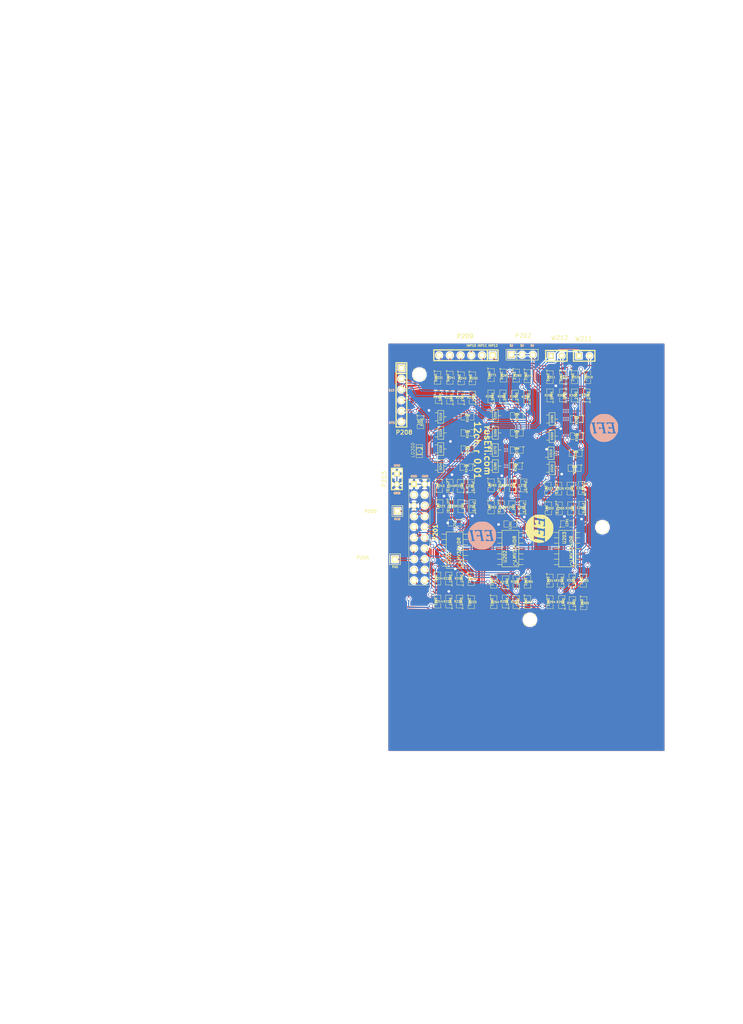
<source format=kicad_pcb>
(kicad_pcb (version 3) (host pcbnew "(2013-07-07 BZR 4022)-stable")
  (title_block (title "Analgo Protection board for RUSEFI.com") (rev .01) (company RUSEFI.com) (comment 2 Art_Electro) (comment 3 Art_Electro))
  (layers (15 F.Cu signal) (0 B.Cu signal) (18 B.Paste user) (19 F.Paste user) (20 B.SilkS user) (21 F.SilkS user) (22 B.Mask user) (23 F.Mask user) (28 Edge.Cuts user))
  (net 0 "")
  (net 1 /5V)
  (net 2 /INP1)
  (net 3 /INP10)
  (net 4 /INP11)
  (net 5 /INP12)
  (net 6 /INP2)
  (net 7 /INP3)
  (net 8 /INP4)
  (net 9 /INP5)
  (net 10 /INP6)
  (net 11 /INP7)
  (net 12 /INP8)
  (net 13 /INP9)
  (net 14 /OUT1)
  (net 15 /OUT10)
  (net 16 /OUT11)
  (net 17 /OUT12)
  (net 18 /OUT2)
  (net 19 /OUT3)
  (net 20 /OUT4)
  (net 21 /OUT5)
  (net 22 /OUT6)
  (net 23 /OUT7)
  (net 24 /OUT8)
  (net 25 /OUT9)
  (net 26 /PA5)
  (net 27 /PC0)
  (net 28 GND)
  (net 29 N-0000011)
  (net 30 N-0000012)
  (net 31 N-0000015)
  (net 32 N-0000016)
  (net 33 N-0000020)
  (net 34 N-0000021)
  (net 35 N-0000022)
  (net 36 N-0000025)
  (net 37 N-0000028)
  (net 38 N-0000029)
  (net 39 N-000003)
  (net 40 N-0000030)
  (net 41 N-0000034)
  (net 42 N-0000037)
  (net 43 N-0000039)
  (net 44 N-000004)
  (net 45 N-0000040)
  (net 46 N-0000041)
  (net 47 N-0000042)
  (net 48 N-0000045)
  (net 49 N-0000046)
  (net 50 N-000005)
  (net 51 N-0000051)
  (net 52 N-0000052)
  (net 53 N-0000053)
  (net 54 N-0000060)
  (net 55 N-0000061)
  (net 56 N-0000065)
  (net 57 N-0000069)
  (net 58 N-0000071)
  (net 59 N-0000078)
  (net 60 N-000008)
  (net 61 N-0000083)
  (net 62 N-0000084)
  (net 63 N-0000085)
  (net 64 N-0000088)
  (net 65 N-0000089)
  (net 66 N-0000090)
  (net 67 N-0000091)
  (module PIN_ARRAY_1 (layer F.Cu) (at 171.704 137.16)
    (fp_text reference M202 hide)
    (fp_text value CONN_1 hide)
    (pad 1 thru_hole circle (at 0 0) (size 3 3) (drill 3) (layers *.Cu *.Mask F.SilkS))
  )
  (module PIN_ARRAY_1 (layer F.Cu) (at 128.27 100.965 90)
    (fp_text reference M201 hide)
    (fp_text value CONN_1 hide)
    (pad 1 thru_hole circle (at 0 0 90) (size 3 3) (drill 3) (layers *.Cu *.Mask F.SilkS))
  )
  (module PIN_ARRAY_1 (layer F.Cu) (at 154.4955 159.131 90)
    (fp_text reference M200 hide)
    (fp_text value CONN_1 hide)
    (pad 1 thru_hole circle (at 0 0 90) (size 3 3) (drill 3) (layers *.Cu *.Mask F.SilkS))
  )
  (module PIN_ARRAY_3X1 (layer F.Cu) (at 152.654 96.266)
    (fp_text reference P202 (at 0.254 -4.5085) (layer F.SilkS) (effects (font (size 1.016 1.016) (thickness 0.1524))))
    (fp_text value CONN_3 hide)
    (pad 1 thru_hole rect (at -2.54 0) (size 1.524 1.524) (drill 1.016) (layers *.Cu *.Mask F.SilkS) (net 1 /5V))
    (pad 2 thru_hole circle (at 0 0) (size 1.524 1.524) (drill 1.016) (layers *.Cu *.Mask F.SilkS) (net 1 /5V))
    (pad 3 thru_hole circle (at 2.54 0) (size 1.524 1.524) (drill 1.016) (layers *.Cu *.Mask F.SilkS) (net 1 /5V))
  )
  (module LED-1206 (layer F.Cu) (at 128.27 119.126 90)
    (fp_text reference LD200 (at 0.254 -1.524 90) (layer F.SilkS) (effects (font (size 0.762 0.762) (thickness 0.0889))))
    (fp_text value LED hide)
    (pad 1 smd rect (at -1.41986 0 90) (size 1.59766 1.80086) (layers F.Cu F.Paste F.Mask) (net 28 GND))
    (pad 2 smd rect (at 1.41986 0 90) (size 1.59766 1.80086) (layers F.Cu F.Paste F.Mask) (net 65 N-0000089))
  )
  (module sot23 (layer F.Cu) (at 133.35 118.618 270)
    (fp_text reference D230 (at 0 0 270) (layer F.SilkS) (effects (font (size 0.50038 0.50038) (thickness 0.09906))))
    (fp_text value DOUBLE_SCHOTTKY hide)
    (pad 1 smd rect (at -0.9525 1.05664 270) (size 0.59944 1.00076) (layers F.Cu F.Paste F.Mask) (net 28 GND))
    (pad 2 smd rect (at 0 -1.05664 270) (size 0.59944 1.00076) (layers F.Cu F.Paste F.Mask) (net 66 N-0000090))
    (pad 3 smd rect (at 0.9525 1.05664 270) (size 0.59944 1.00076) (layers F.Cu F.Paste F.Mask) (net 1 /5V))
  )
  (module sot23 (layer F.Cu) (at 159.766 115.57 270)
    (fp_text reference D300 (at 0 0 270) (layer F.SilkS) (effects (font (size 0.50038 0.50038) (thickness 0.09906))))
    (fp_text value DOUBLE_SCHOTTKY hide)
    (pad 1 smd rect (at -0.9525 1.05664 270) (size 0.59944 1.00076) (layers F.Cu F.Paste F.Mask) (net 28 GND))
    (pad 2 smd rect (at 0 -1.05664 270) (size 0.59944 1.00076) (layers F.Cu F.Paste F.Mask) (net 34 N-0000021))
    (pad 3 smd rect (at 0.9525 1.05664 270) (size 0.59944 1.00076) (layers F.Cu F.Paste F.Mask) (net 1 /5V))
  )
  (module sot23 (layer F.Cu) (at 159.766 111.506 270)
    (fp_text reference D290 (at 0 0 270) (layer F.SilkS) (effects (font (size 0.50038 0.50038) (thickness 0.09906))))
    (fp_text value DOUBLE_SCHOTTKY hide)
    (pad 1 smd rect (at -0.9525 1.05664 270) (size 0.59944 1.00076) (layers F.Cu F.Paste F.Mask) (net 28 GND))
    (pad 2 smd rect (at 0 -1.05664 270) (size 0.59944 1.00076) (layers F.Cu F.Paste F.Mask) (net 35 N-0000022))
    (pad 3 smd rect (at 0.9525 1.05664 270) (size 0.59944 1.00076) (layers F.Cu F.Paste F.Mask) (net 1 /5V))
  )
  (module sot23 (layer F.Cu) (at 133.35 114.808 270)
    (fp_text reference D220 (at 0 0 270) (layer F.SilkS) (effects (font (size 0.50038 0.50038) (thickness 0.09906))))
    (fp_text value DOUBLE_SCHOTTKY hide)
    (pad 1 smd rect (at -0.9525 1.05664 270) (size 0.59944 1.00076) (layers F.Cu F.Paste F.Mask) (net 28 GND))
    (pad 2 smd rect (at 0 -1.05664 270) (size 0.59944 1.00076) (layers F.Cu F.Paste F.Mask) (net 60 N-000008))
    (pad 3 smd rect (at 0.9525 1.05664 270) (size 0.59944 1.00076) (layers F.Cu F.Paste F.Mask) (net 1 /5V))
  )
  (module sot23 (layer F.Cu) (at 133.35 122.682 270)
    (fp_text reference D240 (at 0 0 270) (layer F.SilkS) (effects (font (size 0.50038 0.50038) (thickness 0.09906))))
    (fp_text value DOUBLE_SCHOTTKY hide)
    (pad 1 smd rect (at -0.9525 1.05664 270) (size 0.59944 1.00076) (layers F.Cu F.Paste F.Mask) (net 28 GND))
    (pad 2 smd rect (at 0 -1.05664 270) (size 0.59944 1.00076) (layers F.Cu F.Paste F.Mask) (net 64 N-0000088))
    (pad 3 smd rect (at 0.9525 1.05664 270) (size 0.59944 1.00076) (layers F.Cu F.Paste F.Mask) (net 1 /5V))
  )
  (module sot23 (layer F.Cu) (at 133.35 110.998 270)
    (fp_text reference D210 (at 0 0 270) (layer F.SilkS) (effects (font (size 0.50038 0.50038) (thickness 0.09906))))
    (fp_text value DOUBLE_SCHOTTKY hide)
    (pad 1 smd rect (at -0.9525 1.05664 270) (size 0.59944 1.00076) (layers F.Cu F.Paste F.Mask) (net 28 GND))
    (pad 2 smd rect (at 0 -1.05664 270) (size 0.59944 1.00076) (layers F.Cu F.Paste F.Mask) (net 50 N-000005))
    (pad 3 smd rect (at 0.9525 1.05664 270) (size 0.59944 1.00076) (layers F.Cu F.Paste F.Mask) (net 1 /5V))
  )
  (module PIN_ARRAY-6X1 (layer F.Cu) (at 139.319 96.393 180)
    (fp_text reference P209 (at 0.1905 4.5085 180) (layer F.SilkS) (effects (font (size 1.016 1.016) (thickness 0.2032))))
    (fp_text value CONN_6 hide)
    (pad 1 thru_hole rect (at -6.35 0 180) (size 1.524 1.524) (drill 1.016) (layers *.Cu *.Mask F.SilkS) (net 5 /INP12))
    (pad 2 thru_hole circle (at -3.81 0 180) (size 1.524 1.524) (drill 1.016) (layers *.Cu *.Mask F.SilkS) (net 4 /INP11))
    (pad 3 thru_hole circle (at -1.27 0 180) (size 1.524 1.524) (drill 1.016) (layers *.Cu *.Mask F.SilkS) (net 3 /INP10))
    (pad 4 thru_hole circle (at 1.27 0 180) (size 1.524 1.524) (drill 1.016) (layers *.Cu *.Mask F.SilkS) (net 13 /INP9))
    (pad 5 thru_hole circle (at 3.81 0 180) (size 1.524 1.524) (drill 1.016) (layers *.Cu *.Mask F.SilkS) (net 12 /INP8))
    (pad 6 thru_hole circle (at 6.35 0 180) (size 1.524 1.524) (drill 1.016) (layers *.Cu *.Mask F.SilkS) (net 11 /INP7))
  )
  (module sot23 (layer F.Cu) (at 146.304 114.808 270)
    (fp_text reference D260 (at 0 0 270) (layer F.SilkS) (effects (font (size 0.50038 0.50038) (thickness 0.09906))))
    (fp_text value DOUBLE_SCHOTTKY hide)
    (pad 1 smd rect (at -0.9525 1.05664 270) (size 0.59944 1.00076) (layers F.Cu F.Paste F.Mask) (net 28 GND))
    (pad 2 smd rect (at 0 -1.05664 270) (size 0.59944 1.00076) (layers F.Cu F.Paste F.Mask) (net 44 N-000004))
    (pad 3 smd rect (at 0.9525 1.05664 270) (size 0.59944 1.00076) (layers F.Cu F.Paste F.Mask) (net 1 /5V))
  )
  (module sot23 (layer F.Cu) (at 146.304 110.744 270)
    (fp_text reference D250 (at 0 0 270) (layer F.SilkS) (effects (font (size 0.50038 0.50038) (thickness 0.09906))))
    (fp_text value DOUBLE_SCHOTTKY hide)
    (pad 1 smd rect (at -0.9525 1.05664 270) (size 0.59944 1.00076) (layers F.Cu F.Paste F.Mask) (net 28 GND))
    (pad 2 smd rect (at 0 -1.05664 270) (size 0.59944 1.00076) (layers F.Cu F.Paste F.Mask) (net 39 N-000003))
    (pad 3 smd rect (at 0.9525 1.05664 270) (size 0.59944 1.00076) (layers F.Cu F.Paste F.Mask) (net 1 /5V))
  )
  (module sot23 (layer F.Cu) (at 146.304 122.682 270)
    (fp_text reference D280 (at 0 0 270) (layer F.SilkS) (effects (font (size 0.50038 0.50038) (thickness 0.09906))))
    (fp_text value DOUBLE_SCHOTTKY hide)
    (pad 1 smd rect (at -0.9525 1.05664 270) (size 0.59944 1.00076) (layers F.Cu F.Paste F.Mask) (net 28 GND))
    (pad 2 smd rect (at 0 -1.05664 270) (size 0.59944 1.00076) (layers F.Cu F.Paste F.Mask) (net 29 N-0000011))
    (pad 3 smd rect (at 0.9525 1.05664 270) (size 0.59944 1.00076) (layers F.Cu F.Paste F.Mask) (net 1 /5V))
  )
  (module sot23 (layer F.Cu) (at 146.304 118.872 270)
    (fp_text reference D270 (at 0 0 270) (layer F.SilkS) (effects (font (size 0.50038 0.50038) (thickness 0.09906))))
    (fp_text value DOUBLE_SCHOTTKY hide)
    (pad 1 smd rect (at -0.9525 1.05664 270) (size 0.59944 1.00076) (layers F.Cu F.Paste F.Mask) (net 28 GND))
    (pad 2 smd rect (at 0 -1.05664 270) (size 0.59944 1.00076) (layers F.Cu F.Paste F.Mask) (net 32 N-0000016))
    (pad 3 smd rect (at 0.9525 1.05664 270) (size 0.59944 1.00076) (layers F.Cu F.Paste F.Mask) (net 1 /5V))
  )
  (module so-14 (layer F.Cu) (at 136.652 142.621 90)
    (fp_text reference U201 (at -1.905 -1.27 90) (layer F.SilkS) (effects (font (size 0.7493 0.7493) (thickness 0.14986))))
    (fp_text value LMV324IDR (at 0 1.016 90) (layer F.SilkS) (effects (font (size 0.7493 0.7493) (thickness 0.14986))))
    (pad 1 smd rect (at -3.81 2.794 90) (size 0.635 1.27) (layers F.Cu F.Paste F.Mask) (net 67 N-0000091))
    (pad 2 smd rect (at -2.54 2.794 90) (size 0.635 1.27) (layers F.Cu F.Paste F.Mask) (net 67 N-0000091))
    (pad 3 smd rect (at -1.27 2.794 90) (size 0.635 1.27) (layers F.Cu F.Paste F.Mask) (net 56 N-0000065))
    (pad 4 smd rect (at 0 2.794 90) (size 0.635 1.27) (layers F.Cu F.Paste F.Mask) (net 1 /5V))
    (pad 5 smd rect (at 1.27 2.794 90) (size 0.635 1.27) (layers F.Cu F.Paste F.Mask) (net 55 N-0000061))
    (pad 6 smd rect (at 2.54 2.794 90) (size 0.635 1.27) (layers F.Cu F.Paste F.Mask) (net 33 N-0000020))
    (pad 7 smd rect (at 3.81 2.794 90) (size 0.635 1.27) (layers F.Cu F.Paste F.Mask) (net 33 N-0000020))
    (pad 8 smd rect (at 3.81 -2.794 90) (size 0.635 1.27) (layers F.Cu F.Paste F.Mask) (net 31 N-0000015))
    (pad 9 smd rect (at 2.54 -2.794 90) (size 0.635 1.27) (layers F.Cu F.Paste F.Mask) (net 59 N-0000078))
    (pad 10 smd rect (at 1.27 -2.794 90) (size 0.635 1.27) (layers F.Cu F.Paste F.Mask) (net 31 N-0000015))
    (pad 11 smd rect (at 0 -2.794 90) (size 0.635 1.27) (layers F.Cu F.Paste F.Mask) (net 28 GND))
    (pad 12 smd rect (at -1.27 -2.794 90) (size 0.635 1.27) (layers F.Cu F.Paste F.Mask) (net 61 N-0000083))
    (pad 13 smd rect (at -2.54 -2.794 90) (size 0.635 1.27) (layers F.Cu F.Paste F.Mask) (net 30 N-0000012))
    (pad 14 smd rect (at -3.81 -2.794 90) (size 0.635 1.27) (layers F.Cu F.Paste F.Mask) (net 30 N-0000012))
  )
  (module so-14 (layer F.Cu) (at 149.86 142.24 90)
    (fp_text reference U202 (at -1.905 -1.27 90) (layer F.SilkS) (effects (font (size 0.7493 0.7493) (thickness 0.14986))))
    (fp_text value LMV324IDR (at 0 1.016 90) (layer F.SilkS) (effects (font (size 0.7493 0.7493) (thickness 0.14986))))
    (pad 1 smd rect (at -3.81 2.794 90) (size 0.635 1.27) (layers F.Cu F.Paste F.Mask) (net 51 N-0000051))
    (pad 2 smd rect (at -2.54 2.794 90) (size 0.635 1.27) (layers F.Cu F.Paste F.Mask) (net 51 N-0000051))
    (pad 3 smd rect (at -1.27 2.794 90) (size 0.635 1.27) (layers F.Cu F.Paste F.Mask) (net 57 N-0000069))
    (pad 4 smd rect (at 0 2.794 90) (size 0.635 1.27) (layers F.Cu F.Paste F.Mask) (net 1 /5V))
    (pad 5 smd rect (at 1.27 2.794 90) (size 0.635 1.27) (layers F.Cu F.Paste F.Mask) (net 58 N-0000071))
    (pad 6 smd rect (at 2.54 2.794 90) (size 0.635 1.27) (layers F.Cu F.Paste F.Mask) (net 63 N-0000085))
    (pad 7 smd rect (at 3.81 2.794 90) (size 0.635 1.27) (layers F.Cu F.Paste F.Mask) (net 63 N-0000085))
    (pad 8 smd rect (at 3.81 -2.794 90) (size 0.635 1.27) (layers F.Cu F.Paste F.Mask) (net 54 N-0000060))
    (pad 9 smd rect (at 2.54 -2.794 90) (size 0.635 1.27) (layers F.Cu F.Paste F.Mask) (net 62 N-0000084))
    (pad 10 smd rect (at 1.27 -2.794 90) (size 0.635 1.27) (layers F.Cu F.Paste F.Mask) (net 54 N-0000060))
    (pad 11 smd rect (at 0 -2.794 90) (size 0.635 1.27) (layers F.Cu F.Paste F.Mask) (net 28 GND))
    (pad 12 smd rect (at -1.27 -2.794 90) (size 0.635 1.27) (layers F.Cu F.Paste F.Mask) (net 52 N-0000052))
    (pad 13 smd rect (at -2.54 -2.794 90) (size 0.635 1.27) (layers F.Cu F.Paste F.Mask) (net 53 N-0000053))
    (pad 14 smd rect (at -3.81 -2.794 90) (size 0.635 1.27) (layers F.Cu F.Paste F.Mask) (net 53 N-0000053))
  )
  (module so-14 (layer F.Cu) (at 163.322 142.24 90)
    (fp_text reference U203 (at 2.54 -0.635 90) (layer F.SilkS) (effects (font (size 0.7493 0.7493) (thickness 0.14986))))
    (fp_text value LMV324IDR (at 0 1.016 90) (layer F.SilkS) (effects (font (size 0.7493 0.7493) (thickness 0.14986))))
    (pad 1 smd rect (at -3.81 2.794 90) (size 0.635 1.27) (layers F.Cu F.Paste F.Mask) (net 42 N-0000037))
    (pad 2 smd rect (at -2.54 2.794 90) (size 0.635 1.27) (layers F.Cu F.Paste F.Mask) (net 42 N-0000037))
    (pad 3 smd rect (at -1.27 2.794 90) (size 0.635 1.27) (layers F.Cu F.Paste F.Mask) (net 43 N-0000039))
    (pad 4 smd rect (at 0 2.794 90) (size 0.635 1.27) (layers F.Cu F.Paste F.Mask) (net 1 /5V))
    (pad 5 smd rect (at 1.27 2.794 90) (size 0.635 1.27) (layers F.Cu F.Paste F.Mask) (net 45 N-0000040))
    (pad 6 smd rect (at 2.54 2.794 90) (size 0.635 1.27) (layers F.Cu F.Paste F.Mask) (net 41 N-0000034))
    (pad 7 smd rect (at 3.81 2.794 90) (size 0.635 1.27) (layers F.Cu F.Paste F.Mask) (net 41 N-0000034))
    (pad 8 smd rect (at 3.81 -2.794 90) (size 0.635 1.27) (layers F.Cu F.Paste F.Mask) (net 36 N-0000025))
    (pad 9 smd rect (at 2.54 -2.794 90) (size 0.635 1.27) (layers F.Cu F.Paste F.Mask) (net 40 N-0000030))
    (pad 10 smd rect (at 1.27 -2.794 90) (size 0.635 1.27) (layers F.Cu F.Paste F.Mask) (net 36 N-0000025))
    (pad 11 smd rect (at 0 -2.794 90) (size 0.635 1.27) (layers F.Cu F.Paste F.Mask) (net 28 GND))
    (pad 12 smd rect (at -1.27 -2.794 90) (size 0.635 1.27) (layers F.Cu F.Paste F.Mask) (net 38 N-0000029))
    (pad 13 smd rect (at -2.54 -2.794 90) (size 0.635 1.27) (layers F.Cu F.Paste F.Mask) (net 37 N-0000028))
    (pad 14 smd rect (at -3.81 -2.794 90) (size 0.635 1.27) (layers F.Cu F.Paste F.Mask) (net 37 N-0000028))
  )
  (module sot23 (layer F.Cu) (at 159.512 119.634 270)
    (fp_text reference D310 (at 0 0 270) (layer F.SilkS) (effects (font (size 0.50038 0.50038) (thickness 0.09906))))
    (fp_text value DOUBLE_SCHOTTKY hide)
    (pad 1 smd rect (at -0.9525 1.05664 270) (size 0.59944 1.00076) (layers F.Cu F.Paste F.Mask) (net 28 GND))
    (pad 2 smd rect (at 0 -1.05664 270) (size 0.59944 1.00076) (layers F.Cu F.Paste F.Mask) (net 47 N-0000042))
    (pad 3 smd rect (at 0.9525 1.05664 270) (size 0.59944 1.00076) (layers F.Cu F.Paste F.Mask) (net 1 /5V))
  )
  (module sot23 (layer F.Cu) (at 159.766 123.19 270)
    (fp_text reference D320 (at 0 0 270) (layer F.SilkS) (effects (font (size 0.50038 0.50038) (thickness 0.09906))))
    (fp_text value DOUBLE_SCHOTTKY hide)
    (pad 1 smd rect (at -0.9525 1.05664 270) (size 0.59944 1.00076) (layers F.Cu F.Paste F.Mask) (net 28 GND))
    (pad 2 smd rect (at 0 -1.05664 270) (size 0.59944 1.00076) (layers F.Cu F.Paste F.Mask) (net 46 N-0000041))
    (pad 3 smd rect (at 0.9525 1.05664 270) (size 0.59944 1.00076) (layers F.Cu F.Paste F.Mask) (net 1 /5V))
  )
  (module PIN_ARRAY_1 (layer F.Cu) (at 122.4915 144.78)
    (fp_text reference P204 (at -7.62 -0.381) (layer F.SilkS) (effects (font (size 0.762 0.762) (thickness 0.1524))))
    (fp_text value CONN_1 hide)
    (pad 1 thru_hole rect (at 0 0) (size 1.524 1.524) (drill 1.016) (layers *.Cu *.Mask F.SilkS) (net 26 /PA5))
  )
  (module PIN_ARRAY_1 (layer F.Cu) (at 123.063 133.35)
    (fp_text reference P205 (at -6.35 0.0635) (layer F.SilkS) (effects (font (size 0.762 0.762) (thickness 0.1524))))
    (fp_text value CONN_1 hide)
    (pad 1 thru_hole rect (at 0 0) (size 1.524 1.524) (drill 1.016) (layers *.Cu *.Mask F.SilkS) (net 27 /PC0))
  )
  (module PIN_ARRAY-6X1 (layer F.Cu) (at 124.0155 105.791 270)
    (fp_text reference P208 (at 8.89 -0.635 360) (layer F.SilkS) (effects (font (size 1.016 1.016) (thickness 0.2032))))
    (fp_text value CONN_6 hide)
    (pad 1 thru_hole rect (at -6.35 0 270) (size 1.524 1.524) (drill 1.016) (layers *.Cu *.Mask F.SilkS) (net 10 /INP6))
    (pad 2 thru_hole circle (at -3.81 0 270) (size 1.524 1.524) (drill 1.016) (layers *.Cu *.Mask F.SilkS) (net 9 /INP5))
    (pad 3 thru_hole circle (at -1.27 0 270) (size 1.524 1.524) (drill 1.016) (layers *.Cu *.Mask F.SilkS) (net 8 /INP4))
    (pad 4 thru_hole circle (at 1.27 0 270) (size 1.524 1.524) (drill 1.016) (layers *.Cu *.Mask F.SilkS) (net 7 /INP3))
    (pad 5 thru_hole circle (at 3.81 0 270) (size 1.524 1.524) (drill 1.016) (layers *.Cu *.Mask F.SilkS) (net 6 /INP2))
    (pad 6 thru_hole circle (at 6.35 0 270) (size 1.524 1.524) (drill 1.016) (layers *.Cu *.Mask F.SilkS) (net 2 /INP1))
  )
  (module SIL-2 (layer F.Cu) (at 122.936 125.73 270)
    (fp_text reference P203 (at 0.0635 2.9845 270) (layer F.SilkS) (effects (font (size 1.016 1.016) (thickness 0.1524))))
    (fp_text value CONN_2 hide)
    (pad 1 thru_hole rect (at -1.27 0 270) (size 1.397 1.397) (drill 0.8128) (layers *.Cu *.Mask F.SilkS) (net 28 GND))
    (pad 2 thru_hole circle (at 1.27 0 270) (size 1.397 1.397) (drill 0.8128) (layers *.Cu *.Mask F.SilkS) (net 28 GND))
  )
  (module SIL-2 (layer F.Cu) (at 160.782 96.52)
    (fp_text reference W212 (at 0.762 -4.2545) (layer F.SilkS) (effects (font (size 1.016 1.016) (thickness 0.1524))))
    (fp_text value TEST hide)
    (pad 1 thru_hole rect (at -1.27 0) (size 1.397 1.397) (drill 0.8128) (layers *.Cu *.Mask F.SilkS) (net 17 /OUT12))
    (pad 2 thru_hole circle (at 1.27 0) (size 1.397 1.397) (drill 0.8128) (layers *.Cu *.Mask F.SilkS) (net 48 N-0000045))
  )
  (module SIL-2 (layer F.Cu) (at 167.386 96.52)
    (fp_text reference W211 (at -0.127 -4.0005) (layer F.SilkS) (effects (font (size 1.016 1.016) (thickness 0.1524))))
    (fp_text value TEST hide)
    (pad 1 thru_hole rect (at -1.27 0) (size 1.397 1.397) (drill 0.8128) (layers *.Cu *.Mask F.SilkS) (net 16 /OUT11))
    (pad 2 thru_hole circle (at 1.27 0) (size 1.397 1.397) (drill 0.8128) (layers *.Cu *.Mask F.SilkS) (net 49 N-0000046))
  )
  (module LOGO (layer F.Cu) (at 156.718 137.541 270)
    (fp_text reference G200 hide)
    (fp_text value LOGO hide)
  )
  (module LOGO_F (layer B.Cu) (at 143.129 139.192)
    (fp_text reference G201 hide)
    (fp_text value LOGO hide)
  )
  (module LOGO_F (layer B.Cu) (at 172.085 113.665)
    (fp_text reference G202 hide)
    (fp_text value LOGO hide)
  )
  (module SM0805 (layer F.Cu) (at 136.652 136.144 180)
    (fp_text reference C211 (at 0 -0.3175 270) (layer F.SilkS) (effects (font (size 0.50038 0.50038) (thickness 0.10922))))
    (fp_text value 0.1uF hide)
    (pad 1 smd rect (at -0.9525 0 180) (size 0.889 1.397) (layers F.Cu F.Paste F.Mask) (net 1 /5V))
    (pad 2 smd rect (at 0.9525 0 180) (size 0.889 1.397) (layers F.Cu F.Paste F.Mask) (net 28 GND))
  )
  (module SM0805 (layer F.Cu) (at 163.322 136.398)
    (fp_text reference C291 (at 0 -0.3175 90) (layer F.SilkS) (effects (font (size 0.50038 0.50038) (thickness 0.10922))))
    (fp_text value 0.1uF hide)
    (pad 1 smd rect (at -0.9525 0) (size 0.889 1.397) (layers F.Cu F.Paste F.Mask) (net 28 GND))
    (pad 2 smd rect (at 0.9525 0) (size 0.889 1.397) (layers F.Cu F.Paste F.Mask) (net 1 /5V))
  )
  (module SM0805 (layer F.Cu) (at 149.86 136.398 180)
    (fp_text reference C251 (at 0 -0.3175 270) (layer F.SilkS) (effects (font (size 0.50038 0.50038) (thickness 0.10922))))
    (fp_text value 0.1uF hide)
    (pad 1 smd rect (at -0.9525 0 180) (size 0.889 1.397) (layers F.Cu F.Paste F.Mask) (net 1 /5V))
    (pad 2 smd rect (at 0.9525 0 180) (size 0.889 1.397) (layers F.Cu F.Paste F.Mask) (net 28 GND))
  )
  (module SM0805 (layer F.Cu) (at 135.255 154.813 90)
    (fp_text reference R215 (at 0 -0.3175 180) (layer F.SilkS) (effects (font (size 0.50038 0.50038) (thickness 0.10922))))
    (fp_text value 1500 (at 0 0.381 90) (layer F.SilkS) (effects (font (size 0.50038 0.50038) (thickness 0.10922))))
    (pad 1 smd rect (at -0.9525 0 90) (size 0.889 1.397) (layers F.Cu F.Paste F.Mask) (net 14 /OUT1))
    (pad 2 smd rect (at 0.9525 0 90) (size 0.889 1.397) (layers F.Cu F.Paste F.Mask) (net 28 GND))
  )
  (module SM0805 (layer F.Cu) (at 132.588 154.813 270)
    (fp_text reference R214 (at 0 -0.3175 360) (layer F.SilkS) (effects (font (size 0.50038 0.50038) (thickness 0.10922))))
    (fp_text value 1500 (at 0 0.381 270) (layer F.SilkS) (effects (font (size 0.50038 0.50038) (thickness 0.10922))))
    (pad 1 smd rect (at -0.9525 0 270) (size 0.889 1.397) (layers F.Cu F.Paste F.Mask) (net 30 N-0000012))
    (pad 2 smd rect (at 0.9525 0 270) (size 0.889 1.397) (layers F.Cu F.Paste F.Mask) (net 14 /OUT1))
  )
  (module SM0805 (layer F.Cu) (at 132.842 106.299 90)
    (fp_text reference R211 (at 0 -0.3175 180) (layer F.SilkS) (effects (font (size 0.50038 0.50038) (thickness 0.10922))))
    (fp_text value 500K (at 0 0.381 90) (layer F.SilkS) (effects (font (size 0.50038 0.50038) (thickness 0.10922))))
    (pad 1 smd rect (at -0.9525 0 90) (size 0.889 1.397) (layers F.Cu F.Paste F.Mask) (net 2 /INP1))
    (pad 2 smd rect (at 0.9525 0 90) (size 0.889 1.397) (layers F.Cu F.Paste F.Mask) (net 28 GND))
  )
  (module SM0805 (layer F.Cu) (at 140.589 154.94 270)
    (fp_text reference R225 (at 0 -0.3175 360) (layer F.SilkS) (effects (font (size 0.50038 0.50038) (thickness 0.10922))))
    (fp_text value 1500 (at 0 0.381 270) (layer F.SilkS) (effects (font (size 0.50038 0.50038) (thickness 0.10922))))
    (pad 1 smd rect (at -0.9525 0 270) (size 0.889 1.397) (layers F.Cu F.Paste F.Mask) (net 18 /OUT2))
    (pad 2 smd rect (at 0.9525 0 270) (size 0.889 1.397) (layers F.Cu F.Paste F.Mask) (net 28 GND))
  )
  (module SM0805 (layer F.Cu) (at 137.795 154.813 90)
    (fp_text reference R224 (at 0 -0.3175 180) (layer F.SilkS) (effects (font (size 0.50038 0.50038) (thickness 0.10922))))
    (fp_text value 1500 (at 0 0.381 90) (layer F.SilkS) (effects (font (size 0.50038 0.50038) (thickness 0.10922))))
    (pad 1 smd rect (at -0.9525 0 90) (size 0.889 1.397) (layers F.Cu F.Paste F.Mask) (net 31 N-0000015))
    (pad 2 smd rect (at 0.9525 0 90) (size 0.889 1.397) (layers F.Cu F.Paste F.Mask) (net 18 /OUT2))
  )
  (module SM0805 (layer F.Cu) (at 135.509 106.426 90)
    (fp_text reference R221 (at 0 -0.3175 180) (layer F.SilkS) (effects (font (size 0.50038 0.50038) (thickness 0.10922))))
    (fp_text value 500K (at 0 0.381 90) (layer F.SilkS) (effects (font (size 0.50038 0.50038) (thickness 0.10922))))
    (pad 1 smd rect (at -0.9525 0 90) (size 0.889 1.397) (layers F.Cu F.Paste F.Mask) (net 6 /INP2))
    (pad 2 smd rect (at 0.9525 0 90) (size 0.889 1.397) (layers F.Cu F.Paste F.Mask) (net 28 GND))
  )
  (module SM0805 (layer F.Cu) (at 135.255 149.352 90)
    (fp_text reference R235 (at 0 -0.3175 180) (layer F.SilkS) (effects (font (size 0.50038 0.50038) (thickness 0.10922))))
    (fp_text value 1500 (at 0 0.381 90) (layer F.SilkS) (effects (font (size 0.50038 0.50038) (thickness 0.10922))))
    (pad 1 smd rect (at -0.9525 0 90) (size 0.889 1.397) (layers F.Cu F.Paste F.Mask) (net 19 /OUT3))
    (pad 2 smd rect (at 0.9525 0 90) (size 0.889 1.397) (layers F.Cu F.Paste F.Mask) (net 28 GND))
  )
  (module SM0805 (layer F.Cu) (at 132.588 149.352 270)
    (fp_text reference R234 (at 0 -0.3175 360) (layer F.SilkS) (effects (font (size 0.50038 0.50038) (thickness 0.10922))))
    (fp_text value 1500 (at 0 0.381 270) (layer F.SilkS) (effects (font (size 0.50038 0.50038) (thickness 0.10922))))
    (pad 1 smd rect (at -0.9525 0 270) (size 0.889 1.397) (layers F.Cu F.Paste F.Mask) (net 67 N-0000091))
    (pad 2 smd rect (at 0.9525 0 270) (size 0.889 1.397) (layers F.Cu F.Paste F.Mask) (net 19 /OUT3))
  )
  (module SM0805 (layer F.Cu) (at 132.588 101.727 270)
    (fp_text reference R231 (at 0 -0.3175 360) (layer F.SilkS) (effects (font (size 0.50038 0.50038) (thickness 0.10922))))
    (fp_text value 500K (at 0 0.381 270) (layer F.SilkS) (effects (font (size 0.50038 0.50038) (thickness 0.10922))))
    (pad 1 smd rect (at -0.9525 0 270) (size 0.889 1.397) (layers F.Cu F.Paste F.Mask) (net 7 /INP3))
    (pad 2 smd rect (at 0.9525 0 270) (size 0.889 1.397) (layers F.Cu F.Paste F.Mask) (net 28 GND))
  )
  (module SM0805 (layer F.Cu) (at 135.509 101.727 270)
    (fp_text reference R241 (at 0 -0.3175 360) (layer F.SilkS) (effects (font (size 0.50038 0.50038) (thickness 0.10922))))
    (fp_text value 500K (at 0 0.381 270) (layer F.SilkS) (effects (font (size 0.50038 0.50038) (thickness 0.10922))))
    (pad 1 smd rect (at -0.9525 0 270) (size 0.889 1.397) (layers F.Cu F.Paste F.Mask) (net 8 /INP4))
    (pad 2 smd rect (at 0.9525 0 270) (size 0.889 1.397) (layers F.Cu F.Paste F.Mask) (net 28 GND))
  )
  (module SM0805 (layer F.Cu) (at 137.922 149.352 90)
    (fp_text reference R244 (at 0 -0.3175 180) (layer F.SilkS) (effects (font (size 0.50038 0.50038) (thickness 0.10922))))
    (fp_text value 1500 (at 0 0.381 90) (layer F.SilkS) (effects (font (size 0.50038 0.50038) (thickness 0.10922))))
    (pad 1 smd rect (at -0.9525 0 90) (size 0.889 1.397) (layers F.Cu F.Paste F.Mask) (net 33 N-0000020))
    (pad 2 smd rect (at 0.9525 0 90) (size 0.889 1.397) (layers F.Cu F.Paste F.Mask) (net 20 /OUT4))
  )
  (module SM0805 (layer F.Cu) (at 140.589 149.479 270)
    (fp_text reference R245 (at 0 -0.3175 360) (layer F.SilkS) (effects (font (size 0.50038 0.50038) (thickness 0.10922))))
    (fp_text value 1500 (at 0 0.381 270) (layer F.SilkS) (effects (font (size 0.50038 0.50038) (thickness 0.10922))))
    (pad 1 smd rect (at -0.9525 0 270) (size 0.889 1.397) (layers F.Cu F.Paste F.Mask) (net 20 /OUT4))
    (pad 2 smd rect (at 0.9525 0 270) (size 0.889 1.397) (layers F.Cu F.Paste F.Mask) (net 28 GND))
  )
  (module SM0805 (layer F.Cu) (at 138.176 132.207 90)
    (fp_text reference R213 (at 0 -0.3175 180) (layer F.SilkS) (effects (font (size 0.50038 0.50038) (thickness 0.10922))))
    (fp_text value 100 (at 0 0.381 90) (layer F.SilkS) (effects (font (size 0.50038 0.50038) (thickness 0.10922))))
    (pad 1 smd rect (at -0.9525 0 90) (size 0.889 1.397) (layers F.Cu F.Paste F.Mask) (net 50 N-000005))
    (pad 2 smd rect (at 0.9525 0 90) (size 0.889 1.397) (layers F.Cu F.Paste F.Mask) (net 61 N-0000083))
  )
  (module SM0805 (layer F.Cu) (at 140.843 106.426 90)
    (fp_text reference R210 (at 0 -0.3175 180) (layer F.SilkS) (effects (font (size 0.50038 0.50038) (thickness 0.10922))))
    (fp_text value 2700 (at 0 0.381 90) (layer F.SilkS) (effects (font (size 0.50038 0.50038) (thickness 0.10922))))
    (pad 1 smd rect (at -0.9525 0 90) (size 0.889 1.397) (layers F.Cu F.Paste F.Mask) (net 2 /INP1))
    (pad 2 smd rect (at 0.9525 0 90) (size 0.889 1.397) (layers F.Cu F.Paste F.Mask) (net 1 /5V))
  )
  (module SM0805 (layer F.Cu) (at 135.636 132.207 270)
    (fp_text reference C220 (at 0 -0.3175 360) (layer F.SilkS) (effects (font (size 0.50038 0.50038) (thickness 0.10922))))
    (fp_text value 0.01uF (at 0 0.381 270) (layer F.SilkS) (effects (font (size 0.50038 0.50038) (thickness 0.10922))))
    (pad 1 smd rect (at -0.9525 0 270) (size 0.889 1.397) (layers F.Cu F.Paste F.Mask) (net 28 GND))
    (pad 2 smd rect (at 0.9525 0 270) (size 0.889 1.397) (layers F.Cu F.Paste F.Mask) (net 59 N-0000078))
  )
  (module SM0805 (layer F.Cu) (at 140.843 132.207 90)
    (fp_text reference C210 (at 0 -0.3175 180) (layer F.SilkS) (effects (font (size 0.50038 0.50038) (thickness 0.10922))))
    (fp_text value 0.01uF (at 0 0.381 90) (layer F.SilkS) (effects (font (size 0.50038 0.50038) (thickness 0.10922))))
    (pad 1 smd rect (at -0.9525 0 90) (size 0.889 1.397) (layers F.Cu F.Paste F.Mask) (net 28 GND))
    (pad 2 smd rect (at 0.9525 0 90) (size 0.889 1.397) (layers F.Cu F.Paste F.Mask) (net 61 N-0000083))
  )
  (module SM0805 (layer F.Cu) (at 133.096 132.207 270)
    (fp_text reference R223 (at 0 -0.3175 360) (layer F.SilkS) (effects (font (size 0.50038 0.50038) (thickness 0.10922))))
    (fp_text value 100 (at 0 0.381 270) (layer F.SilkS) (effects (font (size 0.50038 0.50038) (thickness 0.10922))))
    (pad 1 smd rect (at -0.9525 0 270) (size 0.889 1.397) (layers F.Cu F.Paste F.Mask) (net 60 N-000008))
    (pad 2 smd rect (at 0.9525 0 270) (size 0.889 1.397) (layers F.Cu F.Paste F.Mask) (net 59 N-0000078))
  )
  (module SM0805 (layer F.Cu) (at 138.176 106.426 90)
    (fp_text reference R220 (at 0 -0.3175 180) (layer F.SilkS) (effects (font (size 0.50038 0.50038) (thickness 0.10922))))
    (fp_text value 2700 (at 0 0.381 90) (layer F.SilkS) (effects (font (size 0.50038 0.50038) (thickness 0.10922))))
    (pad 1 smd rect (at -0.9525 0 90) (size 0.889 1.397) (layers F.Cu F.Paste F.Mask) (net 6 /INP2))
    (pad 2 smd rect (at 0.9525 0 90) (size 0.889 1.397) (layers F.Cu F.Paste F.Mask) (net 1 /5V))
  )
  (module SM0805 (layer F.Cu) (at 138.049 127.381 90)
    (fp_text reference R233 (at 0 -0.3175 180) (layer F.SilkS) (effects (font (size 0.50038 0.50038) (thickness 0.10922))))
    (fp_text value 100 (at 0 0.381 90) (layer F.SilkS) (effects (font (size 0.50038 0.50038) (thickness 0.10922))))
    (pad 1 smd rect (at -0.9525 0 90) (size 0.889 1.397) (layers F.Cu F.Paste F.Mask) (net 66 N-0000090))
    (pad 2 smd rect (at 0.9525 0 90) (size 0.889 1.397) (layers F.Cu F.Paste F.Mask) (net 56 N-0000065))
  )
  (module SM0805 (layer F.Cu) (at 140.843 101.854 270)
    (fp_text reference R230 (at 0 -0.3175 360) (layer F.SilkS) (effects (font (size 0.50038 0.50038) (thickness 0.10922))))
    (fp_text value 2700 (at 0 0.381 270) (layer F.SilkS) (effects (font (size 0.50038 0.50038) (thickness 0.10922))))
    (pad 1 smd rect (at -0.9525 0 270) (size 0.889 1.397) (layers F.Cu F.Paste F.Mask) (net 7 /INP3))
    (pad 2 smd rect (at 0.9525 0 270) (size 0.889 1.397) (layers F.Cu F.Paste F.Mask) (net 1 /5V))
  )
  (module SM0805 (layer F.Cu) (at 132.969 127.381 270)
    (fp_text reference R243 (at 0 -0.3175 360) (layer F.SilkS) (effects (font (size 0.50038 0.50038) (thickness 0.10922))))
    (fp_text value 100 (at 0 0.381 270) (layer F.SilkS) (effects (font (size 0.50038 0.50038) (thickness 0.10922))))
    (pad 1 smd rect (at -0.9525 0 270) (size 0.889 1.397) (layers F.Cu F.Paste F.Mask) (net 64 N-0000088))
    (pad 2 smd rect (at 0.9525 0 270) (size 0.889 1.397) (layers F.Cu F.Paste F.Mask) (net 55 N-0000061))
  )
  (module SM0805 (layer F.Cu) (at 138.176 101.854 270)
    (fp_text reference R240 (at 0 -0.3175 360) (layer F.SilkS) (effects (font (size 0.50038 0.50038) (thickness 0.10922))))
    (fp_text value 2700 (at 0 0.381 270) (layer F.SilkS) (effects (font (size 0.50038 0.50038) (thickness 0.10922))))
    (pad 1 smd rect (at -0.9525 0 270) (size 0.889 1.397) (layers F.Cu F.Paste F.Mask) (net 8 /INP4))
    (pad 2 smd rect (at 0.9525 0 270) (size 0.889 1.397) (layers F.Cu F.Paste F.Mask) (net 1 /5V))
  )
  (module SM0805 (layer F.Cu) (at 148.717 154.813 90)
    (fp_text reference R255 (at 0 -0.3175 180) (layer F.SilkS) (effects (font (size 0.50038 0.50038) (thickness 0.10922))))
    (fp_text value 1500 (at 0 0.381 90) (layer F.SilkS) (effects (font (size 0.50038 0.50038) (thickness 0.10922))))
    (pad 1 smd rect (at -0.9525 0 90) (size 0.889 1.397) (layers F.Cu F.Paste F.Mask) (net 21 /OUT5))
    (pad 2 smd rect (at 0.9525 0 90) (size 0.889 1.397) (layers F.Cu F.Paste F.Mask) (net 28 GND))
  )
  (module SM0805 (layer F.Cu) (at 151.003 106.172 90)
    (fp_text reference R260 (at 0 -0.3175 180) (layer F.SilkS) (effects (font (size 0.50038 0.50038) (thickness 0.10922))))
    (fp_text value 2700 (at 0 0.381 90) (layer F.SilkS) (effects (font (size 0.50038 0.50038) (thickness 0.10922))))
    (pad 1 smd rect (at -0.9525 0 90) (size 0.889 1.397) (layers F.Cu F.Paste F.Mask) (net 10 /INP6))
    (pad 2 smd rect (at 0.9525 0 90) (size 0.889 1.397) (layers F.Cu F.Paste F.Mask) (net 1 /5V))
  )
  (module SM0805 (layer F.Cu) (at 145.288 132.461 270)
    (fp_text reference R263 (at 0 -0.3175 360) (layer F.SilkS) (effects (font (size 0.50038 0.50038) (thickness 0.10922))))
    (fp_text value 100 (at 0 0.381 270) (layer F.SilkS) (effects (font (size 0.50038 0.50038) (thickness 0.10922))))
    (pad 1 smd rect (at -0.9525 0 270) (size 0.889 1.397) (layers F.Cu F.Paste F.Mask) (net 44 N-000004))
    (pad 2 smd rect (at 0.9525 0 270) (size 0.889 1.397) (layers F.Cu F.Paste F.Mask) (net 62 N-0000084))
  )
  (module SM0805 (layer F.Cu) (at 153.797 106.299 90)
    (fp_text reference R250 (at 0 -0.3175 180) (layer F.SilkS) (effects (font (size 0.50038 0.50038) (thickness 0.10922))))
    (fp_text value 2700 (at 0 0.381 90) (layer F.SilkS) (effects (font (size 0.50038 0.50038) (thickness 0.10922))))
    (pad 1 smd rect (at -0.9525 0 90) (size 0.889 1.397) (layers F.Cu F.Paste F.Mask) (net 9 /INP5))
    (pad 2 smd rect (at 0.9525 0 90) (size 0.889 1.397) (layers F.Cu F.Paste F.Mask) (net 1 /5V))
  )
  (module SM0805 (layer F.Cu) (at 150.241 132.461 90)
    (fp_text reference R253 (at 0 -0.3175 180) (layer F.SilkS) (effects (font (size 0.50038 0.50038) (thickness 0.10922))))
    (fp_text value 100 (at 0 0.381 90) (layer F.SilkS) (effects (font (size 0.50038 0.50038) (thickness 0.10922))))
    (pad 1 smd rect (at -0.9525 0 90) (size 0.889 1.397) (layers F.Cu F.Paste F.Mask) (net 39 N-000003))
    (pad 2 smd rect (at 0.9525 0 90) (size 0.889 1.397) (layers F.Cu F.Paste F.Mask) (net 52 N-0000052))
  )
  (module SM0805 (layer F.Cu) (at 139.7 114.808 180)
    (fp_text reference R222 (at 0 -0.3175 270) (layer F.SilkS) (effects (font (size 0.50038 0.50038) (thickness 0.10922))))
    (fp_text value 10k (at 0 0.381 180) (layer F.SilkS) (effects (font (size 0.50038 0.50038) (thickness 0.10922))))
    (pad 1 smd rect (at -0.9525 0 180) (size 0.889 1.397) (layers F.Cu F.Paste F.Mask) (net 6 /INP2))
    (pad 2 smd rect (at 0.9525 0 180) (size 0.889 1.397) (layers F.Cu F.Paste F.Mask) (net 60 N-000008))
  )
  (module SM0805 (layer F.Cu) (at 139.7 110.998 180)
    (fp_text reference R212 (at 0 -0.3175 270) (layer F.SilkS) (effects (font (size 0.50038 0.50038) (thickness 0.10922))))
    (fp_text value 10k (at 0 0.381 180) (layer F.SilkS) (effects (font (size 0.50038 0.50038) (thickness 0.10922))))
    (pad 1 smd rect (at -0.9525 0 180) (size 0.889 1.397) (layers F.Cu F.Paste F.Mask) (net 2 /INP1))
    (pad 2 smd rect (at 0.9525 0 180) (size 0.889 1.397) (layers F.Cu F.Paste F.Mask) (net 50 N-000005))
  )
  (module SM0805 (layer F.Cu) (at 145.288 106.172 90)
    (fp_text reference R251 (at 0 -0.3175 180) (layer F.SilkS) (effects (font (size 0.50038 0.50038) (thickness 0.10922))))
    (fp_text value 500K (at 0 0.381 90) (layer F.SilkS) (effects (font (size 0.50038 0.50038) (thickness 0.10922))))
    (pad 1 smd rect (at -0.9525 0 90) (size 0.889 1.397) (layers F.Cu F.Paste F.Mask) (net 9 /INP5))
    (pad 2 smd rect (at 0.9525 0 90) (size 0.889 1.397) (layers F.Cu F.Paste F.Mask) (net 28 GND))
  )
  (module SM0805 (layer F.Cu) (at 145.923 154.94 270)
    (fp_text reference R254 (at 0 -0.3175 360) (layer F.SilkS) (effects (font (size 0.50038 0.50038) (thickness 0.10922))))
    (fp_text value 1500 (at 0 0.381 270) (layer F.SilkS) (effects (font (size 0.50038 0.50038) (thickness 0.10922))))
    (pad 1 smd rect (at -0.9525 0 270) (size 0.889 1.397) (layers F.Cu F.Paste F.Mask) (net 53 N-0000053))
    (pad 2 smd rect (at 0.9525 0 270) (size 0.889 1.397) (layers F.Cu F.Paste F.Mask) (net 21 /OUT5))
  )
  (module SM0805 (layer F.Cu) (at 128.524 112.268 270)
    (fp_text reference R200 (at 0 -0.3175 270) (layer F.SilkS) (effects (font (size 0.50038 0.50038) (thickness 0.10922))))
    (fp_text value 100 (at 0 0.381 270) (layer F.SilkS) (effects (font (size 0.50038 0.50038) (thickness 0.10922))))
    (pad 1 smd rect (at -0.9525 0 270) (size 0.889 1.397) (layers F.Cu F.Paste F.Mask) (net 1 /5V))
    (pad 2 smd rect (at 0.9525 0 270) (size 0.889 1.397) (layers F.Cu F.Paste F.Mask) (net 65 N-0000089))
  )
  (module SM0805 (layer F.Cu) (at 162.052 154.94 90)
    (fp_text reference R295 (at 0 -0.3175 180) (layer F.SilkS) (effects (font (size 0.50038 0.50038) (thickness 0.10922))))
    (fp_text value 1500 (at 0 0.381 90) (layer F.SilkS) (effects (font (size 0.50038 0.50038) (thickness 0.10922))))
    (pad 1 smd rect (at -0.9525 0 90) (size 0.889 1.397) (layers F.Cu F.Paste F.Mask) (net 25 /OUT9))
    (pad 2 smd rect (at 0.9525 0 90) (size 0.889 1.397) (layers F.Cu F.Paste F.Mask) (net 28 GND))
  )
  (module SM0805 (layer F.Cu) (at 159.258 154.94 270)
    (fp_text reference R294 (at 0 -0.3175 360) (layer F.SilkS) (effects (font (size 0.50038 0.50038) (thickness 0.10922))))
    (fp_text value 1500 (at 0 0.381 270) (layer F.SilkS) (effects (font (size 0.50038 0.50038) (thickness 0.10922))))
    (pad 1 smd rect (at -0.9525 0 270) (size 0.889 1.397) (layers F.Cu F.Paste F.Mask) (net 37 N-0000028))
    (pad 2 smd rect (at 0.9525 0 270) (size 0.889 1.397) (layers F.Cu F.Paste F.Mask) (net 25 /OUT9))
  )
  (module SM0805 (layer F.Cu) (at 159.258 105.918 90)
    (fp_text reference R291 (at 0 -0.3175 180) (layer F.SilkS) (effects (font (size 0.50038 0.50038) (thickness 0.10922))))
    (fp_text value 500K (at 0 0.381 90) (layer F.SilkS) (effects (font (size 0.50038 0.50038) (thickness 0.10922))))
    (pad 1 smd rect (at -0.9525 0 90) (size 0.889 1.397) (layers F.Cu F.Paste F.Mask) (net 13 /INP9))
    (pad 2 smd rect (at 0.9525 0 90) (size 0.889 1.397) (layers F.Cu F.Paste F.Mask) (net 28 GND))
  )
  (module SM0805 (layer F.Cu) (at 162.306 105.918 90)
    (fp_text reference R301 (at 0 -0.3175 180) (layer F.SilkS) (effects (font (size 0.50038 0.50038) (thickness 0.10922))))
    (fp_text value 500K (at 0 0.381 90) (layer F.SilkS) (effects (font (size 0.50038 0.50038) (thickness 0.10922))))
    (pad 1 smd rect (at -0.9525 0 90) (size 0.889 1.397) (layers F.Cu F.Paste F.Mask) (net 3 /INP10))
    (pad 2 smd rect (at 0.9525 0 90) (size 0.889 1.397) (layers F.Cu F.Paste F.Mask) (net 28 GND))
  )
  (module SM0805 (layer F.Cu) (at 164.592 155.194 90)
    (fp_text reference R304 (at 0 -0.3175 180) (layer F.SilkS) (effects (font (size 0.50038 0.50038) (thickness 0.10922))))
    (fp_text value 1500 (at 0 0.381 90) (layer F.SilkS) (effects (font (size 0.50038 0.50038) (thickness 0.10922))))
    (pad 1 smd rect (at -0.9525 0 90) (size 0.889 1.397) (layers F.Cu F.Paste F.Mask) (net 36 N-0000025))
    (pad 2 smd rect (at 0.9525 0 90) (size 0.889 1.397) (layers F.Cu F.Paste F.Mask) (net 15 /OUT10))
  )
  (module SM0805 (layer F.Cu) (at 167.259 155.194 270)
    (fp_text reference R305 (at 0 -0.3175 360) (layer F.SilkS) (effects (font (size 0.50038 0.50038) (thickness 0.10922))))
    (fp_text value 1500 (at 0 0.381 270) (layer F.SilkS) (effects (font (size 0.50038 0.50038) (thickness 0.10922))))
    (pad 1 smd rect (at -0.9525 0 270) (size 0.889 1.397) (layers F.Cu F.Paste F.Mask) (net 15 /OUT10))
    (pad 2 smd rect (at 0.9525 0 270) (size 0.889 1.397) (layers F.Cu F.Paste F.Mask) (net 28 GND))
  )
  (module SM0805 (layer F.Cu) (at 164.211 132.715 90)
    (fp_text reference R293 (at 0 -0.3175 180) (layer F.SilkS) (effects (font (size 0.50038 0.50038) (thickness 0.10922))))
    (fp_text value 100 (at 0 0.381 90) (layer F.SilkS) (effects (font (size 0.50038 0.50038) (thickness 0.10922))))
    (pad 1 smd rect (at -0.9525 0 90) (size 0.889 1.397) (layers F.Cu F.Paste F.Mask) (net 35 N-0000022))
    (pad 2 smd rect (at 0.9525 0 90) (size 0.889 1.397) (layers F.Cu F.Paste F.Mask) (net 38 N-0000029))
  )
  (module SM0805 (layer F.Cu) (at 166.878 132.588 90)
    (fp_text reference C290 (at 0 -0.3175 180) (layer F.SilkS) (effects (font (size 0.50038 0.50038) (thickness 0.10922))))
    (fp_text value 0.01uF (at 0 0.381 90) (layer F.SilkS) (effects (font (size 0.50038 0.50038) (thickness 0.10922))))
    (pad 1 smd rect (at -0.9525 0 90) (size 0.889 1.397) (layers F.Cu F.Paste F.Mask) (net 28 GND))
    (pad 2 smd rect (at 0.9525 0 90) (size 0.889 1.397) (layers F.Cu F.Paste F.Mask) (net 38 N-0000029))
  )
  (module SM0805 (layer F.Cu) (at 168.021 105.918 90)
    (fp_text reference R290 (at 0 -0.3175 180) (layer F.SilkS) (effects (font (size 0.50038 0.50038) (thickness 0.10922))))
    (fp_text value 2700 (at 0 0.381 90) (layer F.SilkS) (effects (font (size 0.50038 0.50038) (thickness 0.10922))))
    (pad 1 smd rect (at -0.9525 0 90) (size 0.889 1.397) (layers F.Cu F.Paste F.Mask) (net 13 /INP9))
    (pad 2 smd rect (at 0.9525 0 90) (size 0.889 1.397) (layers F.Cu F.Paste F.Mask) (net 1 /5V))
  )
  (module SM0805 (layer F.Cu) (at 158.877 132.715 270)
    (fp_text reference R303 (at 0 -0.3175 360) (layer F.SilkS) (effects (font (size 0.50038 0.50038) (thickness 0.10922))))
    (fp_text value 100 (at 0 0.381 270) (layer F.SilkS) (effects (font (size 0.50038 0.50038) (thickness 0.10922))))
    (pad 1 smd rect (at -0.9525 0 270) (size 0.889 1.397) (layers F.Cu F.Paste F.Mask) (net 34 N-0000021))
    (pad 2 smd rect (at 0.9525 0 270) (size 0.889 1.397) (layers F.Cu F.Paste F.Mask) (net 40 N-0000030))
  )
  (module SM0805 (layer F.Cu) (at 161.417 132.715 270)
    (fp_text reference C300 (at 0 -0.3175 360) (layer F.SilkS) (effects (font (size 0.50038 0.50038) (thickness 0.10922))))
    (fp_text value 0.01uF (at 0 0.381 270) (layer F.SilkS) (effects (font (size 0.50038 0.50038) (thickness 0.10922))))
    (pad 1 smd rect (at -0.9525 0 270) (size 0.889 1.397) (layers F.Cu F.Paste F.Mask) (net 28 GND))
    (pad 2 smd rect (at 0.9525 0 270) (size 0.889 1.397) (layers F.Cu F.Paste F.Mask) (net 40 N-0000030))
  )
  (module SM0805 (layer F.Cu) (at 165.1 105.918 90)
    (fp_text reference R300 (at 0 -0.3175 180) (layer F.SilkS) (effects (font (size 0.50038 0.50038) (thickness 0.10922))))
    (fp_text value 2700 (at 0 0.381 90) (layer F.SilkS) (effects (font (size 0.50038 0.50038) (thickness 0.10922))))
    (pad 1 smd rect (at -0.9525 0 90) (size 0.889 1.397) (layers F.Cu F.Paste F.Mask) (net 3 /INP10))
    (pad 2 smd rect (at 0.9525 0 90) (size 0.889 1.397) (layers F.Cu F.Paste F.Mask) (net 1 /5V))
  )
  (module SM0805 (layer F.Cu) (at 140.589 127.381 90)
    (fp_text reference C230 (at 0 -0.3175 180) (layer F.SilkS) (effects (font (size 0.50038 0.50038) (thickness 0.10922))))
    (fp_text value 0.01uF (at 0 0.381 90) (layer F.SilkS) (effects (font (size 0.50038 0.50038) (thickness 0.10922))))
    (pad 1 smd rect (at -0.9525 0 90) (size 0.889 1.397) (layers F.Cu F.Paste F.Mask) (net 28 GND))
    (pad 2 smd rect (at 0.9525 0 90) (size 0.889 1.397) (layers F.Cu F.Paste F.Mask) (net 56 N-0000065))
  )
  (module SM0805 (layer F.Cu) (at 135.509 127.381 270)
    (fp_text reference C240 (at 0 -0.3175 360) (layer F.SilkS) (effects (font (size 0.50038 0.50038) (thickness 0.10922))))
    (fp_text value 0.01uF (at 0 0.381 270) (layer F.SilkS) (effects (font (size 0.50038 0.50038) (thickness 0.10922))))
    (pad 1 smd rect (at -0.9525 0 270) (size 0.889 1.397) (layers F.Cu F.Paste F.Mask) (net 28 GND))
    (pad 2 smd rect (at 0.9525 0 270) (size 0.889 1.397) (layers F.Cu F.Paste F.Mask) (net 55 N-0000061))
  )
  (module SM0805 (layer F.Cu) (at 152.781 132.461 90)
    (fp_text reference C250 (at 0 -0.3175 180) (layer F.SilkS) (effects (font (size 0.50038 0.50038) (thickness 0.10922))))
    (fp_text value 0.01uF (at 0 0.381 90) (layer F.SilkS) (effects (font (size 0.50038 0.50038) (thickness 0.10922))))
    (pad 1 smd rect (at -0.9525 0 90) (size 0.889 1.397) (layers F.Cu F.Paste F.Mask) (net 28 GND))
    (pad 2 smd rect (at 0.9525 0 90) (size 0.889 1.397) (layers F.Cu F.Paste F.Mask) (net 52 N-0000052))
  )
  (module SM0805 (layer F.Cu) (at 147.701 132.461 270)
    (fp_text reference C260 (at 0 -0.3175 360) (layer F.SilkS) (effects (font (size 0.50038 0.50038) (thickness 0.10922))))
    (fp_text value 0.01uF (at 0 0.381 270) (layer F.SilkS) (effects (font (size 0.50038 0.50038) (thickness 0.10922))))
    (pad 1 smd rect (at -0.9525 0 270) (size 0.889 1.397) (layers F.Cu F.Paste F.Mask) (net 28 GND))
    (pad 2 smd rect (at 0.9525 0 270) (size 0.889 1.397) (layers F.Cu F.Paste F.Mask) (net 62 N-0000084))
  )
  (module SM0805 (layer F.Cu) (at 148.082 106.172 90)
    (fp_text reference R261 (at 0 -0.3175 180) (layer F.SilkS) (effects (font (size 0.50038 0.50038) (thickness 0.10922))))
    (fp_text value 500K (at 0 0.381 90) (layer F.SilkS) (effects (font (size 0.50038 0.50038) (thickness 0.10922))))
    (pad 1 smd rect (at -0.9525 0 90) (size 0.889 1.397) (layers F.Cu F.Paste F.Mask) (net 10 /INP6))
    (pad 2 smd rect (at 0.9525 0 90) (size 0.889 1.397) (layers F.Cu F.Paste F.Mask) (net 28 GND))
  )
  (module SM0805 (layer F.Cu) (at 147.701 127.254 270)
    (fp_text reference C280 (at 0 -0.3175 360) (layer F.SilkS) (effects (font (size 0.50038 0.50038) (thickness 0.10922))))
    (fp_text value 0.01uF (at 0 0.381 270) (layer F.SilkS) (effects (font (size 0.50038 0.50038) (thickness 0.10922))))
    (pad 1 smd rect (at -0.9525 0 270) (size 0.889 1.397) (layers F.Cu F.Paste F.Mask) (net 28 GND))
    (pad 2 smd rect (at 0.9525 0 270) (size 0.889 1.397) (layers F.Cu F.Paste F.Mask) (net 58 N-0000071))
  )
  (module SM0805 (layer F.Cu) (at 153.035 127.254 90)
    (fp_text reference C270 (at 0 -0.3175 180) (layer F.SilkS) (effects (font (size 0.50038 0.50038) (thickness 0.10922))))
    (fp_text value 0.01uF (at 0 0.381 90) (layer F.SilkS) (effects (font (size 0.50038 0.50038) (thickness 0.10922))))
    (pad 1 smd rect (at -0.9525 0 90) (size 0.889 1.397) (layers F.Cu F.Paste F.Mask) (net 28 GND))
    (pad 2 smd rect (at 0.9525 0 90) (size 0.889 1.397) (layers F.Cu F.Paste F.Mask) (net 57 N-0000069))
  )
  (module SM0805 (layer F.Cu) (at 145.923 150.114 270)
    (fp_text reference R274 (at 0 -0.3175 360) (layer F.SilkS) (effects (font (size 0.50038 0.50038) (thickness 0.10922))))
    (fp_text value 1500 (at 0 0.381 270) (layer F.SilkS) (effects (font (size 0.50038 0.50038) (thickness 0.10922))))
    (pad 1 smd rect (at -0.9525 0 270) (size 0.889 1.397) (layers F.Cu F.Paste F.Mask) (net 51 N-0000051))
    (pad 2 smd rect (at 0.9525 0 270) (size 0.889 1.397) (layers F.Cu F.Paste F.Mask) (net 23 /OUT7))
  )
  (module SM0805 (layer F.Cu) (at 148.717 150.241 90)
    (fp_text reference R275 (at 0 -0.3175 180) (layer F.SilkS) (effects (font (size 0.50038 0.50038) (thickness 0.10922))))
    (fp_text value 1500 (at 0 0.381 90) (layer F.SilkS) (effects (font (size 0.50038 0.50038) (thickness 0.10922))))
    (pad 1 smd rect (at -0.9525 0 90) (size 0.889 1.397) (layers F.Cu F.Paste F.Mask) (net 23 /OUT7))
    (pad 2 smd rect (at 0.9525 0 90) (size 0.889 1.397) (layers F.Cu F.Paste F.Mask) (net 28 GND))
  )
  (module SM0805 (layer F.Cu) (at 151.257 101.219 270)
    (fp_text reference R280 (at 0 -0.3175 360) (layer F.SilkS) (effects (font (size 0.50038 0.50038) (thickness 0.10922))))
    (fp_text value 2700 (at 0 0.381 270) (layer F.SilkS) (effects (font (size 0.50038 0.50038) (thickness 0.10922))))
    (pad 1 smd rect (at -0.9525 0 270) (size 0.889 1.397) (layers F.Cu F.Paste F.Mask) (net 12 /INP8))
    (pad 2 smd rect (at 0.9525 0 270) (size 0.889 1.397) (layers F.Cu F.Paste F.Mask) (net 1 /5V))
  )
  (module SM0805 (layer F.Cu) (at 145.288 127.254 270)
    (fp_text reference R283 (at 0 -0.3175 360) (layer F.SilkS) (effects (font (size 0.50038 0.50038) (thickness 0.10922))))
    (fp_text value 100 (at 0 0.381 270) (layer F.SilkS) (effects (font (size 0.50038 0.50038) (thickness 0.10922))))
    (pad 1 smd rect (at -0.9525 0 270) (size 0.889 1.397) (layers F.Cu F.Paste F.Mask) (net 29 N-0000011))
    (pad 2 smd rect (at 0.9525 0 270) (size 0.889 1.397) (layers F.Cu F.Paste F.Mask) (net 58 N-0000071))
  )
  (module SM0805 (layer F.Cu) (at 153.924 101.346 270)
    (fp_text reference R270 (at 0 -0.3175 360) (layer F.SilkS) (effects (font (size 0.50038 0.50038) (thickness 0.10922))))
    (fp_text value 2700 (at 0 0.381 270) (layer F.SilkS) (effects (font (size 0.50038 0.50038) (thickness 0.10922))))
    (pad 1 smd rect (at -0.9525 0 270) (size 0.889 1.397) (layers F.Cu F.Paste F.Mask) (net 11 /INP7))
    (pad 2 smd rect (at 0.9525 0 270) (size 0.889 1.397) (layers F.Cu F.Paste F.Mask) (net 1 /5V))
  )
  (module SM0805 (layer F.Cu) (at 150.368 127.254 90)
    (fp_text reference R273 (at 0 -0.3175 180) (layer F.SilkS) (effects (font (size 0.50038 0.50038) (thickness 0.10922))))
    (fp_text value 100 (at 0 0.381 90) (layer F.SilkS) (effects (font (size 0.50038 0.50038) (thickness 0.10922))))
    (pad 1 smd rect (at -0.9525 0 90) (size 0.889 1.397) (layers F.Cu F.Paste F.Mask) (net 32 N-0000016))
    (pad 2 smd rect (at 0.9525 0 90) (size 0.889 1.397) (layers F.Cu F.Paste F.Mask) (net 57 N-0000069))
  )
  (module SM0805 (layer F.Cu) (at 153.924 150.114 270)
    (fp_text reference R285 (at 0 -0.3175 360) (layer F.SilkS) (effects (font (size 0.50038 0.50038) (thickness 0.10922))))
    (fp_text value 1500 (at 0 0.381 270) (layer F.SilkS) (effects (font (size 0.50038 0.50038) (thickness 0.10922))))
    (pad 1 smd rect (at -0.9525 0 270) (size 0.889 1.397) (layers F.Cu F.Paste F.Mask) (net 24 /OUT8))
    (pad 2 smd rect (at 0.9525 0 270) (size 0.889 1.397) (layers F.Cu F.Paste F.Mask) (net 28 GND))
  )
  (module SM0805 (layer F.Cu) (at 151.257 150.114 90)
    (fp_text reference R284 (at 0 -0.3175 180) (layer F.SilkS) (effects (font (size 0.50038 0.50038) (thickness 0.10922))))
    (fp_text value 1500 (at 0 0.381 90) (layer F.SilkS) (effects (font (size 0.50038 0.50038) (thickness 0.10922))))
    (pad 1 smd rect (at -0.9525 0 90) (size 0.889 1.397) (layers F.Cu F.Paste F.Mask) (net 63 N-0000085))
    (pad 2 smd rect (at 0.9525 0 90) (size 0.889 1.397) (layers F.Cu F.Paste F.Mask) (net 24 /OUT8))
  )
  (module SM0805 (layer F.Cu) (at 148.209 101.219 270)
    (fp_text reference R281 (at 0 -0.3175 360) (layer F.SilkS) (effects (font (size 0.50038 0.50038) (thickness 0.10922))))
    (fp_text value 500K (at 0 0.381 270) (layer F.SilkS) (effects (font (size 0.50038 0.50038) (thickness 0.10922))))
    (pad 1 smd rect (at -0.9525 0 270) (size 0.889 1.397) (layers F.Cu F.Paste F.Mask) (net 12 /INP8))
    (pad 2 smd rect (at 0.9525 0 270) (size 0.889 1.397) (layers F.Cu F.Paste F.Mask) (net 28 GND))
  )
  (module SM0805 (layer F.Cu) (at 145.288 101.092 270)
    (fp_text reference R271 (at 0 -0.3175 360) (layer F.SilkS) (effects (font (size 0.50038 0.50038) (thickness 0.10922))))
    (fp_text value 500K (at 0 0.381 270) (layer F.SilkS) (effects (font (size 0.50038 0.50038) (thickness 0.10922))))
    (pad 1 smd rect (at -0.9525 0 270) (size 0.889 1.397) (layers F.Cu F.Paste F.Mask) (net 11 /INP7))
    (pad 2 smd rect (at 0.9525 0 270) (size 0.889 1.397) (layers F.Cu F.Paste F.Mask) (net 28 GND))
  )
  (module SM0805 (layer F.Cu) (at 139.7 118.618 180)
    (fp_text reference R232 (at 0 -0.3175 270) (layer F.SilkS) (effects (font (size 0.50038 0.50038) (thickness 0.10922))))
    (fp_text value 10k (at 0 0.381 180) (layer F.SilkS) (effects (font (size 0.50038 0.50038) (thickness 0.10922))))
    (pad 1 smd rect (at -0.9525 0 180) (size 0.889 1.397) (layers F.Cu F.Paste F.Mask) (net 7 /INP3))
    (pad 2 smd rect (at 0.9525 0 180) (size 0.889 1.397) (layers F.Cu F.Paste F.Mask) (net 66 N-0000090))
  )
  (module SM0805 (layer F.Cu) (at 139.446 122.936 180)
    (fp_text reference R242 (at 0 -0.3175 270) (layer F.SilkS) (effects (font (size 0.50038 0.50038) (thickness 0.10922))))
    (fp_text value 10k (at 0 0.381 180) (layer F.SilkS) (effects (font (size 0.50038 0.50038) (thickness 0.10922))))
    (pad 1 smd rect (at -0.9525 0 180) (size 0.889 1.397) (layers F.Cu F.Paste F.Mask) (net 8 /INP4))
    (pad 2 smd rect (at 0.9525 0 180) (size 0.889 1.397) (layers F.Cu F.Paste F.Mask) (net 64 N-0000088))
  )
  (module SM0805 (layer F.Cu) (at 151.384 110.744 180)
    (fp_text reference R252 (at 0 -0.3175 270) (layer F.SilkS) (effects (font (size 0.50038 0.50038) (thickness 0.10922))))
    (fp_text value 10k (at 0 0.381 180) (layer F.SilkS) (effects (font (size 0.50038 0.50038) (thickness 0.10922))))
    (pad 1 smd rect (at -0.9525 0 180) (size 0.889 1.397) (layers F.Cu F.Paste F.Mask) (net 9 /INP5))
    (pad 2 smd rect (at 0.9525 0 180) (size 0.889 1.397) (layers F.Cu F.Paste F.Mask) (net 39 N-000003))
  )
  (module SM0805 (layer F.Cu) (at 151.384 114.808 180)
    (fp_text reference R262 (at 0 -0.3175 270) (layer F.SilkS) (effects (font (size 0.50038 0.50038) (thickness 0.10922))))
    (fp_text value 10k (at 0 0.381 180) (layer F.SilkS) (effects (font (size 0.50038 0.50038) (thickness 0.10922))))
    (pad 1 smd rect (at -0.9525 0 180) (size 0.889 1.397) (layers F.Cu F.Paste F.Mask) (net 10 /INP6))
    (pad 2 smd rect (at 0.9525 0 180) (size 0.889 1.397) (layers F.Cu F.Paste F.Mask) (net 44 N-000004))
  )
  (module SM0805 (layer F.Cu) (at 165.608 115.57 180)
    (fp_text reference R302 (at 0 -0.3175 270) (layer F.SilkS) (effects (font (size 0.50038 0.50038) (thickness 0.10922))))
    (fp_text value 10k (at 0 0.381 180) (layer F.SilkS) (effects (font (size 0.50038 0.50038) (thickness 0.10922))))
    (pad 1 smd rect (at -0.9525 0 180) (size 0.889 1.397) (layers F.Cu F.Paste F.Mask) (net 3 /INP10))
    (pad 2 smd rect (at 0.9525 0 180) (size 0.889 1.397) (layers F.Cu F.Paste F.Mask) (net 34 N-0000021))
  )
  (module SM0805 (layer F.Cu) (at 165.608 111.506 180)
    (fp_text reference R292 (at 0 -0.3175 270) (layer F.SilkS) (effects (font (size 0.50038 0.50038) (thickness 0.10922))))
    (fp_text value 10k (at 0 0.381 180) (layer F.SilkS) (effects (font (size 0.50038 0.50038) (thickness 0.10922))))
    (pad 1 smd rect (at -0.9525 0 180) (size 0.889 1.397) (layers F.Cu F.Paste F.Mask) (net 13 /INP9))
    (pad 2 smd rect (at 0.9525 0 180) (size 0.889 1.397) (layers F.Cu F.Paste F.Mask) (net 35 N-0000022))
  )
  (module SM0805 (layer F.Cu) (at 151.13 122.682 180)
    (fp_text reference R282 (at 0 -0.3175 270) (layer F.SilkS) (effects (font (size 0.50038 0.50038) (thickness 0.10922))))
    (fp_text value 10k (at 0 0.381 180) (layer F.SilkS) (effects (font (size 0.50038 0.50038) (thickness 0.10922))))
    (pad 1 smd rect (at -0.9525 0 180) (size 0.889 1.397) (layers F.Cu F.Paste F.Mask) (net 12 /INP8))
    (pad 2 smd rect (at 0.9525 0 180) (size 0.889 1.397) (layers F.Cu F.Paste F.Mask) (net 29 N-0000011))
  )
  (module SM0805 (layer F.Cu) (at 151.384 118.872 180)
    (fp_text reference R272 (at 0 -0.3175 270) (layer F.SilkS) (effects (font (size 0.50038 0.50038) (thickness 0.10922))))
    (fp_text value 10k (at 0 0.381 180) (layer F.SilkS) (effects (font (size 0.50038 0.50038) (thickness 0.10922))))
    (pad 1 smd rect (at -0.9525 0 180) (size 0.889 1.397) (layers F.Cu F.Paste F.Mask) (net 11 /INP7))
    (pad 2 smd rect (at 0.9525 0 180) (size 0.889 1.397) (layers F.Cu F.Paste F.Mask) (net 32 N-0000016))
  )
  (module SM0805 (layer F.Cu) (at 151.257 154.94 90)
    (fp_text reference R264 (at 0 -0.3175 180) (layer F.SilkS) (effects (font (size 0.50038 0.50038) (thickness 0.10922))))
    (fp_text value 1500 (at 0 0.381 90) (layer F.SilkS) (effects (font (size 0.50038 0.50038) (thickness 0.10922))))
    (pad 1 smd rect (at -0.9525 0 90) (size 0.889 1.397) (layers F.Cu F.Paste F.Mask) (net 54 N-0000060))
    (pad 2 smd rect (at 0.9525 0 90) (size 0.889 1.397) (layers F.Cu F.Paste F.Mask) (net 22 /OUT6))
  )
  (module SM0805 (layer F.Cu) (at 153.924 154.94 270)
    (fp_text reference R265 (at 0 -0.3175 360) (layer F.SilkS) (effects (font (size 0.50038 0.50038) (thickness 0.10922))))
    (fp_text value 1500 (at 0 0.381 270) (layer F.SilkS) (effects (font (size 0.50038 0.50038) (thickness 0.10922))))
    (pad 1 smd rect (at -0.9525 0 270) (size 0.889 1.397) (layers F.Cu F.Paste F.Mask) (net 22 /OUT6))
    (pad 2 smd rect (at 0.9525 0 270) (size 0.889 1.397) (layers F.Cu F.Paste F.Mask) (net 28 GND))
  )
  (module SM0805 (layer F.Cu) (at 161.798 149.86 90)
    (fp_text reference R315 (at 0 -0.3175 180) (layer F.SilkS) (effects (font (size 0.50038 0.50038) (thickness 0.10922))))
    (fp_text value 1500 (at 0 0.381 90) (layer F.SilkS) (effects (font (size 0.50038 0.50038) (thickness 0.10922))))
    (pad 1 smd rect (at -0.9525 0 90) (size 0.889 1.397) (layers F.Cu F.Paste F.Mask) (net 49 N-0000046))
    (pad 2 smd rect (at 0.9525 0 90) (size 0.889 1.397) (layers F.Cu F.Paste F.Mask) (net 28 GND))
  )
  (module SM0805 (layer F.Cu) (at 159.258 149.86 270)
    (fp_text reference R314 (at 0 -0.3175 360) (layer F.SilkS) (effects (font (size 0.50038 0.50038) (thickness 0.10922))))
    (fp_text value 1500 (at 0 0.381 270) (layer F.SilkS) (effects (font (size 0.50038 0.50038) (thickness 0.10922))))
    (pad 1 smd rect (at -0.9525 0 270) (size 0.889 1.397) (layers F.Cu F.Paste F.Mask) (net 42 N-0000037))
    (pad 2 smd rect (at 0.9525 0 270) (size 0.889 1.397) (layers F.Cu F.Paste F.Mask) (net 49 N-0000046))
  )
  (module SM0805 (layer F.Cu) (at 159.258 101.6 270)
    (fp_text reference R311 (at 0 -0.3175 360) (layer F.SilkS) (effects (font (size 0.50038 0.50038) (thickness 0.10922))))
    (fp_text value 500K (at 0 0.381 270) (layer F.SilkS) (effects (font (size 0.50038 0.50038) (thickness 0.10922))))
    (pad 1 smd rect (at -0.9525 0 270) (size 0.889 1.397) (layers F.Cu F.Paste F.Mask) (net 4 /INP11))
    (pad 2 smd rect (at 0.9525 0 270) (size 0.889 1.397) (layers F.Cu F.Paste F.Mask) (net 28 GND))
  )
  (module SM0805 (layer F.Cu) (at 162.306 101.6 270)
    (fp_text reference R321 (at 0 -0.3175 360) (layer F.SilkS) (effects (font (size 0.50038 0.50038) (thickness 0.10922))))
    (fp_text value 500K (at 0 0.381 270) (layer F.SilkS) (effects (font (size 0.50038 0.50038) (thickness 0.10922))))
    (pad 1 smd rect (at -0.9525 0 270) (size 0.889 1.397) (layers F.Cu F.Paste F.Mask) (net 5 /INP12))
    (pad 2 smd rect (at 0.9525 0 270) (size 0.889 1.397) (layers F.Cu F.Paste F.Mask) (net 28 GND))
  )
  (module SM0805 (layer F.Cu) (at 164.528 149.796 90)
    (fp_text reference R324 (at 0 -0.3175 180) (layer F.SilkS) (effects (font (size 0.50038 0.50038) (thickness 0.10922))))
    (fp_text value 1500 (at 0 0.381 90) (layer F.SilkS) (effects (font (size 0.50038 0.50038) (thickness 0.10922))))
    (pad 1 smd rect (at -0.9525 0 90) (size 0.889 1.397) (layers F.Cu F.Paste F.Mask) (net 41 N-0000034))
    (pad 2 smd rect (at 0.9525 0 90) (size 0.889 1.397) (layers F.Cu F.Paste F.Mask) (net 48 N-0000045))
  )
  (module SM0805 (layer F.Cu) (at 167.132 149.86 270)
    (fp_text reference R325 (at 0 -0.3175 360) (layer F.SilkS) (effects (font (size 0.50038 0.50038) (thickness 0.10922))))
    (fp_text value 1500 (at 0 0.381 270) (layer F.SilkS) (effects (font (size 0.50038 0.50038) (thickness 0.10922))))
    (pad 1 smd rect (at -0.9525 0 270) (size 0.889 1.397) (layers F.Cu F.Paste F.Mask) (net 48 N-0000045))
    (pad 2 smd rect (at 0.9525 0 270) (size 0.889 1.397) (layers F.Cu F.Paste F.Mask) (net 28 GND))
  )
  (module SM0805 (layer F.Cu) (at 164.084 128.016 90)
    (fp_text reference R313 (at 0 -0.3175 180) (layer F.SilkS) (effects (font (size 0.50038 0.50038) (thickness 0.10922))))
    (fp_text value 100 (at 0 0.381 90) (layer F.SilkS) (effects (font (size 0.50038 0.50038) (thickness 0.10922))))
    (pad 1 smd rect (at -0.9525 0 90) (size 0.889 1.397) (layers F.Cu F.Paste F.Mask) (net 47 N-0000042))
    (pad 2 smd rect (at 0.9525 0 90) (size 0.889 1.397) (layers F.Cu F.Paste F.Mask) (net 43 N-0000039))
  )
  (module SM0805 (layer F.Cu) (at 166.751 127.889 90)
    (fp_text reference C310 (at 0 -0.3175 180) (layer F.SilkS) (effects (font (size 0.50038 0.50038) (thickness 0.10922))))
    (fp_text value 0.01uF (at 0 0.381 90) (layer F.SilkS) (effects (font (size 0.50038 0.50038) (thickness 0.10922))))
    (pad 1 smd rect (at -0.9525 0 90) (size 0.889 1.397) (layers F.Cu F.Paste F.Mask) (net 28 GND))
    (pad 2 smd rect (at 0.9525 0 90) (size 0.889 1.397) (layers F.Cu F.Paste F.Mask) (net 43 N-0000039))
  )
  (module SM0805 (layer F.Cu) (at 168.148 101.6 270)
    (fp_text reference R310 (at 0 -0.3175 360) (layer F.SilkS) (effects (font (size 0.50038 0.50038) (thickness 0.10922))))
    (fp_text value 2700 (at 0 0.381 270) (layer F.SilkS) (effects (font (size 0.50038 0.50038) (thickness 0.10922))))
    (pad 1 smd rect (at -0.9525 0 270) (size 0.889 1.397) (layers F.Cu F.Paste F.Mask) (net 4 /INP11))
    (pad 2 smd rect (at 0.9525 0 270) (size 0.889 1.397) (layers F.Cu F.Paste F.Mask) (net 1 /5V))
  )
  (module SM0805 (layer F.Cu) (at 158.75 128.016 270)
    (fp_text reference R323 (at 0 -0.3175 360) (layer F.SilkS) (effects (font (size 0.50038 0.50038) (thickness 0.10922))))
    (fp_text value 100 (at 0 0.381 270) (layer F.SilkS) (effects (font (size 0.50038 0.50038) (thickness 0.10922))))
    (pad 1 smd rect (at -0.9525 0 270) (size 0.889 1.397) (layers F.Cu F.Paste F.Mask) (net 46 N-0000041))
    (pad 2 smd rect (at 0.9525 0 270) (size 0.889 1.397) (layers F.Cu F.Paste F.Mask) (net 45 N-0000040))
  )
  (module SM0805 (layer F.Cu) (at 161.29 128.016 270)
    (fp_text reference C320 (at 0 -0.3175 360) (layer F.SilkS) (effects (font (size 0.50038 0.50038) (thickness 0.10922))))
    (fp_text value 0.01uF (at 0 0.381 270) (layer F.SilkS) (effects (font (size 0.50038 0.50038) (thickness 0.10922))))
    (pad 1 smd rect (at -0.9525 0 270) (size 0.889 1.397) (layers F.Cu F.Paste F.Mask) (net 28 GND))
    (pad 2 smd rect (at 0.9525 0 270) (size 0.889 1.397) (layers F.Cu F.Paste F.Mask) (net 45 N-0000040))
  )
  (module SM0805 (layer F.Cu) (at 165.1 101.6 270)
    (fp_text reference R320 (at 0 -0.3175 360) (layer F.SilkS) (effects (font (size 0.50038 0.50038) (thickness 0.10922))))
    (fp_text value 2700 (at 0 0.381 270) (layer F.SilkS) (effects (font (size 0.50038 0.50038) (thickness 0.10922))))
    (pad 1 smd rect (at -0.9525 0 270) (size 0.889 1.397) (layers F.Cu F.Paste F.Mask) (net 5 /INP12))
    (pad 2 smd rect (at 0.9525 0 270) (size 0.889 1.397) (layers F.Cu F.Paste F.Mask) (net 1 /5V))
  )
  (module SM0805 (layer F.Cu) (at 165.1 123.19 180)
    (fp_text reference R322 (at 0 -0.3175 270) (layer F.SilkS) (effects (font (size 0.50038 0.50038) (thickness 0.10922))))
    (fp_text value 10k (at 0 0.381 180) (layer F.SilkS) (effects (font (size 0.50038 0.50038) (thickness 0.10922))))
    (pad 1 smd rect (at -0.9525 0 180) (size 0.889 1.397) (layers F.Cu F.Paste F.Mask) (net 5 /INP12))
    (pad 2 smd rect (at 0.9525 0 180) (size 0.889 1.397) (layers F.Cu F.Paste F.Mask) (net 46 N-0000041))
  )
  (module SM0805 (layer F.Cu) (at 165.354 119.634 180)
    (fp_text reference R312 (at 0 -0.3175 270) (layer F.SilkS) (effects (font (size 0.50038 0.50038) (thickness 0.10922))))
    (fp_text value 10k (at 0 0.381 180) (layer F.SilkS) (effects (font (size 0.50038 0.50038) (thickness 0.10922))))
    (pad 1 smd rect (at -0.9525 0 180) (size 0.889 1.397) (layers F.Cu F.Paste F.Mask) (net 4 /INP11))
    (pad 2 smd rect (at 0.9525 0 180) (size 0.889 1.397) (layers F.Cu F.Paste F.Mask) (net 47 N-0000042))
  )
  (module PIN_ARRAY_10X2_M (layer F.Cu) (at 128.27 138.43 270)
    (fp_text reference P201 (at 0 -3.81 270) (layer F.SilkS) (effects (font (size 1.016 1.016) (thickness 0.254))))
    (fp_text value CONN_10X2 hide)
    (pad 1 thru_hole rect (at -11.47064 1.27 270) (size 1.524 1.524) (drill 0.8128) (layers *.Cu *.Mask F.SilkS) (net 28 GND))
    (pad 2 thru_hole circle (at -11.47064 -1.27 270) (size 1.524 1.524) (drill 1.016) (layers *.Cu *.Mask F.SilkS) (net 28 GND))
    (pad 3 thru_hole circle (at -8.93064 1.27 270) (size 1.524 1.524) (drill 1.016) (layers *.Cu *.Mask F.SilkS))
    (pad 4 thru_hole circle (at -8.93064 -1.27 270) (size 1.524 1.524) (drill 1.016) (layers *.Cu *.Mask F.SilkS))
    (pad 5 thru_hole circle (at -6.39064 1.27 270) (size 1.524 1.524) (drill 1.016) (layers *.Cu *.Mask F.SilkS) (net 28 GND))
    (pad 6 thru_hole circle (at -6.39064 -1.27 270) (size 1.524 1.524) (drill 1.016) (layers *.Cu *.Mask F.SilkS))
    (pad 7 thru_hole circle (at -3.85064 1.27 270) (size 1.524 1.524) (drill 1.016) (layers *.Cu *.Mask F.SilkS) (net 17 /OUT12))
    (pad 8 thru_hole circle (at -3.85064 -1.27 270) (size 1.524 1.524) (drill 1.016) (layers *.Cu *.Mask F.SilkS) (net 27 /PC0))
    (pad 9 thru_hole circle (at -1.31064 1.27 270) (size 1.524 1.524) (drill 1.016) (layers *.Cu *.Mask F.SilkS) (net 15 /OUT10))
    (pad 10 thru_hole circle (at -1.31064 -1.27 270) (size 1.524 1.524) (drill 1.016) (layers *.Cu *.Mask F.SilkS) (net 16 /OUT11))
    (pad 11 thru_hole circle (at 1.22936 1.27 270) (size 1.524 1.524) (drill 1.016) (layers *.Cu *.Mask F.SilkS) (net 24 /OUT8))
    (pad 12 thru_hole circle (at 1.22936 -1.27 270) (size 1.524 1.524) (drill 1.016) (layers *.Cu *.Mask F.SilkS) (net 25 /OUT9))
    (pad 13 thru_hole circle (at 3.76936 1.27 270) (size 1.524 1.524) (drill 1.016) (layers *.Cu *.Mask F.SilkS) (net 22 /OUT6))
    (pad 14 thru_hole circle (at 3.76936 -1.27 270) (size 1.524 1.524) (drill 1.016) (layers *.Cu *.Mask F.SilkS) (net 23 /OUT7))
    (pad 15 thru_hole circle (at 6.30936 1.27 270) (size 1.524 1.524) (drill 1.016) (layers *.Cu *.Mask F.SilkS) (net 26 /PA5))
    (pad 16 thru_hole circle (at 6.30936 -1.27 270) (size 1.524 1.524) (drill 1.016) (layers *.Cu *.Mask F.SilkS) (net 21 /OUT5))
    (pad 17 thru_hole circle (at 8.84936 1.27 270) (size 1.524 1.524) (drill 1.016) (layers *.Cu *.Mask F.SilkS) (net 19 /OUT3))
    (pad 18 thru_hole circle (at 8.84936 -1.27 270) (size 1.524 1.524) (drill 1.016) (layers *.Cu *.Mask F.SilkS) (net 20 /OUT4))
    (pad 19 thru_hole circle (at 11.38936 1.27 270) (size 1.524 1.524) (drill 1.016) (layers *.Cu *.Mask F.SilkS) (net 14 /OUT1))
    (pad 20 thru_hole circle (at 11.38936 -1.27 270) (size 1.524 1.524) (drill 1.016) (layers *.Cu *.Mask F.SilkS) (net 18 /OUT2))
  )
  (gr_text 5v (at 155.067 94.107) (layer B.SilkS) (effects (font (size 0.508 0.508) (thickness 0.127)) (justify mirror)))
  (gr_text 5v (at 152.654 94.107) (layer B.SilkS) (effects (font (size 0.508 0.508) (thickness 0.127)) (justify mirror)))
  (gr_text 5v (at 150.114 94.107) (layer B.SilkS) (effects (font (size 0.508 0.508) (thickness 0.127)) (justify mirror)))
  (gr_text CLT (at 121.7295 104.7115) (layer B.SilkS) (effects (font (size 0.508 0.508) (thickness 0.127)) (justify mirror)))
  (gr_text TPS (at 121.7295 112.395) (layer B.SilkS) (effects (font (size 0.508 0.508) (thickness 0.127)) (justify mirror)))
  (gr_text GND (at 122.936 122.555) (layer B.SilkS) (effects (font (size 0.508 0.508) (thickness 0.127)) (justify mirror)))
  (gr_text GND (at 129.667 125.095) (layer B.SilkS) (effects (font (size 0.508 0.508) (thickness 0.127)) (justify mirror)))
  (gr_text GND (at 127 125.095) (layer B.SilkS) (effects (font (size 0.508 0.508) (thickness 0.127)) (justify mirror)))
  (gr_text PC0 (at 123.063 135.255) (layer B.SilkS) (effects (font (size 0.508 0.508) (thickness 0.127)) (justify mirror)))
  (gr_text GND (at 123.063 129.0955) (layer B.SilkS) (effects (font (size 0.508 0.508) (thickness 0.127)) (justify mirror)))
  (gr_text INP10 (at 140.589 94.107) (layer F.SilkS) (effects (font (size 0.508 0.508) (thickness 0.127))))
  (gr_text INP11 (at 143.1925 94.107) (layer F.SilkS) (effects (font (size 0.508 0.508) (thickness 0.127))))
  (gr_text INP12 (at 145.7325 94.107) (layer F.SilkS) (effects (font (size 0.508 0.508) (thickness 0.127))))
  (gr_text 5v (at 155.067 94.107) (layer F.SilkS) (effects (font (size 0.508 0.508) (thickness 0.127))))
  (gr_text 5v (at 152.654 94.107) (layer F.SilkS) (effects (font (size 0.508 0.508) (thickness 0.127))))
  (gr_text 5v (at 150.114 94.107) (layer F.SilkS) (effects (font (size 0.508 0.508) (thickness 0.127))))
  (gr_text CLT (at 121.666 104.7115) (layer F.SilkS) (effects (font (size 0.508 0.508) (thickness 0.127))))
  (gr_text TPS (at 121.793 112.395) (layer F.SilkS) (effects (font (size 0.508 0.508) (thickness 0.127))))
  (gr_text PA5 (at 122.4915 146.6215) (layer F.SilkS) (effects (font (size 0.508 0.508) (thickness 0.127))))
  (gr_text PC0 (at 122.9995 135.255) (layer F.SilkS) (effects (font (size 0.508 0.508) (thickness 0.127))))
  (gr_text GND (at 122.936 129.0955) (layer F.SilkS) (effects (font (size 0.508 0.508) (thickness 0.127))))
  (gr_text GND (at 122.9995 122.555) (layer F.SilkS) (effects (font (size 0.508 0.508) (thickness 0.127))))
  (gr_text GND (at 129.6035 125.095) (layer F.SilkS) (effects (font (size 0.508 0.508) (thickness 0.127))))
  (gr_text GND (at 126.9365 125.095) (layer F.SilkS) (effects (font (size 0.508 0.508) (thickness 0.127))))
  (gr_line (start 120.65 93.345) (end 186.69 93.345) (angle 90) (layer Edge.Cuts) (width 0.02))
  (gr_line (start 186.69 190.5) (end 186.69 93.345) (angle 90) (layer Edge.Cuts) (width 0.02))
  (gr_line (start 120.65 190.5) (end 186.69 190.5) (angle 90) (layer Edge.Cuts) (width 0.02))
  (gr_line (start 120.65 190.5) (end 120.65 93.345) (angle 90) (layer Edge.Cuts) (width 0.02))
  (gr_text "rusEfi.com\n12ch r 0.01" (at 143.256 118.9355 270) (layer F.SilkS) (effects (font (size 1.5 1.5) (thickness 0.3))))
  (segment (start 158.70936 124.1425) (end 158.70936 125.38964) (width 0.254) (layer F.Cu) (net 1))
  (segment (start 155.702 128.397) (end 155.702 142.113) (width 0.254) (layer B.Cu) (net 1))
  (segment (start 158.623 125.476) (end 155.702 128.397) (width 0.254) (layer B.Cu) (net 1))
  (via (at 158.623 125.476) (size 0.889) (layers F.Cu B.Cu) (net 1))
  (segment (start 158.70936 125.38964) (end 158.623 125.476) (width 0.254) (layer F.Cu) (net 1))
  (segment (start 164.719 98.425) (end 165.227 98.425) (width 0.254) (layer F.Cu) (net 1))
  (segment (start 155.194 97.155) (end 156.972 98.933) (width 0.254) (layer F.Cu) (net 1))
  (segment (start 156.972 98.933) (end 161.544 98.933) (width 0.254) (layer F.Cu) (net 1))
  (segment (start 161.544 98.933) (end 162.052 98.425) (width 0.254) (layer F.Cu) (net 1))
  (segment (start 162.052 98.425) (end 164.719 98.425) (width 0.254) (layer F.Cu) (net 1))
  (segment (start 155.194 96.266) (end 155.194 97.155) (width 0.254) (layer F.Cu) (net 1))
  (segment (start 165.608 98.806) (end 169.545 98.806) (width 0.254) (layer F.Cu) (net 1))
  (segment (start 165.227 98.425) (end 165.608 98.806) (width 0.254) (layer F.Cu) (net 1))
  (segment (start 168.148 102.5525) (end 169.1005 102.5525) (width 0.254) (layer F.Cu) (net 1))
  (segment (start 169.545 102.108) (end 169.545 98.806) (width 0.254) (layer F.Cu) (net 1))
  (segment (start 169.1005 102.5525) (end 169.545 102.108) (width 0.254) (layer F.Cu) (net 1))
  (segment (start 168.148 103.759) (end 165.227 103.759) (width 0.254) (layer F.Cu) (net 1))
  (segment (start 165.227 103.759) (end 165.1 103.886) (width 0.254) (layer F.Cu) (net 1))
  (segment (start 168.148 102.5525) (end 168.148 103.759) (width 0.254) (layer F.Cu) (net 1))
  (segment (start 168.148 103.759) (end 168.148 104.8385) (width 0.254) (layer F.Cu) (net 1))
  (segment (start 168.148 104.8385) (end 168.021 104.9655) (width 0.254) (layer F.Cu) (net 1))
  (segment (start 165.1 104.9655) (end 165.1 103.886) (width 0.254) (layer F.Cu) (net 1))
  (segment (start 165.1 103.886) (end 165.1 102.5525) (width 0.254) (layer F.Cu) (net 1))
  (segment (start 158.70936 112.4585) (end 157.226 112.4585) (width 0.254) (layer F.Cu) (net 1))
  (segment (start 157.226 112.4585) (end 157.226 112.395) (width 0.254) (layer F.Cu) (net 1))
  (segment (start 158.70936 116.5225) (end 157.226 116.5225) (width 0.254) (layer F.Cu) (net 1))
  (segment (start 157.226 116.5225) (end 157.226 116.459) (width 0.254) (layer F.Cu) (net 1))
  (segment (start 158.45536 120.5865) (end 157.226 120.5865) (width 0.254) (layer F.Cu) (net 1))
  (segment (start 157.353 120.523) (end 157.226 120.523) (width 0.254) (layer F.Cu) (net 1))
  (segment (start 157.2895 120.523) (end 157.353 120.523) (width 0.254) (layer F.Cu) (net 1))
  (segment (start 157.226 120.5865) (end 157.2895 120.523) (width 0.254) (layer F.Cu) (net 1))
  (segment (start 158.70936 124.1425) (end 157.4165 124.1425) (width 0.254) (layer F.Cu) (net 1))
  (segment (start 157.4165 124.1425) (end 157.226 123.952) (width 0.254) (layer F.Cu) (net 1))
  (segment (start 155.194 103.632) (end 155.575 103.632) (width 0.254) (layer F.Cu) (net 1))
  (segment (start 157.226 105.283) (end 157.226 112.395) (width 0.254) (layer F.Cu) (net 1))
  (segment (start 157.226 112.395) (end 157.226 116.459) (width 0.254) (layer F.Cu) (net 1))
  (segment (start 157.226 116.459) (end 157.226 120.523) (width 0.254) (layer F.Cu) (net 1))
  (segment (start 157.226 120.523) (end 157.226 123.825) (width 0.254) (layer F.Cu) (net 1))
  (segment (start 155.575 103.632) (end 157.226 105.283) (width 0.254) (layer F.Cu) (net 1))
  (segment (start 155.194 103.632) (end 153.924 103.632) (width 0.254) (layer F.Cu) (net 1))
  (via (at 155.194 103.632) (size 0.889) (layers F.Cu B.Cu) (net 1))
  (segment (start 153.924 102.2985) (end 153.924 103.632) (width 0.254) (layer F.Cu) (net 1))
  (segment (start 153.924 103.632) (end 153.924 105.2195) (width 0.254) (layer F.Cu) (net 1))
  (segment (start 153.924 105.2195) (end 153.797 105.3465) (width 0.254) (layer F.Cu) (net 1))
  (segment (start 152.955 111.84) (end 153.75 111.84) (width 0.254) (layer B.Cu) (net 1))
  (segment (start 155.194 103.632) (end 155.194 109.601) (width 0.254) (layer B.Cu) (net 1))
  (segment (start 152.955 111.84) (end 144.01 111.84) (width 0.254) (layer B.Cu) (net 1))
  (segment (start 155.575 109.982) (end 155.194 109.601) (width 0.254) (layer B.Cu) (net 1))
  (segment (start 155.575 111.76) (end 155.575 109.982) (width 0.254) (layer B.Cu) (net 1))
  (segment (start 155.067 112.268) (end 155.575 111.76) (width 0.254) (layer B.Cu) (net 1))
  (segment (start 154.178 112.268) (end 155.067 112.268) (width 0.254) (layer B.Cu) (net 1))
  (segment (start 153.75 111.84) (end 154.178 112.268) (width 0.254) (layer B.Cu) (net 1))
  (segment (start 151.257 102.1715) (end 151.257 104.9655) (width 0.254) (layer F.Cu) (net 1))
  (segment (start 151.257 104.9655) (end 151.003 105.2195) (width 0.254) (layer F.Cu) (net 1))
  (segment (start 153.797 105.3465) (end 151.13 105.3465) (width 0.254) (layer F.Cu) (net 1))
  (segment (start 151.13 105.3465) (end 151.003 105.2195) (width 0.254) (layer F.Cu) (net 1))
  (segment (start 145.24736 119.8245) (end 144.145 119.8245) (width 0.254) (layer F.Cu) (net 1))
  (segment (start 144.145 119.8245) (end 144.145 119.761) (width 0.254) (layer F.Cu) (net 1))
  (segment (start 144.145 115.7605) (end 144.145 119.761) (width 0.254) (layer F.Cu) (net 1))
  (segment (start 144.145 119.761) (end 144.145 123.19) (width 0.254) (layer F.Cu) (net 1))
  (segment (start 144.5895 123.6345) (end 145.24736 123.6345) (width 0.254) (layer F.Cu) (net 1))
  (segment (start 144.145 123.19) (end 144.5895 123.6345) (width 0.254) (layer F.Cu) (net 1))
  (segment (start 145.24736 115.7605) (end 144.145 115.7605) (width 0.254) (layer F.Cu) (net 1))
  (segment (start 144.145 115.7605) (end 144.145 111.975) (width 0.254) (layer F.Cu) (net 1))
  (segment (start 144.145 111.975) (end 144.01 111.84) (width 0.254) (layer F.Cu) (net 1))
  (segment (start 145.24736 115.7605) (end 144.9705 115.7605) (width 0.254) (layer F.Cu) (net 1))
  (segment (start 140.79 104.59) (end 141.7204 104.5971) (width 0.254) (layer F.Cu) (net 1))
  (segment (start 131.064 114.808) (end 131.064 119.644) (width 0.254) (layer B.Cu) (net 1))
  (via (at 132.01 120.59) (size 0.889) (layers F.Cu B.Cu) (net 1))
  (segment (start 131.064 119.644) (end 132.01 120.59) (width 0.254) (layer B.Cu) (net 1))
  (segment (start 132.29336 115.7605) (end 132.29336 115.02136) (width 0.254) (layer F.Cu) (net 1))
  (segment (start 132.08 114.808) (end 131.064 114.808) (width 0.254) (layer F.Cu) (net 1))
  (segment (start 132.29336 115.02136) (end 132.08 114.808) (width 0.254) (layer F.Cu) (net 1))
  (segment (start 131.064 114.808) (end 131.064 111.9505) (width 0.254) (layer F.Cu) (net 1))
  (segment (start 132.29336 111.9505) (end 131.064 111.9505) (width 0.254) (layer F.Cu) (net 1))
  (segment (start 131.064 111.9505) (end 129.159 111.9505) (width 0.254) (layer F.Cu) (net 1))
  (segment (start 129.159 111.9505) (end 128.524 111.3155) (width 0.254) (layer F.Cu) (net 1))
  (segment (start 150.114 142.113) (end 155.702 142.113) (width 0.254) (layer B.Cu) (net 1))
  (segment (start 155.702 142.113) (end 163.576 142.113) (width 0.254) (layer B.Cu) (net 1))
  (via (at 163.576 142.113) (size 0.889) (layers F.Cu B.Cu) (net 1))
  (segment (start 163.576 142.113) (end 163.703 142.24) (width 0.254) (layer F.Cu) (net 1))
  (segment (start 163.703 142.24) (end 164.973 142.24) (width 0.254) (layer F.Cu) (net 1))
  (segment (start 138.07 142.15) (end 150.077 142.15) (width 0.254) (layer B.Cu) (net 1))
  (via (at 138.07 142.15) (size 0.889) (layers F.Cu B.Cu) (net 1))
  (segment (start 150.241 142.24) (end 151.511 142.24) (width 0.254) (layer F.Cu) (net 1))
  (segment (start 150.114 142.113) (end 150.241 142.24) (width 0.254) (layer F.Cu) (net 1))
  (via (at 150.114 142.113) (size 0.889) (layers F.Cu B.Cu) (net 1))
  (segment (start 150.077 142.15) (end 150.114 142.113) (width 0.254) (layer B.Cu) (net 1))
  (segment (start 164.2745 136.398) (end 164.2745 141.5415) (width 0.254) (layer F.Cu) (net 1))
  (segment (start 164.2745 141.5415) (end 164.973 142.24) (width 0.254) (layer F.Cu) (net 1))
  (segment (start 164.973 142.24) (end 166.116 142.24) (width 0.254) (layer F.Cu) (net 1))
  (segment (start 150.8125 136.398) (end 150.8125 141.5415) (width 0.254) (layer F.Cu) (net 1))
  (segment (start 150.8125 141.5415) (end 151.511 142.24) (width 0.254) (layer F.Cu) (net 1))
  (segment (start 151.511 142.24) (end 152.654 142.24) (width 0.254) (layer F.Cu) (net 1))
  (segment (start 137.6045 136.144) (end 137.6045 137.0965) (width 0.254) (layer F.Cu) (net 1))
  (segment (start 137.922 142.002) (end 138.07 142.15) (width 0.254) (layer F.Cu) (net 1))
  (segment (start 137.922 137.414) (end 137.922 142.002) (width 0.254) (layer F.Cu) (net 1))
  (segment (start 137.6045 137.0965) (end 137.922 137.414) (width 0.254) (layer F.Cu) (net 1))
  (segment (start 138.176 105.4735) (end 140.843 105.4735) (width 0.254) (layer F.Cu) (net 1))
  (segment (start 138.176 102.8065) (end 138.176 105.4735) (width 0.254) (layer F.Cu) (net 1))
  (segment (start 140.843 102.8065) (end 138.176 102.8065) (width 0.254) (layer F.Cu) (net 1))
  (segment (start 132.01 120.59) (end 131.759 120.59) (width 0.254) (layer F.Cu) (net 1))
  (segment (start 131.318 122.65914) (end 132.29336 123.6345) (width 0.254) (layer F.Cu) (net 1))
  (segment (start 131.318 121.031) (end 131.318 122.65914) (width 0.254) (layer F.Cu) (net 1))
  (segment (start 131.759 120.59) (end 131.318 121.031) (width 0.254) (layer F.Cu) (net 1))
  (via (at 131.064 114.808) (size 0.889) (layers F.Cu B.Cu) (net 1))
  (via (at 144.01 111.84) (size 0.889) (layers F.Cu B.Cu) (net 1))
  (via (at 140.843 109.093) (size 0.889) (layers F.Cu B.Cu) (net 1))
  (segment (start 141.7204 104.5971) (end 141.9734 104.8501) (width 0.254) (layer F.Cu) (net 1))
  (segment (start 141.9734 104.8501) (end 141.9734 108.0019) (width 0.254) (layer F.Cu) (net 1))
  (segment (start 141.9734 108.0019) (end 140.843 109.093) (width 0.254) (layer F.Cu) (net 1))
  (segment (start 140.843 105.4735) (end 140.79 105.156) (width 0.254) (layer F.Cu) (net 1))
  (segment (start 140.79 105.156) (end 140.79 105.029) (width 0.254) (layer F.Cu) (net 1))
  (segment (start 140.79 105.029) (end 140.79 104.59) (width 0.254) (layer F.Cu) (net 1))
  (segment (start 150.749 96.266) (end 150.114 96.266) (width 0.254) (layer B.Cu) (net 1))
  (segment (start 150.876 96.266) (end 150.749 96.266) (width 0.254) (layer B.Cu) (net 1))
  (segment (start 152.654 96.266) (end 150.876 96.266) (width 0.254) (layer B.Cu) (net 1))
  (segment (start 155.194 96.266) (end 155.194 103.632) (width 0.254) (layer B.Cu) (net 1))
  (segment (start 155.194 96.266) (end 152.654 96.266) (width 0.254) (layer B.Cu) (net 1))
  (segment (start 140.843 109.093) (end 131.064 114.808) (width 0.254) (layer B.Cu) (net 1))
  (segment (start 144.01 111.84) (end 140.843 109.093) (width 0.254) (layer B.Cu) (net 1))
  (segment (start 132.2249 120.0491) (end 132.01 120.59) (width 0.254) (layer F.Cu) (net 1))
  (segment (start 132.2249 119.8702) (end 132.2249 120.0491) (width 0.254) (layer F.Cu) (net 1))
  (segment (start 132.2249 119.7432) (end 132.2249 119.8702) (width 0.254) (layer F.Cu) (net 1))
  (segment (start 132.2934 119.5705) (end 132.2249 119.7432) (width 0.254) (layer F.Cu) (net 1))
  (segment (start 144.6229 111.6965) (end 144.01 111.84) (width 0.254) (layer F.Cu) (net 1))
  (segment (start 144.747 111.6965) (end 144.6229 111.6965) (width 0.254) (layer F.Cu) (net 1))
  (segment (start 144.874 111.6965) (end 144.747 111.6965) (width 0.254) (layer F.Cu) (net 1))
  (segment (start 145.2474 111.6965) (end 144.874 111.6965) (width 0.254) (layer F.Cu) (net 1))
  (segment (start 138.6795 142.621) (end 138.07 142.15) (width 0.254) (layer F.Cu) (net 1))
  (segment (start 138.811 142.621) (end 138.6795 142.621) (width 0.254) (layer F.Cu) (net 1))
  (segment (start 138.938 142.621) (end 138.811 142.621) (width 0.254) (layer F.Cu) (net 1))
  (segment (start 139.446 142.621) (end 138.938 142.621) (width 0.254) (layer F.Cu) (net 1))
  (segment (start 140.6525 110.998) (end 140.6525 110.160918) (width 0.254) (layer F.Cu) (net 2))
  (segment (start 139.827 108.3945) (end 140.843 107.3785) (width 0.254) (layer F.Cu) (net 2))
  (segment (start 139.827 109.335418) (end 139.827 108.3945) (width 0.254) (layer F.Cu) (net 2))
  (segment (start 140.6525 110.160918) (end 139.827 109.335418) (width 0.254) (layer F.Cu) (net 2))
  (segment (start 132.842 107.2515) (end 127.635 107.188) (width 0.254) (layer F.Cu) (net 2))
  (segment (start 127.635 107.188) (end 124.0155 112.141) (width 0.254) (layer F.Cu) (net 2))
  (segment (start 132.842 107.2515) (end 133.5405 107.2515) (width 0.254) (layer F.Cu) (net 2))
  (segment (start 140.843 106.68) (end 140.843 107.3785) (width 0.254) (layer F.Cu) (net 2))
  (segment (start 140.589 106.426) (end 140.843 106.68) (width 0.254) (layer F.Cu) (net 2))
  (segment (start 134.366 106.426) (end 140.589 106.426) (width 0.254) (layer F.Cu) (net 2))
  (segment (start 133.5405 107.2515) (end 134.366 106.426) (width 0.254) (layer F.Cu) (net 2))
  (segment (start 170.688 97.663) (end 170.688 98.171) (width 0.254) (layer F.Cu) (net 3))
  (segment (start 166.5605 115.57) (end 166.5605 114.8715) (width 0.254) (layer F.Cu) (net 3))
  (segment (start 165.1 108.458) (end 165.1 106.8705) (width 0.254) (layer F.Cu) (net 3))
  (via (at 165.1 108.458) (size 0.889) (layers F.Cu B.Cu) (net 3))
  (segment (start 165.1 113.411) (end 165.1 108.458) (width 0.254) (layer B.Cu) (net 3))
  (via (at 165.1 113.411) (size 0.889) (layers F.Cu B.Cu) (net 3))
  (segment (start 166.5605 114.8715) (end 165.1 113.411) (width 0.254) (layer F.Cu) (net 3))
  (segment (start 168.783 105.918) (end 168.91 105.918) (width 0.254) (layer F.Cu) (net 3))
  (segment (start 165.6715 106.8705) (end 166.624 105.918) (width 0.254) (layer F.Cu) (net 3))
  (segment (start 166.624 105.918) (end 168.783 105.918) (width 0.254) (layer F.Cu) (net 3))
  (segment (start 165.1 106.8705) (end 165.6715 106.8705) (width 0.254) (layer F.Cu) (net 3))
  (segment (start 140.589 95.885) (end 140.589 94.869) (width 0.254) (layer F.Cu) (net 3))
  (segment (start 140.589 94.869) (end 170.688 94.869) (width 0.254) (layer F.Cu) (net 3))
  (segment (start 170.688 94.869) (end 170.688 95.377) (width 0.254) (layer F.Cu) (net 3))
  (segment (start 170.688 95.377) (end 170.688 97.663) (width 0.254) (layer F.Cu) (net 3))
  (segment (start 170.688 98.171) (end 170.637202 98.171) (width 0.254) (layer F.Cu) (net 3))
  (segment (start 170.637202 98.171) (end 170.053 98.755202) (width 0.254) (layer F.Cu) (net 3))
  (segment (start 170.053 98.755202) (end 170.053 102.997) (width 0.254) (layer F.Cu) (net 3))
  (segment (start 170.053 102.997) (end 169.545 103.505) (width 0.254) (layer F.Cu) (net 3))
  (segment (start 140.589 95.885) (end 140.589 96.393) (width 0.254) (layer F.Cu) (net 3))
  (segment (start 169.291 103.759) (end 169.545 103.505) (width 0.254) (layer F.Cu) (net 3))
  (segment (start 169.291 105.537) (end 169.291 103.759) (width 0.254) (layer F.Cu) (net 3))
  (segment (start 168.91 105.918) (end 169.291 105.537) (width 0.254) (layer F.Cu) (net 3))
  (segment (start 162.306 106.8705) (end 165.1 106.8705) (width 0.254) (layer F.Cu) (net 3))
  (segment (start 166.624 99.695) (end 166.624 117.856) (width 0.254) (layer B.Cu) (net 4))
  (segment (start 166.624 100.965) (end 166.624 99.695) (width 0.254) (layer F.Cu) (net 4))
  (via (at 166.624 99.695) (size 0.889) (layers F.Cu B.Cu) (net 4))
  (segment (start 166.3065 118.1735) (end 166.3065 119.634) (width 0.254) (layer F.Cu) (net 4))
  (segment (start 166.624 117.856) (end 166.3065 118.1735) (width 0.254) (layer F.Cu) (net 4))
  (via (at 166.624 117.856) (size 0.889) (layers F.Cu B.Cu) (net 4))
  (segment (start 159.258 100.6475) (end 160.0835 100.6475) (width 0.254) (layer F.Cu) (net 4))
  (segment (start 166.9415 100.6475) (end 168.148 100.6475) (width 0.254) (layer F.Cu) (net 4))
  (segment (start 166.116 101.473) (end 166.624 100.965) (width 0.254) (layer F.Cu) (net 4))
  (segment (start 166.624 100.965) (end 166.9415 100.6475) (width 0.254) (layer F.Cu) (net 4))
  (segment (start 160.909 101.473) (end 166.116 101.473) (width 0.254) (layer F.Cu) (net 4))
  (segment (start 160.0835 100.6475) (end 160.909 101.473) (width 0.254) (layer F.Cu) (net 4))
  (segment (start 143.129 96.393) (end 143.129 96.901) (width 0.254) (layer F.Cu) (net 4))
  (segment (start 156.9085 100.6475) (end 159.258 100.6475) (width 0.254) (layer F.Cu) (net 4))
  (segment (start 155.067 98.806) (end 156.9085 100.6475) (width 0.254) (layer F.Cu) (net 4))
  (segment (start 149.109582 98.806) (end 155.067 98.806) (width 0.254) (layer F.Cu) (net 4))
  (segment (start 148.347582 98.044) (end 149.109582 98.806) (width 0.254) (layer F.Cu) (net 4))
  (segment (start 144.272 98.044) (end 148.347582 98.044) (width 0.254) (layer F.Cu) (net 4))
  (segment (start 143.129 96.901) (end 144.272 98.044) (width 0.254) (layer F.Cu) (net 4))
  (segment (start 162.306 100.6475) (end 162.306 99.314) (width 0.254) (layer F.Cu) (net 5))
  (segment (start 163.83 99.314) (end 162.306 99.314) (width 0.254) (layer F.Cu) (net 5))
  (segment (start 162.306 99.314) (end 162.052 99.314) (width 0.254) (layer F.Cu) (net 5))
  (segment (start 145.669 96.951798) (end 146.177 97.459798) (width 0.254) (layer F.Cu) (net 5))
  (segment (start 146.177 97.459798) (end 148.513798 97.459798) (width 0.254) (layer F.Cu) (net 5))
  (segment (start 148.513798 97.459798) (end 149.352 98.298) (width 0.254) (layer F.Cu) (net 5))
  (segment (start 149.352 98.298) (end 155.448 98.298) (width 0.254) (layer F.Cu) (net 5))
  (segment (start 155.448 98.298) (end 156.718 99.568) (width 0.254) (layer F.Cu) (net 5))
  (segment (start 156.718 99.568) (end 161.798 99.568) (width 0.254) (layer F.Cu) (net 5))
  (segment (start 145.669 96.951798) (end 145.669 96.393) (width 0.254) (layer F.Cu) (net 5))
  (segment (start 162.052 99.314) (end 161.798 99.568) (width 0.254) (layer F.Cu) (net 5))
  (segment (start 163.322 116.459) (end 163.322 99.822) (width 0.254) (layer B.Cu) (net 5))
  (via (at 163.322 116.459) (size 0.889) (layers F.Cu B.Cu) (net 5))
  (segment (start 165.1 99.822) (end 165.1 100.6475) (width 0.254) (layer F.Cu) (net 5))
  (segment (start 164.719 99.441) (end 165.1 99.822) (width 0.254) (layer F.Cu) (net 5))
  (segment (start 163.957 99.441) (end 164.719 99.441) (width 0.254) (layer F.Cu) (net 5))
  (segment (start 163.83 99.314) (end 163.957 99.441) (width 0.254) (layer F.Cu) (net 5))
  (via (at 163.83 99.314) (size 0.889) (layers F.Cu B.Cu) (net 5))
  (segment (start 163.322 99.822) (end 163.83 99.314) (width 0.254) (layer B.Cu) (net 5))
  (segment (start 163.322 116.459) (end 163.322 117.094) (width 0.254) (layer F.Cu) (net 5))
  (segment (start 164.719 118.491) (end 165.1 118.491) (width 0.254) (layer F.Cu) (net 5))
  (segment (start 165.1 118.491) (end 165.354 118.745) (width 0.254) (layer F.Cu) (net 5))
  (segment (start 165.354 118.745) (end 165.354 121.285) (width 0.254) (layer F.Cu) (net 5))
  (segment (start 165.354 121.285) (end 166.0525 121.9835) (width 0.254) (layer F.Cu) (net 5))
  (segment (start 166.0525 123.19) (end 166.0525 121.9835) (width 0.254) (layer F.Cu) (net 5))
  (segment (start 163.322 116.459) (end 163.322 116.791) (width 0.254) (layer F.Cu) (net 5))
  (segment (start 163.322 117.094) (end 164.719 118.491) (width 0.254) (layer F.Cu) (net 5))
  (segment (start 135.509 107.3785) (end 134.8105 107.3785) (width 0.254) (layer F.Cu) (net 6))
  (segment (start 127.254 109.601) (end 124.0155 109.601) (width 0.254) (layer B.Cu) (net 6))
  (via (at 127.254 109.601) (size 0.889) (layers F.Cu B.Cu) (net 6))
  (segment (start 129.032 107.823) (end 127.254 109.601) (width 0.254) (layer F.Cu) (net 6))
  (segment (start 131.191 107.823) (end 129.032 107.823) (width 0.254) (layer F.Cu) (net 6))
  (segment (start 131.699 108.331) (end 131.191 107.823) (width 0.254) (layer F.Cu) (net 6))
  (segment (start 133.858 108.331) (end 131.699 108.331) (width 0.254) (layer F.Cu) (net 6))
  (segment (start 134.8105 107.3785) (end 133.858 108.331) (width 0.254) (layer F.Cu) (net 6))
  (segment (start 138.176 107.3785) (end 138.176 108.331) (width 0.254) (layer F.Cu) (net 6))
  (segment (start 140.6525 113.6015) (end 140.6525 114.808) (width 0.254) (layer F.Cu) (net 6))
  (segment (start 139.7 112.649) (end 140.6525 113.6015) (width 0.254) (layer F.Cu) (net 6))
  (segment (start 139.7 109.855) (end 139.7 112.649) (width 0.254) (layer F.Cu) (net 6))
  (segment (start 138.176 108.331) (end 139.7 109.855) (width 0.254) (layer F.Cu) (net 6))
  (segment (start 138.176 107.3785) (end 135.509 107.3785) (width 0.254) (layer F.Cu) (net 6))
  (segment (start 140.843 100.9015) (end 141.5415 100.9015) (width 0.254) (layer F.Cu) (net 7))
  (segment (start 141.732 117.5385) (end 140.6525 118.618) (width 0.254) (layer F.Cu) (net 7))
  (segment (start 141.732 109.474) (end 141.732 117.5385) (width 0.254) (layer F.Cu) (net 7))
  (segment (start 142.494 108.712) (end 141.732 109.474) (width 0.254) (layer F.Cu) (net 7))
  (segment (start 142.494 104.521) (end 142.494 108.712) (width 0.254) (layer F.Cu) (net 7))
  (segment (start 142.113 104.14) (end 142.494 104.521) (width 0.254) (layer F.Cu) (net 7))
  (segment (start 142.113 101.473) (end 142.113 104.14) (width 0.254) (layer F.Cu) (net 7))
  (segment (start 141.5415 100.9015) (end 142.113 101.473) (width 0.254) (layer F.Cu) (net 7))
  (segment (start 132.588 100.7745) (end 131.3815 100.7745) (width 0.254) (layer F.Cu) (net 7))
  (segment (start 125.73 107.1245) (end 124.0155 107.061) (width 0.254) (layer F.Cu) (net 7))
  (segment (start 125.9205 104.394) (end 125.73 107.1245) (width 0.254) (layer F.Cu) (net 7))
  (segment (start 130.81 103.6955) (end 125.9205 104.394) (width 0.254) (layer F.Cu) (net 7))
  (segment (start 130.81 101.346) (end 130.81 103.632) (width 0.254) (layer F.Cu) (net 7))
  (segment (start 131.3815 100.7745) (end 130.81 101.346) (width 0.254) (layer F.Cu) (net 7))
  (segment (start 140.843 100.9015) (end 140.0175 100.9015) (width 0.254) (layer F.Cu) (net 7))
  (segment (start 133.5405 101.727) (end 132.588 100.7745) (width 0.254) (layer F.Cu) (net 7))
  (segment (start 139.192 101.727) (end 133.5405 101.727) (width 0.254) (layer F.Cu) (net 7))
  (segment (start 140.0175 100.9015) (end 139.192 101.727) (width 0.254) (layer F.Cu) (net 7))
  (segment (start 134.62 121.539) (end 139.954 121.539) (width 0.254) (layer F.Cu) (net 8))
  (segment (start 131.699 121.539) (end 130.175 120.015) (width 0.254) (layer B.Cu) (net 8))
  (segment (start 130.175 120.015) (end 130.175 111.252) (width 0.254) (layer B.Cu) (net 8))
  (segment (start 124.0155 104.521) (end 130.175 111.252) (width 0.254) (layer B.Cu) (net 8))
  (via (at 134.62 121.539) (size 0.889) (layers F.Cu B.Cu) (net 8))
  (segment (start 134.62 121.539) (end 131.699 121.539) (width 0.254) (layer B.Cu) (net 8))
  (segment (start 140.3985 121.9835) (end 140.3985 122.936) (width 0.254) (layer F.Cu) (net 8))
  (segment (start 139.954 121.539) (end 140.3985 121.9835) (width 0.254) (layer F.Cu) (net 8))
  (segment (start 135.509 100.7745) (end 134.8105 100.7745) (width 0.254) (layer F.Cu) (net 8))
  (segment (start 124.968 102.997) (end 124.0155 104.521) (width 0.254) (layer F.Cu) (net 8))
  (segment (start 129.159 102.997) (end 124.968 102.997) (width 0.254) (layer F.Cu) (net 8))
  (segment (start 130.302 101.854) (end 129.159 102.997) (width 0.254) (layer F.Cu) (net 8))
  (segment (start 130.302 100.711) (end 130.302 101.854) (width 0.254) (layer F.Cu) (net 8))
  (segment (start 131.191 99.822) (end 130.302 100.711) (width 0.254) (layer F.Cu) (net 8))
  (segment (start 133.858 99.822) (end 131.191 99.822) (width 0.254) (layer F.Cu) (net 8))
  (segment (start 134.8105 100.7745) (end 133.858 99.822) (width 0.254) (layer F.Cu) (net 8))
  (segment (start 138.176 100.9015) (end 135.636 100.9015) (width 0.254) (layer F.Cu) (net 8))
  (segment (start 135.636 100.9015) (end 135.509 100.7745) (width 0.254) (layer F.Cu) (net 8))
  (segment (start 124.0155 101.981) (end 124.2695 101.981) (width 0.254) (layer B.Cu) (net 9))
  (segment (start 143.596 108.29) (end 145.77 108.29) (width 0.254) (layer B.Cu) (net 9))
  (segment (start 128.7145 104.8385) (end 140.589 105.283) (width 0.254) (layer B.Cu) (net 9))
  (segment (start 140.589 105.283) (end 143.596 108.29) (width 0.254) (layer B.Cu) (net 9))
  (segment (start 128.016 103.5685) (end 128.7145 104.902) (width 0.254) (layer B.Cu) (net 9))
  (segment (start 124.2695 101.981) (end 128.016 103.5685) (width 0.254) (layer B.Cu) (net 9))
  (segment (start 150.241 108.458) (end 150.114 108.458) (width 0.254) (layer B.Cu) (net 9))
  (segment (start 150.495 108.712) (end 150.241 108.458) (width 0.254) (layer F.Cu) (net 9))
  (via (at 150.241 108.458) (size 0.889) (layers F.Cu B.Cu) (net 9))
  (segment (start 152.3365 108.712) (end 150.495 108.712) (width 0.254) (layer F.Cu) (net 9))
  (segment (start 146.11 107.95) (end 145.77 108.29) (width 0.254) (layer B.Cu) (net 9))
  (segment (start 149.606 107.95) (end 146.11 107.95) (width 0.254) (layer B.Cu) (net 9))
  (segment (start 150.114 108.458) (end 149.606 107.95) (width 0.254) (layer B.Cu) (net 9))
  (segment (start 152.3365 110.744) (end 152.3365 108.712) (width 0.254) (layer F.Cu) (net 9))
  (segment (start 152.3365 108.712) (end 153.797 107.2515) (width 0.254) (layer F.Cu) (net 9))
  (via (at 145.77 108.29) (size 0.889) (layers F.Cu B.Cu) (net 9))
  (segment (start 145.5546 107.7479) (end 145.77 108.29) (width 0.254) (layer F.Cu) (net 9))
  (segment (start 145.5546 107.569) (end 145.5546 107.7479) (width 0.254) (layer F.Cu) (net 9))
  (segment (start 145.5546 107.442) (end 145.5546 107.569) (width 0.254) (layer F.Cu) (net 9))
  (segment (start 145.288 107.1245) (end 145.5546 107.442) (width 0.254) (layer F.Cu) (net 9))
  (segment (start 127.635 105.918) (end 126.5555 103.9495) (width 0.254) (layer B.Cu) (net 10))
  (segment (start 146.685 108.839) (end 146.304 109.22) (width 0.254) (layer B.Cu) (net 10))
  (segment (start 146.304 109.22) (end 143.764 109.22) (width 0.254) (layer B.Cu) (net 10))
  (segment (start 143.764 109.22) (end 140.462 105.918) (width 0.254) (layer B.Cu) (net 10))
  (segment (start 140.462 105.918) (end 127.635 105.918) (width 0.254) (layer B.Cu) (net 10))
  (via (at 149.098 108.839) (size 0.889) (layers F.Cu B.Cu) (net 10))
  (segment (start 149.098 108.839) (end 146.685 108.839) (width 0.254) (layer B.Cu) (net 10))
  (segment (start 122.7455 100.711) (end 124.0155 99.441) (width 0.254) (layer B.Cu) (net 10))
  (segment (start 122.7455 102.87) (end 122.7455 100.711) (width 0.254) (layer B.Cu) (net 10))
  (segment (start 123.063 103.1875) (end 122.7455 102.87) (width 0.254) (layer B.Cu) (net 10))
  (segment (start 124.714 103.1875) (end 123.063 103.1875) (width 0.254) (layer B.Cu) (net 10))
  (segment (start 125.476 103.9495) (end 124.714 103.1875) (width 0.254) (layer B.Cu) (net 10))
  (segment (start 126.5555 103.9495) (end 125.476 103.9495) (width 0.254) (layer B.Cu) (net 10))
  (segment (start 152.3365 114.808) (end 152.3365 112.9665) (width 0.254) (layer F.Cu) (net 10))
  (segment (start 149.098 108.839) (end 148.717 108.839) (width 0.254) (layer F.Cu) (net 10))
  (segment (start 148.082 108.204) (end 148.082 107.1245) (width 0.254) (layer F.Cu) (net 10))
  (segment (start 148.717 108.839) (end 148.082 108.204) (width 0.254) (layer F.Cu) (net 10))
  (segment (start 149.606 109.347) (end 149.098 108.839) (width 0.254) (layer F.Cu) (net 10))
  (segment (start 151.003 109.347) (end 149.606 109.347) (width 0.254) (layer F.Cu) (net 10))
  (segment (start 151.511 109.855) (end 151.003 109.347) (width 0.254) (layer F.Cu) (net 10))
  (segment (start 151.511 112.141) (end 151.511 109.855) (width 0.254) (layer F.Cu) (net 10))
  (segment (start 152.3365 112.9665) (end 151.511 112.141) (width 0.254) (layer F.Cu) (net 10))
  (segment (start 151.003 107.1245) (end 148.082 107.1245) (width 0.254) (layer F.Cu) (net 10))
  (segment (start 152.654 100.584) (end 152.654 103.886) (width 0.254) (layer F.Cu) (net 11))
  (segment (start 153.162 118.872) (end 153.67 118.364) (width 0.254) (layer F.Cu) (net 11))
  (segment (start 153.67 118.364) (end 153.67 108.839) (width 0.254) (layer F.Cu) (net 11))
  (via (at 153.67 108.839) (size 0.889) (layers F.Cu B.Cu) (net 11))
  (segment (start 153.162 118.872) (end 152.3365 118.872) (width 0.254) (layer F.Cu) (net 11))
  (segment (start 153.67 104.902) (end 153.67 108.839) (width 0.254) (layer B.Cu) (net 11))
  (segment (start 152.654 103.886) (end 153.67 104.902) (width 0.254) (layer B.Cu) (net 11))
  (via (at 152.654 103.886) (size 0.889) (layers F.Cu B.Cu) (net 11))
  (segment (start 145.288 100.1395) (end 146.2405 100.1395) (width 0.254) (layer F.Cu) (net 11))
  (segment (start 152.8445 100.3935) (end 153.924 100.3935) (width 0.254) (layer F.Cu) (net 11))
  (segment (start 152.019 101.219) (end 152.654 100.584) (width 0.254) (layer F.Cu) (net 11))
  (segment (start 152.654 100.584) (end 152.8445 100.3935) (width 0.254) (layer F.Cu) (net 11))
  (segment (start 147.32 101.219) (end 152.019 101.219) (width 0.254) (layer F.Cu) (net 11))
  (segment (start 146.2405 100.1395) (end 147.32 101.219) (width 0.254) (layer F.Cu) (net 11))
  (segment (start 132.969 96.393) (end 132.969 96.774) (width 0.254) (layer F.Cu) (net 11))
  (segment (start 144.9705 99.822) (end 145.288 100.1395) (width 0.254) (layer F.Cu) (net 11))
  (segment (start 136.017 99.822) (end 144.9705 99.822) (width 0.254) (layer F.Cu) (net 11))
  (segment (start 132.969 96.774) (end 136.017 99.822) (width 0.254) (layer F.Cu) (net 11))
  (segment (start 154.559 111.379) (end 154.559 112.217202) (width 0.254) (layer F.Cu) (net 12))
  (segment (start 149.733 100.2665) (end 149.733 107.061) (width 0.254) (layer B.Cu) (net 12))
  (segment (start 149.733 107.061) (end 150.241 107.569) (width 0.254) (layer B.Cu) (net 12))
  (segment (start 150.241 107.569) (end 150.749 107.569) (width 0.254) (layer B.Cu) (net 12))
  (segment (start 154.559 111.379) (end 150.749 107.569) (width 0.254) (layer B.Cu) (net 12))
  (via (at 154.559 111.379) (size 0.889) (layers F.Cu B.Cu) (net 12))
  (via (at 149.733 100.2665) (size 0.889) (layers F.Cu B.Cu) (net 12))
  (segment (start 152.0825 121.0945) (end 152.0825 122.682) (width 0.254) (layer F.Cu) (net 12))
  (segment (start 154.178 118.999) (end 152.0825 121.0945) (width 0.254) (layer F.Cu) (net 12))
  (segment (start 154.178 112.598202) (end 154.178 118.999) (width 0.254) (layer F.Cu) (net 12))
  (segment (start 154.559 112.217202) (end 154.178 112.598202) (width 0.254) (layer F.Cu) (net 12))
  (segment (start 135.509 96.393) (end 135.509 98.552) (width 0.254) (layer F.Cu) (net 12))
  (segment (start 148.209 99.568) (end 148.209 100.2665) (width 0.254) (layer F.Cu) (net 12))
  (segment (start 147.828 99.187) (end 148.209 99.568) (width 0.254) (layer F.Cu) (net 12))
  (segment (start 136.144 99.187) (end 147.828 99.187) (width 0.254) (layer F.Cu) (net 12))
  (segment (start 135.509 98.552) (end 136.144 99.187) (width 0.254) (layer F.Cu) (net 12))
  (segment (start 151.257 100.2665) (end 149.733 100.2665) (width 0.254) (layer F.Cu) (net 12))
  (segment (start 149.733 100.2665) (end 148.209 100.2665) (width 0.254) (layer F.Cu) (net 12))
  (segment (start 159.258 106.8705) (end 159.258 107.696) (width 0.254) (layer F.Cu) (net 13))
  (segment (start 161.163 109.601) (end 166.5605 109.601) (width 0.254) (layer F.Cu) (net 13))
  (segment (start 159.258 107.696) (end 161.163 109.601) (width 0.254) (layer F.Cu) (net 13))
  (segment (start 166.5605 111.506) (end 166.5605 109.601) (width 0.254) (layer F.Cu) (net 13))
  (segment (start 166.5605 109.601) (end 166.5605 107.3785) (width 0.254) (layer F.Cu) (net 13))
  (segment (start 167.0685 106.8705) (end 168.021 106.8705) (width 0.254) (layer F.Cu) (net 13))
  (segment (start 166.5605 107.3785) (end 167.0685 106.8705) (width 0.254) (layer F.Cu) (net 13))
  (segment (start 138.049 96.393) (end 138.049 98.171) (width 0.254) (layer F.Cu) (net 13))
  (segment (start 158.0515 106.8705) (end 159.258 106.8705) (width 0.254) (layer F.Cu) (net 13))
  (segment (start 157.861 106.68) (end 158.0515 106.8705) (width 0.254) (layer F.Cu) (net 13))
  (segment (start 157.861 104.902) (end 157.861 106.68) (width 0.254) (layer F.Cu) (net 13))
  (segment (start 155.448 102.489) (end 157.861 104.902) (width 0.254) (layer F.Cu) (net 13))
  (segment (start 155.448 99.949) (end 155.448 102.489) (width 0.254) (layer F.Cu) (net 13))
  (segment (start 154.813 99.314) (end 155.448 99.949) (width 0.254) (layer F.Cu) (net 13))
  (segment (start 148.971 99.314) (end 154.813 99.314) (width 0.254) (layer F.Cu) (net 13))
  (segment (start 148.209 98.552) (end 148.971 99.314) (width 0.254) (layer F.Cu) (net 13))
  (segment (start 138.43 98.552) (end 148.209 98.552) (width 0.254) (layer F.Cu) (net 13))
  (segment (start 138.049 98.171) (end 138.43 98.552) (width 0.254) (layer F.Cu) (net 13))
  (segment (start 132.588 155.7655) (end 132.2705 155.7655) (width 0.254) (layer F.Cu) (net 14))
  (segment (start 128.27 151.13) (end 127 149.86) (width 0.254) (layer F.Cu) (net 14))
  (segment (start 128.27 153.67) (end 128.27 151.13) (width 0.254) (layer F.Cu) (net 14))
  (segment (start 132.2705 155.7655) (end 130.302 153.797) (width 0.254) (layer F.Cu) (net 14))
  (segment (start 130.302 153.797) (end 128.27 153.67) (width 0.254) (layer F.Cu) (net 14))
  (segment (start 135.255 155.7655) (end 132.588 155.7655) (width 0.254) (layer F.Cu) (net 14))
  (segment (start 165.862 154.2415) (end 165.862 157.099) (width 0.254) (layer F.Cu) (net 15))
  (segment (start 128.27 138.43) (end 127 137.16) (width 0.254) (layer F.Cu) (net 15))
  (segment (start 129.921 138.43) (end 128.27 138.43) (width 0.254) (layer F.Cu) (net 15))
  (segment (start 130.683 139.192) (end 129.921 138.43) (width 0.254) (layer F.Cu) (net 15))
  (segment (start 130.683 139.319) (end 130.683 139.192) (width 0.254) (layer F.Cu) (net 15))
  (segment (start 131.572 140.208) (end 130.683 139.319) (width 0.254) (layer F.Cu) (net 15))
  (via (at 131.572 140.208) (size 0.889) (layers F.Cu B.Cu) (net 15))
  (segment (start 132.334 140.97) (end 131.572 140.208) (width 0.254) (layer B.Cu) (net 15))
  (segment (start 132.334 141.478) (end 132.334 140.97) (width 0.254) (layer B.Cu) (net 15))
  (segment (start 135.763 144.907) (end 132.334 141.478) (width 0.254) (layer B.Cu) (net 15))
  (segment (start 137.795 144.907) (end 135.763 144.907) (width 0.254) (layer B.Cu) (net 15))
  (segment (start 141.408709 148.520709) (end 137.795 144.907) (width 0.254) (layer B.Cu) (net 15))
  (segment (start 145.472709 148.520709) (end 141.408709 148.520709) (width 0.254) (layer B.Cu) (net 15))
  (segment (start 152.273 155.321) (end 145.472709 148.520709) (width 0.254) (layer B.Cu) (net 15))
  (segment (start 155.067 155.321) (end 152.273 155.321) (width 0.254) (layer B.Cu) (net 15))
  (segment (start 155.575 154.813) (end 155.067 155.321) (width 0.254) (layer B.Cu) (net 15))
  (via (at 155.575 154.813) (size 0.889) (layers F.Cu B.Cu) (net 15))
  (segment (start 155.575 155.448) (end 155.575 154.813) (width 0.254) (layer F.Cu) (net 15))
  (segment (start 157.099 156.972) (end 155.575 155.448) (width 0.254) (layer F.Cu) (net 15))
  (segment (start 162.306 156.972) (end 157.099 156.972) (width 0.254) (layer F.Cu) (net 15))
  (segment (start 162.56 157.226) (end 162.306 156.972) (width 0.254) (layer F.Cu) (net 15))
  (segment (start 165.735 157.226) (end 162.56 157.226) (width 0.254) (layer F.Cu) (net 15))
  (segment (start 165.862 157.099) (end 165.735 157.226) (width 0.254) (layer F.Cu) (net 15))
  (segment (start 167.259 154.2415) (end 165.862 154.2415) (width 0.254) (layer F.Cu) (net 15))
  (segment (start 165.862 154.2415) (end 164.592 154.2415) (width 0.254) (layer F.Cu) (net 15))
  (segment (start 158.75 98.044) (end 160.274 98.044) (width 0.254) (layer B.Cu) (net 16))
  (segment (start 166.116 95.631) (end 166.116 96.52) (width 0.254) (layer B.Cu) (net 16))
  (segment (start 165.735 95.25) (end 166.116 95.631) (width 0.254) (layer B.Cu) (net 16))
  (segment (start 161.544 95.25) (end 165.735 95.25) (width 0.254) (layer B.Cu) (net 16))
  (segment (start 160.782 96.012) (end 161.544 95.25) (width 0.254) (layer B.Cu) (net 16))
  (segment (start 160.782 97.536) (end 160.782 96.012) (width 0.254) (layer B.Cu) (net 16))
  (segment (start 160.274 98.044) (end 160.782 97.536) (width 0.254) (layer B.Cu) (net 16))
  (segment (start 131.064 137.16) (end 129.54 137.16) (width 0.254) (layer B.Cu) (net 16))
  (segment (start 132.08 136.144) (end 131.064 137.16) (width 0.254) (layer B.Cu) (net 16))
  (segment (start 132.08 127.076202) (end 132.08 136.144) (width 0.254) (layer B.Cu) (net 16))
  (segment (start 145.745202 113.411) (end 132.08 127.076202) (width 0.254) (layer B.Cu) (net 16))
  (segment (start 155.702 113.411) (end 145.745202 113.411) (width 0.254) (layer B.Cu) (net 16))
  (segment (start 156.718 112.395) (end 155.702 113.411) (width 0.254) (layer B.Cu) (net 16))
  (segment (start 156.718 100.076) (end 156.718 112.395) (width 0.254) (layer B.Cu) (net 16))
  (segment (start 158.623 98.171) (end 158.75 98.044) (width 0.254) (layer B.Cu) (net 16))
  (segment (start 158.75 98.044) (end 156.718 100.076) (width 0.254) (layer B.Cu) (net 16))
  (segment (start 156.21 101.473) (end 156.21 99.822) (width 0.254) (layer B.Cu) (net 17))
  (segment (start 127.254 134.62) (end 128.524 133.35) (width 0.254) (layer B.Cu) (net 17))
  (segment (start 128.524 133.35) (end 130.048 133.35) (width 0.254) (layer B.Cu) (net 17))
  (segment (start 130.048 133.35) (end 131.572 131.826) (width 0.254) (layer B.Cu) (net 17))
  (segment (start 131.572 131.826) (end 131.572 126.873) (width 0.254) (layer B.Cu) (net 17))
  (segment (start 131.572 126.873) (end 145.542 112.903) (width 0.254) (layer B.Cu) (net 17))
  (segment (start 145.542 112.903) (end 155.448 112.903) (width 0.254) (layer B.Cu) (net 17))
  (segment (start 155.448 112.903) (end 156.21 112.141) (width 0.254) (layer B.Cu) (net 17))
  (segment (start 156.21 112.141) (end 156.21 101.473) (width 0.254) (layer B.Cu) (net 17))
  (segment (start 127 134.62) (end 127.254 134.62) (width 0.254) (layer B.Cu) (net 17))
  (segment (start 156.21 99.822) (end 159.512 96.52) (width 0.254) (layer B.Cu) (net 17))
  (segment (start 127 134.62) (end 127 134.239) (width 0.254) (layer B.Cu) (net 17))
  (segment (start 129.54 149.86) (end 130.302 149.86) (width 0.254) (layer F.Cu) (net 18))
  (segment (start 137.795 152.781) (end 137.795 153.8605) (width 0.254) (layer F.Cu) (net 18))
  (segment (start 136.398 151.384) (end 137.795 152.781) (width 0.254) (layer F.Cu) (net 18))
  (segment (start 131.826 151.384) (end 136.398 151.384) (width 0.254) (layer F.Cu) (net 18))
  (segment (start 130.302 149.86) (end 131.826 151.384) (width 0.254) (layer F.Cu) (net 18))
  (segment (start 140.589 153.9875) (end 137.922 153.9875) (width 0.254) (layer F.Cu) (net 18))
  (segment (start 137.922 153.9875) (end 137.795 153.8605) (width 0.254) (layer F.Cu) (net 18))
  (segment (start 132.588 150.3045) (end 131.7625 150.3045) (width 0.254) (layer F.Cu) (net 19))
  (segment (start 127.254 147.32) (end 127 147.32) (width 0.254) (layer F.Cu) (net 19))
  (segment (start 128.524 148.59) (end 127.254 147.32) (width 0.254) (layer F.Cu) (net 19))
  (segment (start 130.048 148.59) (end 128.524 148.59) (width 0.254) (layer F.Cu) (net 19))
  (segment (start 131.7625 150.3045) (end 130.048 148.59) (width 0.254) (layer F.Cu) (net 19))
  (segment (start 135.255 150.3045) (end 132.588 150.3045) (width 0.254) (layer F.Cu) (net 19))
  (segment (start 137.922 148.3995) (end 137.7315 148.3995) (width 0.254) (layer F.Cu) (net 20))
  (segment (start 131.572 149.352) (end 129.54 147.32) (width 0.254) (layer F.Cu) (net 20))
  (segment (start 136.779 149.352) (end 131.572 149.352) (width 0.254) (layer F.Cu) (net 20))
  (segment (start 137.7315 148.3995) (end 136.779 149.352) (width 0.254) (layer F.Cu) (net 20))
  (segment (start 140.589 148.5265) (end 138.049 148.5265) (width 0.254) (layer F.Cu) (net 20))
  (segment (start 138.049 148.5265) (end 137.922 148.3995) (width 0.254) (layer F.Cu) (net 20))
  (segment (start 125.73 154.178) (end 125.73 156.21) (width 0.254) (layer B.Cu) (net 21))
  (segment (start 125.73 156.21) (end 130.302 156.21) (width 0.254) (layer B.Cu) (net 21))
  (via (at 125.73 154.178) (size 0.889) (layers F.Cu B.Cu) (net 21))
  (segment (start 130.302 156.21) (end 131.064 155.829) (width 0.254) (layer B.Cu) (net 21))
  (via (at 131.064 155.829) (size 0.889) (layers F.Cu B.Cu) (net 21))
  (segment (start 131.185209 155.950209) (end 131.064 155.829) (width 0.254) (layer F.Cu) (net 21))
  (segment (start 131.710582 156.972) (end 131.185209 155.950209) (width 0.254) (layer F.Cu) (net 21))
  (segment (start 145.923 155.8925) (end 144.8435 156.972) (width 0.254) (layer F.Cu) (net 21))
  (segment (start 144.8435 156.972) (end 131.710582 156.972) (width 0.254) (layer F.Cu) (net 21))
  (segment (start 131.185209 155.834791) (end 131.069791 155.834791) (width 0.254) (layer B.Cu) (net 21))
  (segment (start 131.069791 155.834791) (end 131.064 155.829) (width 0.254) (layer B.Cu) (net 21))
  (segment (start 128.905 144.78) (end 127.635 146.05) (width 0.254) (layer F.Cu) (net 21))
  (segment (start 127.635 146.05) (end 126.492 146.05) (width 0.254) (layer F.Cu) (net 21))
  (segment (start 126.492 146.05) (end 125.603 146.939) (width 0.254) (layer F.Cu) (net 21))
  (segment (start 125.603 146.939) (end 125.73 154.178) (width 0.254) (layer F.Cu) (net 21))
  (segment (start 125.73 154.178) (end 125.73 154.293418) (width 0.254) (layer F.Cu) (net 21))
  (segment (start 128.905 144.78) (end 129.54 144.78) (width 0.254) (layer F.Cu) (net 21))
  (segment (start 148.717 155.7655) (end 146.05 155.7655) (width 0.254) (layer F.Cu) (net 21))
  (segment (start 146.05 155.7655) (end 145.923 155.8925) (width 0.254) (layer F.Cu) (net 21))
  (segment (start 127 142.24) (end 127 143.002) (width 0.254) (layer F.Cu) (net 22))
  (segment (start 152.654 156.464) (end 152.654 153.9875) (width 0.254) (layer F.Cu) (net 22))
  (segment (start 151.638 157.48) (end 152.654 156.464) (width 0.254) (layer F.Cu) (net 22))
  (segment (start 131.572 157.48) (end 151.638 157.48) (width 0.254) (layer F.Cu) (net 22))
  (segment (start 124.841 156.083) (end 130.048 156.21) (width 0.254) (layer F.Cu) (net 22))
  (segment (start 130.048 156.21) (end 131.572 157.48) (width 0.254) (layer F.Cu) (net 22))
  (segment (start 124.841 146.685) (end 124.841 156.083) (width 0.254) (layer F.Cu) (net 22))
  (segment (start 125.73 146.05) (end 124.841 146.685) (width 0.254) (layer F.Cu) (net 22))
  (segment (start 125.73 144.272) (end 125.73 146.05) (width 0.254) (layer F.Cu) (net 22))
  (segment (start 127 143.002) (end 125.73 144.272) (width 0.254) (layer F.Cu) (net 22))
  (segment (start 151.257 153.9875) (end 152.654 153.9875) (width 0.254) (layer F.Cu) (net 22))
  (segment (start 152.654 153.9875) (end 153.924 153.9875) (width 0.254) (layer F.Cu) (net 22))
  (segment (start 129.54 142.24) (end 129.54 142.494) (width 0.254) (layer B.Cu) (net 23))
  (segment (start 144.526 150.749) (end 144.8435 151.0665) (width 0.254) (layer F.Cu) (net 23))
  (segment (start 144.8435 151.0665) (end 145.923 151.0665) (width 0.254) (layer F.Cu) (net 23))
  (via (at 144.526 150.114) (size 0.889) (layers F.Cu B.Cu) (net 23))
  (segment (start 144.526 150.114) (end 144.526 150.749) (width 0.254) (layer F.Cu) (net 23))
  (segment (start 140.97 150.114) (end 144.526 150.114) (width 0.254) (layer B.Cu) (net 23))
  (segment (start 137.033 146.177) (end 140.97 150.114) (width 0.254) (layer B.Cu) (net 23))
  (segment (start 135.128 146.177) (end 137.033 146.177) (width 0.254) (layer B.Cu) (net 23))
  (segment (start 132.969 144.018) (end 135.128 146.177) (width 0.254) (layer B.Cu) (net 23))
  (segment (start 131.064 144.018) (end 132.969 144.018) (width 0.254) (layer B.Cu) (net 23))
  (segment (start 129.54 142.494) (end 131.064 144.018) (width 0.254) (layer B.Cu) (net 23))
  (segment (start 148.717 151.1935) (end 146.05 151.1935) (width 0.254) (layer F.Cu) (net 23))
  (segment (start 146.05 151.1935) (end 145.923 151.0665) (width 0.254) (layer F.Cu) (net 23))
  (segment (start 153.924 149.1615) (end 151.257 149.1615) (width 0.254) (layer F.Cu) (net 24))
  (segment (start 127 139.7) (end 127.381 139.7) (width 0.254) (layer B.Cu) (net 24))
  (via (at 151.41 147.97) (size 0.889) (layers F.Cu B.Cu) (net 24))
  (segment (start 141.62 147.97) (end 151.41 147.97) (width 0.254) (layer B.Cu) (net 24))
  (segment (start 138.049 144.399) (end 141.62 147.97) (width 0.254) (layer B.Cu) (net 24))
  (segment (start 136.144 144.399) (end 138.049 144.399) (width 0.254) (layer B.Cu) (net 24))
  (segment (start 132.969 141.224) (end 136.144 144.399) (width 0.254) (layer B.Cu) (net 24))
  (segment (start 132.969 140.081) (end 132.969 141.224) (width 0.254) (layer B.Cu) (net 24))
  (segment (start 131.318 138.43) (end 132.969 140.081) (width 0.254) (layer B.Cu) (net 24))
  (segment (start 128.651 138.43) (end 131.318 138.43) (width 0.254) (layer B.Cu) (net 24))
  (segment (start 127.381 139.7) (end 128.651 138.43) (width 0.254) (layer B.Cu) (net 24))
  (segment (start 151.41 148.717) (end 151.41 147.97) (width 0.254) (layer F.Cu) (net 24))
  (segment (start 151.41 148.844) (end 151.41 148.717) (width 0.254) (layer F.Cu) (net 24))
  (segment (start 151.257 149.1615) (end 151.41 148.844) (width 0.254) (layer F.Cu) (net 24))
  (segment (start 129.54 139.7) (end 129.54 139.827) (width 0.254) (layer F.Cu) (net 25))
  (segment (start 157.5435 155.8925) (end 159.258 155.8925) (width 0.254) (layer F.Cu) (net 25))
  (segment (start 157.48 155.956) (end 157.5435 155.8925) (width 0.254) (layer F.Cu) (net 25))
  (via (at 157.48 155.956) (size 0.889) (layers F.Cu B.Cu) (net 25))
  (segment (start 152.146 155.956) (end 157.48 155.956) (width 0.254) (layer B.Cu) (net 25))
  (segment (start 145.288 149.098) (end 152.146 155.956) (width 0.254) (layer B.Cu) (net 25))
  (segment (start 141.224 149.098) (end 145.288 149.098) (width 0.254) (layer B.Cu) (net 25))
  (segment (start 137.541 145.415) (end 141.224 149.098) (width 0.254) (layer B.Cu) (net 25))
  (segment (start 135.382 145.415) (end 137.541 145.415) (width 0.254) (layer B.Cu) (net 25))
  (segment (start 133.223 143.256) (end 135.382 145.415) (width 0.254) (layer B.Cu) (net 25))
  (segment (start 132.969 143.256) (end 133.223 143.256) (width 0.254) (layer B.Cu) (net 25))
  (segment (start 131.318 141.605) (end 132.969 143.256) (width 0.254) (layer B.Cu) (net 25))
  (via (at 131.318 141.605) (size 0.889) (layers F.Cu B.Cu) (net 25))
  (segment (start 129.54 139.827) (end 131.318 141.605) (width 0.254) (layer F.Cu) (net 25))
  (segment (start 162.052 155.8925) (end 159.258 155.8925) (width 0.254) (layer F.Cu) (net 25))
  (segment (start 127 144.78) (end 125.349 144.78) (width 0.254) (layer B.Cu) (net 26))
  (segment (start 125.349 144.78) (end 122.4915 144.78) (width 0.254) (layer B.Cu) (net 26))
  (segment (start 123.063 133.35) (end 128.27 133.35) (width 0.254) (layer F.Cu) (net 27))
  (segment (start 128.27 133.35) (end 129.54 134.62) (width 0.254) (layer F.Cu) (net 27))
  (via (at 158.45536 118.6815) (size 0.889) (layers F.Cu B.Cu) (net 28))
  (segment (start 158.496 118.618) (end 158.496 118.64086) (width 0.254) (layer B.Cu) (net 28))
  (segment (start 158.496 118.64086) (end 158.45536 118.6815) (width 0.254) (layer B.Cu) (net 28))
  (segment (start 158.623 113.792) (end 161.163 113.792) (width 0.254) (layer F.Cu) (net 28))
  (segment (start 158.70936 114.51336) (end 158.623 113.792) (width 0.254) (layer F.Cu) (net 28))
  (segment (start 158.70936 114.6175) (end 158.70936 114.51336) (width 0.254) (layer F.Cu) (net 28))
  (via (at 161.798 113.792) (size 0.889) (layers F.Cu B.Cu) (net 28))
  (segment (start 161.163 113.792) (end 161.798 113.792) (width 0.254) (layer F.Cu) (net 28))
  (segment (start 132.29336 110.0455) (end 131.1275 110.0455) (width 0.254) (layer F.Cu) (net 28))
  (via (at 130.556 109.474) (size 0.889) (layers F.Cu B.Cu) (net 28))
  (segment (start 131.1275 110.0455) (end 130.556 109.474) (width 0.254) (layer F.Cu) (net 28))
  (segment (start 132.29336 117.6655) (end 134.8105 117.6655) (width 0.254) (layer F.Cu) (net 28))
  (via (at 135.636 116.84) (size 0.889) (layers F.Cu B.Cu) (net 28))
  (segment (start 134.8105 117.6655) (end 135.636 116.84) (width 0.254) (layer F.Cu) (net 28))
  (segment (start 135.509 126.4285) (end 135.509 125.222) (width 0.254) (layer F.Cu) (net 28))
  (via (at 136.017 124.714) (size 0.889) (layers F.Cu B.Cu) (net 28))
  (segment (start 135.509 125.222) (end 136.017 124.714) (width 0.254) (layer F.Cu) (net 28))
  (segment (start 135.636 131.2545) (end 135.5725 131.2545) (width 0.254) (layer F.Cu) (net 28))
  (via (at 134.112 129.794) (size 0.889) (layers F.Cu B.Cu) (net 28))
  (segment (start 135.5725 131.2545) (end 134.112 129.794) (width 0.254) (layer F.Cu) (net 28))
  (segment (start 147.701 126.3015) (end 147.701 125.095) (width 0.254) (layer F.Cu) (net 28))
  (via (at 147.828 124.968) (size 0.889) (layers F.Cu B.Cu) (net 28))
  (segment (start 147.701 125.095) (end 147.828 124.968) (width 0.254) (layer F.Cu) (net 28))
  (segment (start 135.255 153.8605) (end 135.255 152.4) (width 0.254) (layer F.Cu) (net 28))
  (via (at 135.255 152.4) (size 0.889) (layers F.Cu B.Cu) (net 28))
  (segment (start 159.258 104.9655) (end 159.3215 104.9655) (width 0.254) (layer F.Cu) (net 28))
  (via (at 160.655 103.632) (size 0.889) (layers F.Cu B.Cu) (net 28))
  (segment (start 159.3215 104.9655) (end 160.655 103.632) (width 0.254) (layer F.Cu) (net 28))
  (segment (start 162.3695 136.398) (end 162.3695 134.9375) (width 0.254) (layer F.Cu) (net 28))
  (via (at 162.687 134.62) (size 0.889) (layers F.Cu B.Cu) (net 28))
  (segment (start 162.3695 134.9375) (end 162.687 134.62) (width 0.254) (layer F.Cu) (net 28))
  (segment (start 161.29 127.0635) (end 161.29 125.349) (width 0.254) (layer F.Cu) (net 28))
  (via (at 162.052 124.587) (size 0.889) (layers F.Cu B.Cu) (net 28))
  (segment (start 161.29 125.349) (end 162.052 124.587) (width 0.254) (layer F.Cu) (net 28))
  (segment (start 166.878 133.5405) (end 166.878 135.128) (width 0.254) (layer F.Cu) (net 28))
  (via (at 166.751 135.255) (size 0.889) (layers F.Cu B.Cu) (net 28))
  (segment (start 166.878 135.128) (end 166.751 135.255) (width 0.254) (layer F.Cu) (net 28))
  (segment (start 152.781 133.4135) (end 152.781 134.366) (width 0.254) (layer F.Cu) (net 28))
  (via (at 153.162 134.747) (size 0.889) (layers F.Cu B.Cu) (net 28))
  (segment (start 152.781 134.366) (end 153.162 134.747) (width 0.254) (layer F.Cu) (net 28))
  (segment (start 148.9075 136.398) (end 147.193 136.398) (width 0.254) (layer F.Cu) (net 28))
  (via (at 147.066 136.525) (size 0.889) (layers F.Cu B.Cu) (net 28))
  (segment (start 147.193 136.398) (end 147.066 136.525) (width 0.254) (layer F.Cu) (net 28))
  (segment (start 135.6995 136.144) (end 135.001 136.144) (width 0.254) (layer F.Cu) (net 28))
  (via (at 135.001 136.144) (size 0.889) (layers F.Cu B.Cu) (net 28))
  (segment (start 140.843 133.1595) (end 140.843 134.493) (width 0.254) (layer F.Cu) (net 28))
  (via (at 140.843 134.493) (size 0.889) (layers F.Cu B.Cu) (net 28))
  (segment (start 135.255 148.3995) (end 135.4455 148.3995) (width 0.254) (layer F.Cu) (net 28))
  (via (at 136.779 147.066) (size 0.889) (layers F.Cu B.Cu) (net 28))
  (segment (start 135.4455 148.3995) (end 136.779 147.066) (width 0.254) (layer F.Cu) (net 28))
  (segment (start 135.509 102.6795) (end 132.588 102.6795) (width 0.254) (layer F.Cu) (net 28))
  (segment (start 135.509 102.6795) (end 135.509 105.4735) (width 0.254) (layer F.Cu) (net 28))
  (segment (start 135.509 105.4735) (end 135.382 105.3465) (width 0.254) (layer F.Cu) (net 28))
  (segment (start 135.382 105.3465) (end 132.842 105.3465) (width 0.254) (layer F.Cu) (net 28))
  (segment (start 132.29336 121.7295) (end 132.29336 121.70664) (width 0.254) (layer F.Cu) (net 28))
  (segment (start 135.255 148.3995) (end 135.255 148.336) (width 0.254) (layer F.Cu) (net 28))
  (segment (start 127.635 127) (end 127 127) (width 0.254) (layer B.Cu) (net 28))
  (segment (start 127.762 127) (end 127.635 127) (width 0.254) (layer B.Cu) (net 28))
  (segment (start 129.54 127) (end 127.762 127) (width 0.254) (layer B.Cu) (net 28))
  (segment (start 126.365 126.6699) (end 127 127) (width 0.254) (layer B.Cu) (net 28))
  (segment (start 122.936 127.0635) (end 127 127.0635) (width 0.254) (layer B.Cu) (net 28))
  (segment (start 122.936 125.0315) (end 122.936 124.46) (width 0.254) (layer B.Cu) (net 28))
  (segment (start 122.936 125.1585) (end 122.936 125.0315) (width 0.254) (layer B.Cu) (net 28))
  (segment (start 122.936 127) (end 122.936 125.1585) (width 0.254) (layer B.Cu) (net 28))
  (segment (start 147.36064 122.682) (end 147.36064 124.22886) (width 0.254) (layer F.Cu) (net 29))
  (segment (start 147.36064 124.22886) (end 145.288 126.3015) (width 0.254) (layer F.Cu) (net 29))
  (segment (start 147.36064 122.682) (end 150.1775 122.682) (width 0.254) (layer F.Cu) (net 29))
  (segment (start 133.858 145.161) (end 134.62 145.161) (width 0.254) (layer F.Cu) (net 30))
  (segment (start 134.62 146.431) (end 133.858 146.431) (width 0.254) (layer F.Cu) (net 30))
  (segment (start 134.874 146.177) (end 134.62 146.431) (width 0.254) (layer F.Cu) (net 30))
  (segment (start 134.874 145.415) (end 134.874 146.177) (width 0.254) (layer F.Cu) (net 30))
  (segment (start 134.62 145.161) (end 134.874 145.415) (width 0.254) (layer F.Cu) (net 30))
  (segment (start 133.858 146.431) (end 132.207 146.431) (width 0.254) (layer F.Cu) (net 30))
  (segment (start 131.5085 153.8605) (end 132.588 153.8605) (width 0.254) (layer F.Cu) (net 30))
  (segment (start 130.81 153.162) (end 131.5085 153.8605) (width 0.254) (layer F.Cu) (net 30))
  (via (at 130.81 153.162) (size 0.889) (layers F.Cu B.Cu) (net 30))
  (segment (start 132.06959 153.047492) (end 130.81 153.162) (width 0.254) (layer B.Cu) (net 30))
  (segment (start 132.08 146.558) (end 132.06959 153.047492) (width 0.254) (layer B.Cu) (net 30))
  (via (at 132.08 146.558) (size 0.889) (layers F.Cu B.Cu) (net 30))
  (segment (start 132.207 146.431) (end 132.08 146.558) (width 0.254) (layer F.Cu) (net 30))
  (segment (start 131.572 144.907) (end 131.572 142.494) (width 0.254) (layer F.Cu) (net 31))
  (segment (start 132.715 141.351) (end 133.858 141.351) (width 0.254) (layer F.Cu) (net 31))
  (segment (start 131.572 142.494) (end 132.715 141.351) (width 0.254) (layer F.Cu) (net 31))
  (segment (start 133.858 138.811) (end 134.493 138.811) (width 0.254) (layer F.Cu) (net 31))
  (segment (start 134.493 138.811) (end 135.001 139.319) (width 0.254) (layer F.Cu) (net 31))
  (segment (start 135.001 139.319) (end 135.001 141.097) (width 0.254) (layer F.Cu) (net 31))
  (segment (start 135.001 141.097) (end 134.747 141.351) (width 0.254) (layer F.Cu) (net 31))
  (segment (start 134.747 141.351) (end 133.858 141.351) (width 0.254) (layer F.Cu) (net 31))
  (segment (start 131.191 152.019) (end 131.191 145.923) (width 0.254) (layer B.Cu) (net 31))
  (segment (start 137.4775 155.7655) (end 136.525 154.813) (width 0.254) (layer F.Cu) (net 31))
  (segment (start 136.525 154.813) (end 134.366 154.813) (width 0.254) (layer F.Cu) (net 31))
  (segment (start 134.366 154.813) (end 133.985 154.432) (width 0.254) (layer F.Cu) (net 31))
  (segment (start 133.985 154.432) (end 133.985 153.162) (width 0.254) (layer F.Cu) (net 31))
  (segment (start 133.985 153.162) (end 133.604 152.781) (width 0.254) (layer F.Cu) (net 31))
  (segment (start 133.604 152.781) (end 131.953 152.781) (width 0.254) (layer F.Cu) (net 31))
  (segment (start 131.953 152.781) (end 131.191 152.019) (width 0.254) (layer F.Cu) (net 31))
  (via (at 131.191 152.019) (size 0.889) (layers F.Cu B.Cu) (net 31))
  (segment (start 137.795 155.7655) (end 137.4775 155.7655) (width 0.254) (layer F.Cu) (net 31))
  (via (at 131.572 144.907) (size 0.889) (layers F.Cu B.Cu) (net 31))
  (segment (start 131.191 145.923) (end 131.572 144.907) (width 0.254) (layer B.Cu) (net 31))
  (segment (start 150.4315 118.872) (end 150.4315 120.5865) (width 0.254) (layer F.Cu) (net 32))
  (segment (start 149.4155 128.2065) (end 150.368 128.2065) (width 0.254) (layer F.Cu) (net 32))
  (segment (start 149.225 128.016) (end 149.4155 128.2065) (width 0.254) (layer F.Cu) (net 32))
  (segment (start 149.225 125.476) (end 149.225 128.016) (width 0.254) (layer F.Cu) (net 32))
  (segment (start 151.003 123.698) (end 149.225 125.476) (width 0.254) (layer F.Cu) (net 32))
  (segment (start 151.003 121.158) (end 151.003 123.698) (width 0.254) (layer F.Cu) (net 32))
  (segment (start 150.4315 120.5865) (end 151.003 121.158) (width 0.254) (layer F.Cu) (net 32))
  (segment (start 150.4315 118.872) (end 147.36064 118.872) (width 0.254) (layer F.Cu) (net 32))
  (segment (start 139.446 140.081) (end 140.589 140.081) (width 0.254) (layer F.Cu) (net 33))
  (segment (start 139.446 138.811) (end 140.335 138.811) (width 0.254) (layer F.Cu) (net 33))
  (segment (start 140.589 139.065) (end 140.589 140.081) (width 0.254) (layer F.Cu) (net 33))
  (segment (start 140.589 140.081) (end 140.589 146.304) (width 0.254) (layer F.Cu) (net 33))
  (segment (start 140.335 138.811) (end 140.589 139.065) (width 0.254) (layer F.Cu) (net 33))
  (segment (start 137.922 150.3045) (end 138.4935 150.3045) (width 0.254) (layer F.Cu) (net 33))
  (segment (start 141.732 147.447) (end 140.589 146.304) (width 0.254) (layer F.Cu) (net 33))
  (segment (start 141.732 149.352) (end 141.732 147.447) (width 0.254) (layer F.Cu) (net 33))
  (segment (start 141.605 149.479) (end 141.732 149.352) (width 0.254) (layer F.Cu) (net 33))
  (segment (start 139.319 149.479) (end 141.605 149.479) (width 0.254) (layer F.Cu) (net 33))
  (segment (start 138.4935 150.3045) (end 139.319 149.479) (width 0.254) (layer F.Cu) (net 33))
  (segment (start 158.877 131.7625) (end 157.5435 131.7625) (width 0.254) (layer F.Cu) (net 34))
  (segment (start 160.98 127.47) (end 157.099 131.318) (width 0.254) (layer B.Cu) (net 34))
  (segment (start 160.98 117.28) (end 160.98 115.72736) (width 0.254) (layer F.Cu) (net 34))
  (via (at 157.099 131.318) (size 0.889) (layers F.Cu B.Cu) (net 34))
  (via (at 160.98 117.28) (size 0.889) (layers F.Cu B.Cu) (net 34))
  (segment (start 160.98 115.72736) (end 160.82264 115.57) (width 0.254) (layer F.Cu) (net 34))
  (segment (start 160.98 117.28) (end 160.98 127.47) (width 0.254) (layer B.Cu) (net 34))
  (segment (start 157.5435 131.7625) (end 157.099 131.318) (width 0.254) (layer F.Cu) (net 34))
  (segment (start 160.82264 115.57) (end 164.6555 115.57) (width 0.254) (layer F.Cu) (net 34))
  (segment (start 156.337 115.824) (end 155.575 119.126) (width 0.254) (layer F.Cu) (net 35))
  (segment (start 155.575 119.126) (end 156.591 124.206) (width 0.254) (layer F.Cu) (net 35))
  (segment (start 163.5125 133.6675) (end 164.211 133.6675) (width 0.254) (layer F.Cu) (net 35))
  (segment (start 157.353 124.968) (end 156.591 124.206) (width 0.254) (layer F.Cu) (net 35))
  (segment (start 157.353 129.413) (end 157.353 124.968) (width 0.254) (layer F.Cu) (net 35))
  (segment (start 157.861 129.921) (end 157.353 129.413) (width 0.254) (layer F.Cu) (net 35))
  (segment (start 161.29 129.921) (end 157.861 129.921) (width 0.254) (layer F.Cu) (net 35))
  (segment (start 161.925 130.556) (end 161.29 129.921) (width 0.254) (layer F.Cu) (net 35))
  (segment (start 162.306 130.556) (end 161.925 130.556) (width 0.254) (layer F.Cu) (net 35))
  (segment (start 162.941 131.191) (end 162.306 130.556) (width 0.254) (layer F.Cu) (net 35))
  (segment (start 162.941 133.096) (end 162.941 131.191) (width 0.254) (layer F.Cu) (net 35))
  (segment (start 163.5125 133.6675) (end 162.941 133.096) (width 0.254) (layer F.Cu) (net 35))
  (segment (start 156.337 115.824) (end 156.083 115.57) (width 0.254) (layer F.Cu) (net 35))
  (segment (start 160.82264 111.506) (end 160.82264 112.68964) (width 0.254) (layer F.Cu) (net 35))
  (segment (start 156.083 115.57) (end 156.337 115.824) (width 0.254) (layer F.Cu) (net 35))
  (via (at 156.083 115.57) (size 0.889) (layers F.Cu B.Cu) (net 35))
  (segment (start 160.528 113.411) (end 156.083 115.57) (width 0.254) (layer B.Cu) (net 35))
  (segment (start 161.036 112.903) (end 160.528 113.411) (width 0.254) (layer B.Cu) (net 35))
  (via (at 161.036 112.903) (size 0.889) (layers F.Cu B.Cu) (net 35))
  (segment (start 160.82264 112.68964) (end 161.036 112.903) (width 0.254) (layer F.Cu) (net 35))
  (segment (start 164.6555 111.506) (end 161.798 111.506) (width 0.254) (layer F.Cu) (net 35))
  (segment (start 161.798 111.506) (end 160.82264 111.506) (width 0.254) (layer F.Cu) (net 35))
  (segment (start 160.528 138.43) (end 161.163 138.43) (width 0.254) (layer F.Cu) (net 36))
  (segment (start 161.29 140.97) (end 160.528 140.97) (width 0.254) (layer F.Cu) (net 36))
  (segment (start 161.544 140.716) (end 161.29 140.97) (width 0.254) (layer F.Cu) (net 36))
  (segment (start 161.544 138.811) (end 161.544 140.716) (width 0.254) (layer F.Cu) (net 36))
  (segment (start 161.163 138.43) (end 161.544 138.811) (width 0.254) (layer F.Cu) (net 36))
  (segment (start 158.115 154.94) (end 158.115 154.813) (width 0.254) (layer F.Cu) (net 36))
  (segment (start 164.4015 156.1465) (end 163.195 154.94) (width 0.254) (layer F.Cu) (net 36))
  (segment (start 163.195 154.94) (end 158.115 154.94) (width 0.254) (layer F.Cu) (net 36))
  (segment (start 164.592 156.1465) (end 164.4015 156.1465) (width 0.254) (layer F.Cu) (net 36))
  (segment (start 159.639 140.97) (end 160.528 140.97) (width 0.254) (layer F.Cu) (net 36))
  (segment (start 159.258 141.351) (end 159.639 140.97) (width 0.254) (layer F.Cu) (net 36))
  (segment (start 159.258 145.796) (end 159.258 141.351) (width 0.254) (layer F.Cu) (net 36))
  (segment (start 156.591 148.463) (end 159.258 145.796) (width 0.254) (layer F.Cu) (net 36))
  (segment (start 156.591 153.289) (end 156.591 148.463) (width 0.254) (layer F.Cu) (net 36))
  (segment (start 158.115 154.813) (end 156.591 153.289) (width 0.254) (layer F.Cu) (net 36))
  (segment (start 160.528 146.05) (end 159.766 146.05) (width 0.254) (layer F.Cu) (net 37))
  (segment (start 158.0515 153.9875) (end 159.258 153.9875) (width 0.254) (layer F.Cu) (net 37))
  (segment (start 157.226 153.162) (end 158.0515 153.9875) (width 0.254) (layer F.Cu) (net 37))
  (segment (start 157.226 148.59) (end 157.226 153.162) (width 0.254) (layer F.Cu) (net 37))
  (segment (start 159.766 146.05) (end 157.226 148.59) (width 0.254) (layer F.Cu) (net 37))
  (segment (start 160.528 144.78) (end 161.29 144.78) (width 0.254) (layer F.Cu) (net 37))
  (segment (start 161.036 146.05) (end 160.528 146.05) (width 0.254) (layer F.Cu) (net 37))
  (segment (start 161.417 145.669) (end 161.036 146.05) (width 0.254) (layer F.Cu) (net 37))
  (segment (start 161.417 144.907) (end 161.417 145.669) (width 0.254) (layer F.Cu) (net 37))
  (segment (start 161.29 144.78) (end 161.417 144.907) (width 0.254) (layer F.Cu) (net 37))
  (segment (start 165.481 131.6355) (end 165.481 134.366) (width 0.254) (layer F.Cu) (net 38))
  (segment (start 162.052 143.51) (end 160.528 143.51) (width 0.254) (layer F.Cu) (net 38))
  (segment (start 162.687 142.875) (end 162.052 143.51) (width 0.254) (layer F.Cu) (net 38))
  (segment (start 162.687 141.732) (end 162.687 142.875) (width 0.254) (layer F.Cu) (net 38))
  (segment (start 163.322 141.097) (end 162.687 141.732) (width 0.254) (layer F.Cu) (net 38))
  (segment (start 163.322 135.382) (end 163.322 141.097) (width 0.254) (layer F.Cu) (net 38))
  (segment (start 163.703 135.001) (end 163.322 135.382) (width 0.254) (layer F.Cu) (net 38))
  (segment (start 164.846 135.001) (end 163.703 135.001) (width 0.254) (layer F.Cu) (net 38))
  (segment (start 165.481 134.366) (end 164.846 135.001) (width 0.254) (layer F.Cu) (net 38))
  (segment (start 166.878 131.6355) (end 165.481 131.6355) (width 0.254) (layer F.Cu) (net 38))
  (segment (start 165.481 131.6355) (end 164.338 131.6355) (width 0.254) (layer F.Cu) (net 38))
  (segment (start 164.338 131.6355) (end 164.211 131.7625) (width 0.254) (layer F.Cu) (net 38))
  (segment (start 153.289 135.89) (end 152.781 135.89) (width 0.254) (layer F.Cu) (net 39))
  (segment (start 150.241 134.366) (end 151.003 135.128) (width 0.254) (layer F.Cu) (net 39))
  (segment (start 153.289 135.89) (end 154.051 135.128) (width 0.254) (layer F.Cu) (net 39))
  (segment (start 154.051 135.128) (end 154.051 130.683) (width 0.254) (layer F.Cu) (net 39))
  (segment (start 154.051 130.683) (end 153.162 129.794) (width 0.254) (layer F.Cu) (net 39))
  (segment (start 153.162 129.794) (end 150.368 129.794) (width 0.254) (layer F.Cu) (net 39))
  (via (at 151.384 120.269) (size 0.889) (layers F.Cu B.Cu) (net 39))
  (segment (start 150.4315 111.9505) (end 151.384 112.903) (width 0.254) (layer F.Cu) (net 39))
  (segment (start 151.384 112.903) (end 151.384 120.269) (width 0.254) (layer F.Cu) (net 39))
  (segment (start 150.4315 110.744) (end 150.4315 111.9505) (width 0.254) (layer F.Cu) (net 39))
  (via (at 150.368 129.794) (size 0.889) (layers F.Cu B.Cu) (net 39))
  (segment (start 150.368 121.285) (end 150.368 129.794) (width 0.254) (layer B.Cu) (net 39))
  (segment (start 151.384 120.269) (end 150.368 121.285) (width 0.254) (layer B.Cu) (net 39))
  (segment (start 150.241 134.366) (end 150.241 133.4135) (width 0.254) (layer F.Cu) (net 39))
  (segment (start 152.019 135.128) (end 151.003 135.128) (width 0.254) (layer F.Cu) (net 39))
  (segment (start 152.781 135.89) (end 152.019 135.128) (width 0.254) (layer F.Cu) (net 39))
  (segment (start 150.4315 110.744) (end 147.36064 110.744) (width 0.254) (layer F.Cu) (net 39))
  (segment (start 158.877 133.6675) (end 158.877 139.065) (width 0.254) (layer F.Cu) (net 40))
  (segment (start 159.512 139.7) (end 160.528 139.7) (width 0.254) (layer F.Cu) (net 40))
  (segment (start 158.877 139.065) (end 159.512 139.7) (width 0.254) (layer F.Cu) (net 40))
  (segment (start 161.417 133.6675) (end 158.877 133.6675) (width 0.254) (layer F.Cu) (net 40))
  (segment (start 167.386 139.827) (end 166.243 139.827) (width 0.254) (layer F.Cu) (net 41))
  (segment (start 166.243 139.827) (end 166.116 139.7) (width 0.254) (layer F.Cu) (net 41))
  (segment (start 164.528 150.7485) (end 164.528 152.21) (width 0.254) (layer F.Cu) (net 41))
  (segment (start 167.005 138.43) (end 166.116 138.43) (width 0.254) (layer F.Cu) (net 41))
  (segment (start 167.386 138.811) (end 167.005 138.43) (width 0.254) (layer F.Cu) (net 41))
  (segment (start 167.386 140.843) (end 167.386 139.827) (width 0.254) (layer F.Cu) (net 41))
  (segment (start 167.386 139.827) (end 167.386 138.811) (width 0.254) (layer F.Cu) (net 41))
  (segment (start 168.91 142.367) (end 167.386 140.843) (width 0.254) (layer F.Cu) (net 41))
  (segment (start 168.91 143.51) (end 168.91 142.367) (width 0.254) (layer F.Cu) (net 41))
  (segment (start 168.275 144.145) (end 168.91 143.51) (width 0.254) (layer F.Cu) (net 41))
  (segment (start 168.275 146.05) (end 168.275 144.145) (width 0.254) (layer F.Cu) (net 41))
  (segment (start 168.148 146.177) (end 168.275 146.05) (width 0.254) (layer F.Cu) (net 41))
  (via (at 168.148 146.177) (size 0.889) (layers F.Cu B.Cu) (net 41))
  (segment (start 168.148 148.59) (end 168.148 146.177) (width 0.254) (layer B.Cu) (net 41))
  (segment (start 164.465 152.273) (end 168.148 148.59) (width 0.254) (layer B.Cu) (net 41))
  (via (at 164.465 152.273) (size 0.889) (layers F.Cu B.Cu) (net 41))
  (segment (start 164.528 152.21) (end 164.465 152.273) (width 0.254) (layer F.Cu) (net 41))
  (segment (start 159.258 148.9075) (end 159.3215 148.9075) (width 0.254) (layer F.Cu) (net 42))
  (segment (start 164.465 146.05) (end 166.116 146.05) (width 0.254) (layer F.Cu) (net 42))
  (segment (start 162.56 147.955) (end 164.465 146.05) (width 0.254) (layer F.Cu) (net 42))
  (segment (start 160.274 147.955) (end 162.56 147.955) (width 0.254) (layer F.Cu) (net 42))
  (segment (start 159.3215 148.9075) (end 160.274 147.955) (width 0.254) (layer F.Cu) (net 42))
  (segment (start 166.116 144.78) (end 166.878 144.78) (width 0.254) (layer F.Cu) (net 42))
  (segment (start 166.878 146.05) (end 166.116 146.05) (width 0.254) (layer F.Cu) (net 42))
  (segment (start 167.132 145.796) (end 166.878 146.05) (width 0.254) (layer F.Cu) (net 42))
  (segment (start 167.132 145.034) (end 167.132 145.796) (width 0.254) (layer F.Cu) (net 42))
  (segment (start 166.878 144.78) (end 167.132 145.034) (width 0.254) (layer F.Cu) (net 42))
  (segment (start 166.116 143.51) (end 167.259 143.51) (width 0.254) (layer F.Cu) (net 43))
  (segment (start 168.4655 126.9365) (end 166.751 126.9365) (width 0.254) (layer F.Cu) (net 43))
  (segment (start 168.529 127) (end 168.4655 126.9365) (width 0.254) (layer F.Cu) (net 43))
  (via (at 168.529 127) (size 0.889) (layers F.Cu B.Cu) (net 43))
  (segment (start 168.529 142.24) (end 168.529 127) (width 0.254) (layer B.Cu) (net 43))
  (segment (start 167.894 142.875) (end 168.529 142.24) (width 0.254) (layer B.Cu) (net 43))
  (via (at 167.894 142.875) (size 0.889) (layers F.Cu B.Cu) (net 43))
  (segment (start 167.259 143.51) (end 167.894 142.875) (width 0.254) (layer F.Cu) (net 43))
  (segment (start 166.751 126.9365) (end 164.211 126.9365) (width 0.254) (layer F.Cu) (net 43))
  (segment (start 164.211 126.9365) (end 164.084 127.0635) (width 0.254) (layer F.Cu) (net 43))
  (segment (start 148.971 114.808) (end 148.971 116.713) (width 0.254) (layer F.Cu) (net 44))
  (segment (start 145.288 130.429) (end 145.288 131.5085) (width 0.254) (layer F.Cu) (net 44))
  (segment (start 145.415 130.302) (end 145.288 130.429) (width 0.254) (layer F.Cu) (net 44))
  (via (at 145.415 130.302) (size 0.889) (layers F.Cu B.Cu) (net 44))
  (segment (start 148.844 126.873) (end 145.415 130.302) (width 0.254) (layer B.Cu) (net 44))
  (segment (start 148.844 116.84) (end 148.844 126.873) (width 0.254) (layer B.Cu) (net 44))
  (via (at 148.844 116.84) (size 0.889) (layers F.Cu B.Cu) (net 44))
  (segment (start 148.971 116.713) (end 148.844 116.84) (width 0.254) (layer F.Cu) (net 44))
  (segment (start 150.4315 114.808) (end 148.971 114.808) (width 0.254) (layer F.Cu) (net 44))
  (segment (start 148.971 114.808) (end 147.36064 114.808) (width 0.254) (layer F.Cu) (net 44))
  (segment (start 166.116 140.97) (end 165.481 140.97) (width 0.254) (layer F.Cu) (net 45))
  (segment (start 162.3695 130.048) (end 161.29 128.9685) (width 0.254) (layer F.Cu) (net 45))
  (segment (start 162.941 130.048) (end 162.3695 130.048) (width 0.254) (layer F.Cu) (net 45))
  (segment (start 163.576 130.683) (end 162.941 130.048) (width 0.254) (layer F.Cu) (net 45))
  (segment (start 167.767 130.683) (end 163.576 130.683) (width 0.254) (layer F.Cu) (net 45))
  (segment (start 168.148 131.064) (end 167.767 130.683) (width 0.254) (layer F.Cu) (net 45))
  (segment (start 168.148 135.763) (end 168.148 131.064) (width 0.254) (layer F.Cu) (net 45))
  (segment (start 166.751 137.16) (end 168.148 135.763) (width 0.254) (layer F.Cu) (net 45))
  (segment (start 165.481 137.16) (end 166.751 137.16) (width 0.254) (layer F.Cu) (net 45))
  (segment (start 164.973 137.668) (end 165.481 137.16) (width 0.254) (layer F.Cu) (net 45))
  (segment (start 164.973 140.462) (end 164.973 137.668) (width 0.254) (layer F.Cu) (net 45))
  (segment (start 165.481 140.97) (end 164.973 140.462) (width 0.254) (layer F.Cu) (net 45))
  (segment (start 161.29 128.9685) (end 158.75 128.9685) (width 0.254) (layer F.Cu) (net 45))
  (segment (start 158.75 127.0635) (end 158.75 127) (width 0.254) (layer F.Cu) (net 46))
  (segment (start 160.82264 124.92736) (end 160.82264 123.19) (width 0.254) (layer F.Cu) (net 46))
  (segment (start 158.75 127) (end 160.82264 124.92736) (width 0.254) (layer F.Cu) (net 46))
  (segment (start 160.82264 123.19) (end 164.1475 123.19) (width 0.254) (layer F.Cu) (net 46))
  (segment (start 164.211 124.46) (end 164.6313 124.46) (width 0.254) (layer F.Cu) (net 47))
  (segment (start 164.4015 121.0945) (end 165.0239 121.7169) (width 0.254) (layer F.Cu) (net 47))
  (segment (start 165.0239 121.7169) (end 165.0239 122.3126) (width 0.254) (layer F.Cu) (net 47))
  (segment (start 165.0239 124.0674) (end 165.0239 122.3126) (width 0.254) (layer F.Cu) (net 47))
  (segment (start 164.4015 119.634) (end 164.4015 121.0945) (width 0.254) (layer F.Cu) (net 47))
  (segment (start 163.2585 128.9685) (end 162.814 128.524) (width 0.254) (layer F.Cu) (net 47))
  (segment (start 162.814 128.524) (end 162.814 125.095) (width 0.254) (layer F.Cu) (net 47))
  (segment (start 162.814 125.095) (end 163.449 124.46) (width 0.254) (layer F.Cu) (net 47))
  (segment (start 163.449 124.46) (end 164.211 124.46) (width 0.254) (layer F.Cu) (net 47))
  (segment (start 163.2585 128.9685) (end 164.084 128.9685) (width 0.254) (layer F.Cu) (net 47))
  (segment (start 164.6313 124.46) (end 165.0239 124.0674) (width 0.254) (layer F.Cu) (net 47))
  (segment (start 164.4015 119.634) (end 160.56864 119.634) (width 0.254) (layer F.Cu) (net 47))
  (segment (start 162.052 96.52) (end 162.052 99.822) (width 0.254) (layer B.Cu) (net 48))
  (segment (start 164.528 148.019) (end 164.528 148.8435) (width 0.254) (layer F.Cu) (net 48))
  (segment (start 165.1 147.447) (end 164.528 148.019) (width 0.254) (layer F.Cu) (net 48))
  (via (at 165.1 147.447) (size 0.889) (layers F.Cu B.Cu) (net 48))
  (segment (start 165.1 119.888) (end 165.1 147.447) (width 0.254) (layer B.Cu) (net 48))
  (segment (start 162.433 117.221) (end 165.1 119.888) (width 0.254) (layer B.Cu) (net 48))
  (segment (start 162.433 115.697) (end 162.433 117.221) (width 0.254) (layer B.Cu) (net 48))
  (segment (start 162.814 115.316) (end 162.433 115.697) (width 0.254) (layer B.Cu) (net 48))
  (segment (start 162.814 100.584) (end 162.814 115.316) (width 0.254) (layer B.Cu) (net 48))
  (segment (start 162.052 99.822) (end 162.814 100.584) (width 0.254) (layer B.Cu) (net 48))
  (segment (start 167.132 148.9075) (end 164.592 148.9075) (width 0.254) (layer F.Cu) (net 48))
  (segment (start 164.592 148.9075) (end 164.528 148.8435) (width 0.254) (layer F.Cu) (net 48))
  (segment (start 168.656 96.52) (end 168.656 99.314) (width 0.254) (layer B.Cu) (net 49))
  (segment (start 161.798 152.273) (end 161.798 150.8125) (width 0.254) (layer F.Cu) (net 49))
  (via (at 161.798 152.273) (size 0.889) (layers F.Cu B.Cu) (net 49))
  (segment (start 162.941 152.273) (end 161.798 152.273) (width 0.254) (layer B.Cu) (net 49))
  (segment (start 164.338 150.876) (end 162.941 152.273) (width 0.254) (layer B.Cu) (net 49))
  (segment (start 164.719 150.876) (end 164.338 150.876) (width 0.254) (layer B.Cu) (net 49))
  (segment (start 166.497 149.098) (end 164.719 150.876) (width 0.254) (layer B.Cu) (net 49))
  (segment (start 166.497 142.875) (end 166.497 149.098) (width 0.254) (layer B.Cu) (net 49))
  (segment (start 167.894 141.478) (end 166.497 142.875) (width 0.254) (layer B.Cu) (net 49))
  (segment (start 167.894 128.905) (end 167.894 141.478) (width 0.254) (layer B.Cu) (net 49))
  (segment (start 167.259 128.27) (end 167.894 128.905) (width 0.254) (layer B.Cu) (net 49))
  (segment (start 167.259 125.095) (end 167.259 128.27) (width 0.254) (layer B.Cu) (net 49))
  (segment (start 167.894 124.46) (end 167.259 125.095) (width 0.254) (layer B.Cu) (net 49))
  (segment (start 167.894 117.602) (end 167.894 124.46) (width 0.254) (layer B.Cu) (net 49))
  (segment (start 167.259 116.967) (end 167.894 117.602) (width 0.254) (layer B.Cu) (net 49))
  (segment (start 167.259 100.711) (end 167.259 116.967) (width 0.254) (layer B.Cu) (net 49))
  (segment (start 168.656 99.314) (end 167.259 100.711) (width 0.254) (layer B.Cu) (net 49))
  (segment (start 161.798 150.8125) (end 159.258 150.8125) (width 0.254) (layer F.Cu) (net 49))
  (segment (start 158.6865 150.7999) (end 158.5595 150.7999) (width 0.254) (layer F.Cu) (net 49))
  (segment (start 159.258 150.8125) (end 158.6865 150.7999) (width 0.254) (layer F.Cu) (net 49))
  (segment (start 138.176 133.1595) (end 138.3665 133.1595) (width 0.254) (layer F.Cu) (net 50))
  (segment (start 138.7475 112.4585) (end 138.7475 110.998) (width 0.254) (layer F.Cu) (net 50))
  (segment (start 139.7 113.411) (end 138.7475 112.4585) (width 0.254) (layer F.Cu) (net 50))
  (segment (start 139.7 119.761) (end 139.7 113.411) (width 0.254) (layer F.Cu) (net 50))
  (segment (start 140.208 120.269) (end 139.7 119.761) (width 0.254) (layer F.Cu) (net 50))
  (segment (start 140.716 120.269) (end 140.208 120.269) (width 0.254) (layer F.Cu) (net 50))
  (segment (start 141.986 121.539) (end 140.716 120.269) (width 0.254) (layer F.Cu) (net 50))
  (segment (start 141.986 134.62) (end 141.986 121.539) (width 0.254) (layer F.Cu) (net 50))
  (segment (start 141.224 135.382) (end 141.986 134.62) (width 0.254) (layer F.Cu) (net 50))
  (segment (start 140.589 135.382) (end 141.224 135.382) (width 0.254) (layer F.Cu) (net 50))
  (segment (start 138.3665 133.1595) (end 140.589 135.382) (width 0.254) (layer F.Cu) (net 50))
  (segment (start 138.7475 110.998) (end 134.40664 110.998) (width 0.254) (layer F.Cu) (net 50))
  (segment (start 145.923 149.1615) (end 146.1135 149.1615) (width 0.254) (layer F.Cu) (net 51))
  (segment (start 149.352 148.336) (end 151.638 146.05) (width 0.254) (layer F.Cu) (net 51))
  (segment (start 146.939 148.336) (end 149.352 148.336) (width 0.254) (layer F.Cu) (net 51))
  (segment (start 146.1135 149.1615) (end 146.939 148.336) (width 0.254) (layer F.Cu) (net 51))
  (segment (start 152.654 144.78) (end 151.765 144.78) (width 0.254) (layer F.Cu) (net 51))
  (segment (start 151.638 146.05) (end 152.654 146.05) (width 0.254) (layer F.Cu) (net 51))
  (segment (start 151.638 144.907) (end 151.638 146.05) (width 0.254) (layer F.Cu) (net 51))
  (segment (start 151.765 144.78) (end 151.638 144.907) (width 0.254) (layer F.Cu) (net 51))
  (segment (start 149.86 135.509) (end 149.86 135.128) (width 0.254) (layer F.Cu) (net 52))
  (segment (start 149.86 135.509) (end 149.86 141.224) (width 0.254) (layer F.Cu) (net 52))
  (segment (start 149.86 141.224) (end 149.225 141.859) (width 0.254) (layer F.Cu) (net 52))
  (segment (start 149.225 141.859) (end 149.225 143.002) (width 0.254) (layer F.Cu) (net 52))
  (segment (start 149.225 143.002) (end 148.717 143.51) (width 0.254) (layer F.Cu) (net 52))
  (segment (start 147.066 143.51) (end 148.717 143.51) (width 0.254) (layer F.Cu) (net 52))
  (segment (start 149.5425 131.5085) (end 150.241 131.5085) (width 0.254) (layer F.Cu) (net 52))
  (segment (start 148.971 132.08) (end 149.5425 131.5085) (width 0.254) (layer F.Cu) (net 52))
  (segment (start 148.971 134.239) (end 148.971 132.08) (width 0.254) (layer F.Cu) (net 52))
  (segment (start 149.86 135.128) (end 148.971 134.239) (width 0.254) (layer F.Cu) (net 52))
  (segment (start 152.781 131.5085) (end 151.511 131.5085) (width 0.254) (layer F.Cu) (net 52))
  (segment (start 151.511 131.5085) (end 150.241 131.5085) (width 0.254) (layer F.Cu) (net 52))
  (segment (start 147.066 146.05) (end 145.415 146.05) (width 0.254) (layer F.Cu) (net 53))
  (segment (start 144.7165 153.9875) (end 145.923 153.9875) (width 0.254) (layer F.Cu) (net 53))
  (segment (start 143.637 152.908) (end 144.7165 153.9875) (width 0.254) (layer F.Cu) (net 53))
  (segment (start 143.637 147.828) (end 143.637 152.908) (width 0.254) (layer F.Cu) (net 53))
  (segment (start 145.415 146.05) (end 143.637 147.828) (width 0.254) (layer F.Cu) (net 53))
  (segment (start 147.066 144.78) (end 147.955 144.78) (width 0.254) (layer F.Cu) (net 53))
  (segment (start 148.082 146.05) (end 147.066 146.05) (width 0.254) (layer F.Cu) (net 53))
  (segment (start 148.209 145.923) (end 148.082 146.05) (width 0.254) (layer F.Cu) (net 53))
  (segment (start 148.209 145.034) (end 148.209 145.923) (width 0.254) (layer F.Cu) (net 53))
  (segment (start 147.955 144.78) (end 148.209 145.034) (width 0.254) (layer F.Cu) (net 53))
  (segment (start 149.733 154.94) (end 144.907 154.94) (width 0.254) (layer F.Cu) (net 54))
  (segment (start 150.4315 155.8925) (end 149.987 155.448) (width 0.254) (layer F.Cu) (net 54))
  (segment (start 149.987 155.448) (end 149.987 155.194) (width 0.254) (layer F.Cu) (net 54))
  (segment (start 149.987 155.194) (end 149.733 154.94) (width 0.254) (layer F.Cu) (net 54))
  (segment (start 151.257 155.8925) (end 150.4315 155.8925) (width 0.254) (layer F.Cu) (net 54))
  (segment (start 146.177 140.97) (end 147.066 140.97) (width 0.254) (layer F.Cu) (net 54))
  (segment (start 145.796 141.351) (end 146.177 140.97) (width 0.254) (layer F.Cu) (net 54))
  (segment (start 145.796 144.907) (end 145.796 141.351) (width 0.254) (layer F.Cu) (net 54))
  (segment (start 143.129 147.574) (end 145.796 144.907) (width 0.254) (layer F.Cu) (net 54))
  (segment (start 143.129 153.162) (end 143.129 147.574) (width 0.254) (layer F.Cu) (net 54))
  (segment (start 144.907 154.94) (end 143.129 153.162) (width 0.254) (layer F.Cu) (net 54))
  (segment (start 147.066 138.43) (end 147.828 138.43) (width 0.254) (layer F.Cu) (net 54))
  (segment (start 147.828 140.97) (end 147.066 140.97) (width 0.254) (layer F.Cu) (net 54))
  (segment (start 148.082 140.716) (end 147.828 140.97) (width 0.254) (layer F.Cu) (net 54))
  (segment (start 148.082 138.684) (end 148.082 140.716) (width 0.254) (layer F.Cu) (net 54))
  (segment (start 147.828 138.43) (end 148.082 138.684) (width 0.254) (layer F.Cu) (net 54))
  (segment (start 138.77 135.67) (end 136.813 135.67) (width 0.254) (layer B.Cu) (net 55))
  (segment (start 135.509 128.3335) (end 135.509 129.209) (width 0.254) (layer F.Cu) (net 55))
  (segment (start 139.065 141.351) (end 138.43 140.716) (width 0.254) (layer F.Cu) (net 55))
  (segment (start 138.43 140.716) (end 138.43 137.541) (width 0.254) (layer F.Cu) (net 55))
  (segment (start 138.43 137.541) (end 138.77 137.201) (width 0.254) (layer F.Cu) (net 55))
  (segment (start 138.77 137.201) (end 138.77 135.67) (width 0.254) (layer F.Cu) (net 55))
  (via (at 135.88 129.58) (size 0.889) (layers F.Cu B.Cu) (net 55))
  (via (at 138.77 135.67) (size 0.889) (layers F.Cu B.Cu) (net 55))
  (segment (start 139.065 141.351) (end 139.446 141.351) (width 0.254) (layer F.Cu) (net 55))
  (segment (start 135.509 129.209) (end 135.88 129.58) (width 0.254) (layer F.Cu) (net 55))
  (segment (start 135.88 129.58) (end 135.88 132.78) (width 0.254) (layer B.Cu) (net 55))
  (segment (start 135.89 132.79) (end 135.88 132.78) (width 0.254) (layer B.Cu) (net 55))
  (segment (start 135.89 134.747) (end 135.89 132.79) (width 0.254) (layer B.Cu) (net 55))
  (segment (start 136.813 135.67) (end 135.89 134.747) (width 0.254) (layer B.Cu) (net 55))
  (segment (start 132.969 128.3335) (end 135.509 128.3335) (width 0.254) (layer F.Cu) (net 55))
  (segment (start 139.319 133.477) (end 139.319 134.239) (width 0.254) (layer B.Cu) (net 56))
  (segment (start 139.7 135.255) (end 139.7 136.525) (width 0.254) (layer B.Cu) (net 56))
  (segment (start 139.7 136.525) (end 138.505 137.72) (width 0.254) (layer B.Cu) (net 56))
  (segment (start 138.505 137.72) (end 137.07 137.72) (width 0.254) (layer B.Cu) (net 56))
  (via (at 137.07 137.72) (size 0.889) (layers F.Cu B.Cu) (net 56))
  (segment (start 137.1936 142.513) (end 137.07 137.72) (width 0.254) (layer F.Cu) (net 56))
  (segment (start 137.707 143.0264) (end 137.1936 142.513) (width 0.254) (layer F.Cu) (net 56))
  (segment (start 138.6795 143.891) (end 137.707 143.0264) (width 0.254) (layer F.Cu) (net 56))
  (segment (start 138.811 143.891) (end 138.6795 143.891) (width 0.254) (layer F.Cu) (net 56))
  (segment (start 138.938 143.891) (end 138.811 143.891) (width 0.254) (layer F.Cu) (net 56))
  (segment (start 139.446 143.891) (end 138.938 143.891) (width 0.254) (layer F.Cu) (net 56))
  (via (at 139.319 125.222) (size 0.889) (layers F.Cu B.Cu) (net 56))
  (segment (start 139.319 133.477) (end 139.319 125.222) (width 0.254) (layer B.Cu) (net 56))
  (segment (start 139.7 134.62) (end 139.7 135.255) (width 0.254) (layer B.Cu) (net 56))
  (segment (start 139.319 134.239) (end 139.7 134.62) (width 0.254) (layer B.Cu) (net 56))
  (segment (start 139.319 125.222) (end 138.43 125.222) (width 0.254) (layer F.Cu) (net 56))
  (segment (start 138.049 125.603) (end 138.049 126.4285) (width 0.254) (layer F.Cu) (net 56))
  (segment (start 138.43 125.222) (end 138.049 125.603) (width 0.254) (layer F.Cu) (net 56))
  (segment (start 139.319 125.222) (end 140.208 125.222) (width 0.254) (layer F.Cu) (net 56))
  (segment (start 140.589 125.603) (end 140.589 126.4285) (width 0.254) (layer F.Cu) (net 56))
  (segment (start 140.208 125.222) (end 140.589 125.603) (width 0.254) (layer F.Cu) (net 56))
  (segment (start 151.638 125.095) (end 150.749 125.095) (width 0.254) (layer F.Cu) (net 57))
  (segment (start 150.368 125.476) (end 150.368 126.3015) (width 0.254) (layer F.Cu) (net 57))
  (segment (start 150.749 125.095) (end 150.368 125.476) (width 0.254) (layer F.Cu) (net 57))
  (segment (start 151.638 125.095) (end 152.527 125.095) (width 0.254) (layer F.Cu) (net 57))
  (segment (start 153.162 143.51) (end 154.178 142.494) (width 0.254) (layer F.Cu) (net 57))
  (segment (start 154.178 142.494) (end 154.178 140.462) (width 0.254) (layer F.Cu) (net 57))
  (via (at 154.178 140.462) (size 0.889) (layers F.Cu B.Cu) (net 57))
  (segment (start 154.178 140.462) (end 153.162 139.446) (width 0.254) (layer B.Cu) (net 57))
  (segment (start 153.162 139.446) (end 153.162 136.144) (width 0.254) (layer B.Cu) (net 57))
  (segment (start 153.162 136.144) (end 151.638 134.62) (width 0.254) (layer B.Cu) (net 57))
  (segment (start 151.638 134.62) (end 151.638 125.095) (width 0.254) (layer B.Cu) (net 57))
  (via (at 151.638 125.095) (size 0.889) (layers F.Cu B.Cu) (net 57))
  (segment (start 152.654 143.51) (end 153.162 143.51) (width 0.254) (layer F.Cu) (net 57))
  (segment (start 153.035 125.603) (end 153.035 126.3015) (width 0.254) (layer F.Cu) (net 57))
  (segment (start 152.527 125.095) (end 153.035 125.603) (width 0.254) (layer F.Cu) (net 57))
  (segment (start 152.654 140.97) (end 152.273 140.97) (width 0.254) (layer F.Cu) (net 58))
  (segment (start 147.701 129.413) (end 147.701 128.2065) (width 0.254) (layer F.Cu) (net 58))
  (via (at 147.701 129.413) (size 0.889) (layers F.Cu B.Cu) (net 58))
  (segment (start 147.701 131.953) (end 147.701 129.413) (width 0.254) (layer B.Cu) (net 58))
  (segment (start 152.273 136.525) (end 147.701 131.953) (width 0.254) (layer B.Cu) (net 58))
  (via (at 152.273 136.525) (size 0.889) (layers F.Cu B.Cu) (net 58))
  (segment (start 152.273 137.16) (end 152.273 136.525) (width 0.254) (layer F.Cu) (net 58))
  (segment (start 151.511 137.922) (end 152.273 137.16) (width 0.254) (layer F.Cu) (net 58))
  (segment (start 151.511 140.208) (end 151.511 137.922) (width 0.254) (layer F.Cu) (net 58))
  (segment (start 152.273 140.97) (end 151.511 140.208) (width 0.254) (layer F.Cu) (net 58))
  (segment (start 145.288 128.2065) (end 147.701 128.2065) (width 0.254) (layer F.Cu) (net 58))
  (segment (start 133.858 140.081) (end 133.223 140.081) (width 0.254) (layer F.Cu) (net 59))
  (segment (start 132.588 133.6675) (end 133.096 133.1595) (width 0.254) (layer F.Cu) (net 59))
  (segment (start 132.588 139.446) (end 132.588 133.6675) (width 0.254) (layer F.Cu) (net 59))
  (segment (start 133.223 140.081) (end 132.588 139.446) (width 0.254) (layer F.Cu) (net 59))
  (segment (start 135.636 133.1595) (end 133.096 133.1595) (width 0.254) (layer F.Cu) (net 59))
  (segment (start 134.40664 114.808) (end 134.40664 115.65636) (width 0.254) (layer F.Cu) (net 60))
  (segment (start 131.699 129.8575) (end 133.096 131.2545) (width 0.254) (layer F.Cu) (net 60))
  (segment (start 131.699 125.222) (end 131.699 129.8575) (width 0.254) (layer F.Cu) (net 60))
  (segment (start 130.81 124.333) (end 131.699 125.222) (width 0.254) (layer F.Cu) (net 60))
  (segment (start 130.81 117.348) (end 130.81 124.333) (width 0.254) (layer F.Cu) (net 60))
  (segment (start 131.445 116.713) (end 130.81 117.348) (width 0.254) (layer F.Cu) (net 60))
  (segment (start 133.35 116.713) (end 131.445 116.713) (width 0.254) (layer F.Cu) (net 60))
  (segment (start 134.40664 115.65636) (end 133.35 116.713) (width 0.254) (layer F.Cu) (net 60))
  (segment (start 138.7475 114.808) (end 134.40664 114.808) (width 0.254) (layer F.Cu) (net 60))
  (segment (start 133.985 137.541) (end 133.985 137.541) (width 0.254) (layer F.Cu) (net 61))
  (segment (start 133.985 134.239) (end 133.985 137.541) (width 0.254) (layer F.Cu) (net 61))
  (segment (start 133.985 137.541) (end 133.985 137.541) (width 0.254) (layer F.Cu) (net 61))
  (segment (start 133.985 137.541) (end 134.747 137.541) (width 0.254) (layer F.Cu) (net 61))
  (segment (start 134.747 137.541) (end 135.509 138.938) (width 0.254) (layer F.Cu) (net 61))
  (segment (start 135.509 138.938) (end 135.509 143.256) (width 0.254) (layer F.Cu) (net 61))
  (segment (start 135.509 143.256) (end 134.874 143.891) (width 0.254) (layer F.Cu) (net 61))
  (segment (start 134.874 143.891) (end 133.858 143.891) (width 0.254) (layer F.Cu) (net 61))
  (segment (start 138.176 131.2545) (end 137.9855 131.2545) (width 0.254) (layer F.Cu) (net 61))
  (segment (start 136.906 133.858) (end 136.525 134.239) (width 0.254) (layer F.Cu) (net 61))
  (segment (start 136.906 132.334) (end 136.906 133.858) (width 0.254) (layer F.Cu) (net 61))
  (segment (start 137.9855 131.2545) (end 136.906 132.334) (width 0.254) (layer F.Cu) (net 61))
  (segment (start 136.525 134.239) (end 135.255 134.239) (width 0.254) (layer F.Cu) (net 61))
  (segment (start 135.255 134.239) (end 133.985 134.239) (width 0.254) (layer F.Cu) (net 61))
  (segment (start 140.843 131.2545) (end 138.176 131.2545) (width 0.254) (layer F.Cu) (net 61))
  (segment (start 147.066 139.7) (end 145.923 139.7) (width 0.254) (layer F.Cu) (net 62))
  (segment (start 145.288 139.065) (end 145.288 133.4135) (width 0.254) (layer F.Cu) (net 62))
  (segment (start 145.923 139.7) (end 145.288 139.065) (width 0.254) (layer F.Cu) (net 62))
  (segment (start 145.288 133.4135) (end 147.701 133.4135) (width 0.254) (layer F.Cu) (net 62))
  (segment (start 153.797 138.938) (end 154.178 138.938) (width 0.254) (layer F.Cu) (net 63))
  (segment (start 151.257 152.273) (end 151.257 151.0665) (width 0.254) (layer F.Cu) (net 63))
  (via (at 151.257 152.273) (size 0.889) (layers F.Cu B.Cu) (net 63))
  (segment (start 151.257 150.495) (end 151.257 152.273) (width 0.254) (layer B.Cu) (net 63))
  (segment (start 154.051 147.701) (end 151.257 150.495) (width 0.254) (layer B.Cu) (net 63))
  (via (at 154.051 147.701) (size 0.889) (layers F.Cu B.Cu) (net 63))
  (segment (start 154.051 143.51) (end 154.051 147.701) (width 0.254) (layer F.Cu) (net 63))
  (segment (start 155.067 142.494) (end 154.051 143.51) (width 0.254) (layer F.Cu) (net 63))
  (segment (start 155.067 139.827) (end 155.067 142.494) (width 0.254) (layer F.Cu) (net 63))
  (segment (start 154.178 138.938) (end 155.067 139.827) (width 0.254) (layer F.Cu) (net 63))
  (segment (start 152.654 138.43) (end 153.289 138.43) (width 0.254) (layer F.Cu) (net 63))
  (segment (start 153.543 139.7) (end 152.654 139.7) (width 0.254) (layer F.Cu) (net 63))
  (segment (start 153.797 139.446) (end 153.543 139.7) (width 0.254) (layer F.Cu) (net 63))
  (segment (start 153.797 138.938) (end 153.797 139.446) (width 0.254) (layer F.Cu) (net 63))
  (segment (start 153.289 138.43) (end 153.797 138.938) (width 0.254) (layer F.Cu) (net 63))
  (segment (start 132.969 126.4285) (end 132.969 125.73) (width 0.254) (layer F.Cu) (net 64))
  (segment (start 134.40664 124.29236) (end 134.40664 122.682) (width 0.254) (layer F.Cu) (net 64))
  (segment (start 132.969 125.73) (end 134.40664 124.29236) (width 0.254) (layer F.Cu) (net 64))
  (segment (start 134.40664 122.682) (end 138.2395 122.682) (width 0.254) (layer F.Cu) (net 64))
  (segment (start 138.2395 122.682) (end 138.4935 122.936) (width 0.254) (layer F.Cu) (net 64))
  (segment (start 128.397 117.0343) (end 128.27 117.7061) (width 0.254) (layer F.Cu) (net 65))
  (segment (start 128.397 113.665) (end 128.397 117.0343) (width 0.254) (layer F.Cu) (net 65))
  (segment (start 128.397 113.538) (end 128.397 113.665) (width 0.254) (layer F.Cu) (net 65))
  (segment (start 128.524 113.2205) (end 128.397 113.538) (width 0.254) (layer F.Cu) (net 65))
  (segment (start 140.462 121.031) (end 139.827 121.031) (width 0.254) (layer F.Cu) (net 66))
  (segment (start 140.462 121.031) (end 141.351 121.92) (width 0.254) (layer F.Cu) (net 66))
  (segment (start 141.351 121.92) (end 141.351 123.825) (width 0.254) (layer F.Cu) (net 66))
  (segment (start 141.351 123.825) (end 140.843 124.333) (width 0.254) (layer F.Cu) (net 66))
  (segment (start 140.843 124.333) (end 137.922 124.333) (width 0.254) (layer F.Cu) (net 66))
  (segment (start 137.922 124.333) (end 136.779 125.476) (width 0.254) (layer F.Cu) (net 66))
  (segment (start 136.779 125.476) (end 136.779 128.143) (width 0.254) (layer F.Cu) (net 66))
  (segment (start 136.779 128.143) (end 136.9695 128.3335) (width 0.254) (layer F.Cu) (net 66))
  (segment (start 138.049 128.3335) (end 136.9695 128.3335) (width 0.254) (layer F.Cu) (net 66))
  (segment (start 138.7475 119.9515) (end 138.7475 118.618) (width 0.254) (layer F.Cu) (net 66))
  (segment (start 139.827 121.031) (end 138.7475 119.9515) (width 0.254) (layer F.Cu) (net 66))
  (segment (start 134.40664 118.618) (end 138.7475 118.618) (width 0.254) (layer F.Cu) (net 66))
  (segment (start 139.446 146.431) (end 138.684 146.431) (width 0.254) (layer F.Cu) (net 67))
  (segment (start 138.557 146.304) (end 138.557 145.161) (width 0.254) (layer F.Cu) (net 67))
  (segment (start 138.684 146.431) (end 138.557 146.304) (width 0.254) (layer F.Cu) (net 67))
  (segment (start 132.588 148.3995) (end 132.588 147.574) (width 0.254) (layer F.Cu) (net 67))
  (segment (start 137.033 145.161) (end 138.557 145.161) (width 0.254) (layer F.Cu) (net 67))
  (segment (start 138.557 145.161) (end 139.446 145.161) (width 0.254) (layer F.Cu) (net 67))
  (segment (start 134.874 147.32) (end 137.033 145.161) (width 0.254) (layer F.Cu) (net 67))
  (segment (start 132.842 147.32) (end 134.874 147.32) (width 0.254) (layer F.Cu) (net 67))
  (segment (start 132.588 147.574) (end 132.842 147.32) (width 0.254) (layer F.Cu) (net 67))
  (zone (net 28) (net_name GND) (layer B.Cu) (connect_pads (clearance 0.254)) (min_thickness 0.254) (fill (arc_segments 16) (thermal_gap 0.508) (thermal_bridge_width 0.508))
    (polygon (pts (xy 188.468 90.17) (xy 188.722 193.294) (xy 117.602 193.294) (xy 118.11 90.17)))
  )
  (zone (net 28) (net_name GND) (layer F.Cu) (connect_pads (clearance 0.254)) (min_thickness 0.254) (fill (arc_segments 16) (thermal_gap 0.508) (thermal_bridge_width 0.508))
    (polygon (pts (xy 116.967 193.929) (xy 117.348 89.027) (xy 190.373 88.773) (xy 190.5 195.326)))
  )
)
</source>
